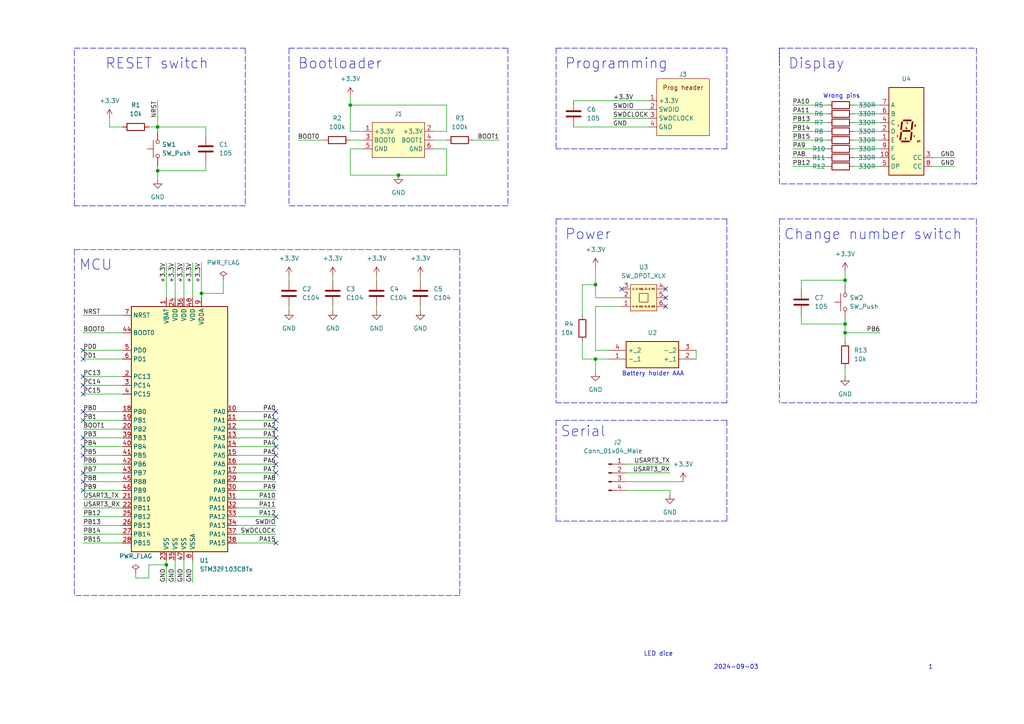
<source format=kicad_sch>
(kicad_sch
	(version 20231120)
	(generator "eeschema")
	(generator_version "8.0")
	(uuid "210dbc05-97c5-4ed7-8c5c-053b2f11dbfe")
	(paper "A4")
	(lib_symbols
		(symbol "1_DL:7_seg_5161AS_CC"
			(exclude_from_sim no)
			(in_bom yes)
			(on_board yes)
			(property "Reference" "U"
				(at 0 0 0)
				(effects
					(font
						(size 1.27 1.27)
					)
				)
			)
			(property "Value" "7_seg_5161AS_CC"
				(at 0 3.81 0)
				(effects
					(font
						(size 1.27 1.27)
					)
					(hide yes)
				)
			)
			(property "Footprint" "1_DL:7_Seg_5161AS"
				(at 0 6.35 0)
				(effects
					(font
						(size 1.27 1.27)
					)
					(hide yes)
				)
			)
			(property "Datasheet" ""
				(at 0 0 0)
				(effects
					(font
						(size 1.27 1.27)
					)
					(hide yes)
				)
			)
			(property "Description" ""
				(at 0 0 0)
				(effects
					(font
						(size 1.27 1.27)
					)
					(hide yes)
				)
			)
			(symbol "7_seg_5161AS_CC_1_0"
				(text "A"
					(at 0.254 -12.827 0)
					(effects
						(font
							(size 0.508 0.508)
						)
					)
				)
				(text "B"
					(at 2.54 -13.589 0)
					(effects
						(font
							(size 0.508 0.508)
						)
					)
				)
				(text "C"
					(at 2.286 -16.637 0)
					(effects
						(font
							(size 0.508 0.508)
						)
					)
				)
				(text "D"
					(at -0.254 -17.399 0)
					(effects
						(font
							(size 0.508 0.508)
						)
					)
				)
				(text "DP"
					(at 3.556 -18.161 0)
					(effects
						(font
							(size 0.508 0.508)
						)
					)
				)
				(text "E"
					(at -2.54 -16.637 0)
					(effects
						(font
							(size 0.508 0.508)
						)
					)
				)
				(text "F"
					(at -2.286 -13.589 0)
					(effects
						(font
							(size 0.508 0.508)
						)
					)
				)
				(text "G"
					(at 0 -14.351 0)
					(effects
						(font
							(size 0.508 0.508)
						)
					)
				)
			)
			(symbol "7_seg_5161AS_CC_1_1"
				(rectangle
					(start -5.08 -2.54)
					(end 5.08 -27.94)
					(stroke
						(width 0.254)
						(type default)
					)
					(fill
						(type background)
					)
				)
				(polyline
					(pts
						(xy -1.524 -15.621) (xy -1.778 -17.653)
					)
					(stroke
						(width 0.508)
						(type default)
					)
					(fill
						(type none)
					)
				)
				(polyline
					(pts
						(xy -1.27 -18.161) (xy 0.762 -18.161)
					)
					(stroke
						(width 0.508)
						(type default)
					)
					(fill
						(type none)
					)
				)
				(polyline
					(pts
						(xy -1.27 -12.573) (xy -1.524 -14.605)
					)
					(stroke
						(width 0.508)
						(type default)
					)
					(fill
						(type none)
					)
				)
				(polyline
					(pts
						(xy -1.016 -15.113) (xy 1.016 -15.113)
					)
					(stroke
						(width 0.508)
						(type default)
					)
					(fill
						(type none)
					)
				)
				(polyline
					(pts
						(xy -0.762 -12.065) (xy 1.27 -12.065)
					)
					(stroke
						(width 0.508)
						(type default)
					)
					(fill
						(type none)
					)
				)
				(polyline
					(pts
						(xy 1.524 -15.621) (xy 1.27 -17.653)
					)
					(stroke
						(width 0.508)
						(type default)
					)
					(fill
						(type none)
					)
				)
				(polyline
					(pts
						(xy 1.778 -12.573) (xy 1.524 -14.605)
					)
					(stroke
						(width 0.508)
						(type default)
					)
					(fill
						(type none)
					)
				)
				(polyline
					(pts
						(xy 2.54 -18.161) (xy 2.54 -18.161)
					)
					(stroke
						(width 0.508)
						(type default)
					)
					(fill
						(type none)
					)
				)
				(pin input line
					(at -7.62 -17.78 0)
					(length 2.54)
					(name "E"
						(effects
							(font
								(size 1.27 1.27)
							)
						)
					)
					(number "1"
						(effects
							(font
								(size 1.27 1.27)
							)
						)
					)
				)
				(pin input line
					(at -7.62 -22.86 0)
					(length 2.54)
					(name "G"
						(effects
							(font
								(size 1.27 1.27)
							)
						)
					)
					(number "10"
						(effects
							(font
								(size 1.27 1.27)
							)
						)
					)
				)
				(pin input line
					(at -7.62 -15.24 0)
					(length 2.54)
					(name "D"
						(effects
							(font
								(size 1.27 1.27)
							)
						)
					)
					(number "2"
						(effects
							(font
								(size 1.27 1.27)
							)
						)
					)
				)
				(pin input line
					(at 7.62 -22.86 180)
					(length 2.54)
					(name "CC"
						(effects
							(font
								(size 1.27 1.27)
							)
						)
					)
					(number "3"
						(effects
							(font
								(size 1.27 1.27)
							)
						)
					)
				)
				(pin input line
					(at -7.62 -12.7 0)
					(length 2.54)
					(name "C"
						(effects
							(font
								(size 1.27 1.27)
							)
						)
					)
					(number "4"
						(effects
							(font
								(size 1.27 1.27)
							)
						)
					)
				)
				(pin input line
					(at -7.62 -25.4 0)
					(length 2.54)
					(name "DP"
						(effects
							(font
								(size 1.27 1.27)
							)
						)
					)
					(number "5"
						(effects
							(font
								(size 1.27 1.27)
							)
						)
					)
				)
				(pin input line
					(at -7.62 -10.16 0)
					(length 2.54)
					(name "B"
						(effects
							(font
								(size 1.27 1.27)
							)
						)
					)
					(number "6"
						(effects
							(font
								(size 1.27 1.27)
							)
						)
					)
				)
				(pin input line
					(at -7.62 -7.62 0)
					(length 2.54)
					(name "A"
						(effects
							(font
								(size 1.27 1.27)
							)
						)
					)
					(number "7"
						(effects
							(font
								(size 1.27 1.27)
							)
						)
					)
				)
				(pin input line
					(at 7.62 -25.4 180)
					(length 2.54)
					(name "CC"
						(effects
							(font
								(size 1.27 1.27)
							)
						)
					)
					(number "8"
						(effects
							(font
								(size 1.27 1.27)
							)
						)
					)
				)
				(pin input line
					(at -7.62 -20.32 0)
					(length 2.54)
					(name "F"
						(effects
							(font
								(size 1.27 1.27)
							)
						)
					)
					(number "9"
						(effects
							(font
								(size 1.27 1.27)
							)
						)
					)
				)
			)
		)
		(symbol "1_DL:STM32_BOOT_Header_2x3"
			(exclude_from_sim no)
			(in_bom yes)
			(on_board yes)
			(property "Reference" "J"
				(at 5.08 2.54 0)
				(effects
					(font
						(size 1.27 1.27)
					)
				)
			)
			(property "Value" "STM32_BOOT_Header_2x3"
				(at 3.81 10.16 0)
				(effects
					(font
						(size 1.27 1.27)
					)
					(hide yes)
				)
			)
			(property "Footprint" "Connector_PinHeader_2.54mm:PinHeader_2x03_P2.54mm_Vertical"
				(at 3.81 7.62 0)
				(effects
					(font
						(size 1.27 1.27)
					)
					(hide yes)
				)
			)
			(property "Datasheet" ""
				(at 0 0 0)
				(effects
					(font
						(size 1.27 1.27)
					)
					(hide yes)
				)
			)
			(property "Description" ""
				(at 0 0 0)
				(effects
					(font
						(size 1.27 1.27)
					)
					(hide yes)
				)
			)
			(symbol "STM32_BOOT_Header_2x3_0_1"
				(rectangle
					(start -2.54 1.27)
					(end 12.7 -8.89)
					(stroke
						(width 0)
						(type default)
					)
					(fill
						(type background)
					)
				)
			)
			(symbol "STM32_BOOT_Header_2x3_1_1"
				(pin power_in line
					(at -5.08 -1.27 0)
					(length 2.54)
					(name "+3.3V"
						(effects
							(font
								(size 1.27 1.27)
							)
						)
					)
					(number "1"
						(effects
							(font
								(size 1.27 1.27)
							)
						)
					)
				)
				(pin power_in line
					(at 15.24 -1.27 180)
					(length 2.54)
					(name "+3.3V"
						(effects
							(font
								(size 1.27 1.27)
							)
						)
					)
					(number "2"
						(effects
							(font
								(size 1.27 1.27)
							)
						)
					)
				)
				(pin bidirectional line
					(at -5.08 -3.81 0)
					(length 2.54)
					(name "BOOT0"
						(effects
							(font
								(size 1.27 1.27)
							)
						)
					)
					(number "3"
						(effects
							(font
								(size 1.27 1.27)
							)
						)
					)
				)
				(pin bidirectional line
					(at 15.24 -3.81 180)
					(length 2.54)
					(name "BOOT1"
						(effects
							(font
								(size 1.27 1.27)
							)
						)
					)
					(number "4"
						(effects
							(font
								(size 1.27 1.27)
							)
						)
					)
				)
				(pin power_in line
					(at -5.08 -6.35 0)
					(length 2.54)
					(name "GND"
						(effects
							(font
								(size 1.27 1.27)
							)
						)
					)
					(number "5"
						(effects
							(font
								(size 1.27 1.27)
							)
						)
					)
				)
				(pin power_in line
					(at 15.24 -6.35 180)
					(length 2.54)
					(name "GND"
						(effects
							(font
								(size 1.27 1.27)
							)
						)
					)
					(number "6"
						(effects
							(font
								(size 1.27 1.27)
							)
						)
					)
				)
			)
		)
		(symbol "1_DL:STM32_Programming_Header_4"
			(exclude_from_sim no)
			(in_bom yes)
			(on_board yes)
			(property "Reference" "J"
				(at 7.62 5.08 0)
				(effects
					(font
						(size 1.27 1.27)
					)
				)
			)
			(property "Value" "STM32_Programming_Header_4"
				(at 3.81 13.97 0)
				(effects
					(font
						(size 1.27 1.27)
					)
					(hide yes)
				)
			)
			(property "Footprint" "Connector_PinHeader_2.54mm:PinHeader_1x04_P2.54mm_Vertical"
				(at 2.54 10.16 0)
				(effects
					(font
						(size 1.27 1.27)
					)
					(hide yes)
				)
			)
			(property "Datasheet" ""
				(at 1.27 0 0)
				(effects
					(font
						(size 1.27 1.27)
					)
					(hide yes)
				)
			)
			(property "Description" ""
				(at 0 0 0)
				(effects
					(font
						(size 1.27 1.27)
					)
					(hide yes)
				)
			)
			(symbol "STM32_Programming_Header_4_0_0"
				(text "Prog header"
					(at 7.62 1.27 0)
					(effects
						(font
							(size 1.27 1.27)
						)
					)
				)
			)
			(symbol "STM32_Programming_Header_4_0_1"
				(rectangle
					(start 0 3.81)
					(end 15.24 -12.7)
					(stroke
						(width 0)
						(type default)
					)
					(fill
						(type background)
					)
				)
			)
			(symbol "STM32_Programming_Header_4_1_1"
				(pin power_in line
					(at -2.54 -2.54 0)
					(length 2.54)
					(name "+3.3V"
						(effects
							(font
								(size 1.27 1.27)
							)
						)
					)
					(number "1"
						(effects
							(font
								(size 1.27 1.27)
							)
						)
					)
				)
				(pin bidirectional line
					(at -2.54 -5.08 0)
					(length 2.54)
					(name "SWDIO"
						(effects
							(font
								(size 1.27 1.27)
							)
						)
					)
					(number "2"
						(effects
							(font
								(size 1.27 1.27)
							)
						)
					)
				)
				(pin bidirectional line
					(at -2.54 -7.62 0)
					(length 2.54)
					(name "SWDCLOCK"
						(effects
							(font
								(size 1.27 1.27)
							)
						)
					)
					(number "3"
						(effects
							(font
								(size 1.27 1.27)
							)
						)
					)
				)
				(pin power_in line
					(at -2.54 -10.16 0)
					(length 2.54)
					(name "GND"
						(effects
							(font
								(size 1.27 1.27)
							)
						)
					)
					(number "4"
						(effects
							(font
								(size 1.27 1.27)
							)
						)
					)
				)
			)
		)
		(symbol "AAA battery holder:1023"
			(exclude_from_sim no)
			(in_bom yes)
			(on_board yes)
			(property "Reference" ""
				(at 0 0 0)
				(effects
					(font
						(size 1.27 1.27)
					)
				)
			)
			(property "Value" "1023"
				(at 0 0 0)
				(effects
					(font
						(size 1.27 1.27)
					)
				)
			)
			(property "Footprint" ""
				(at 0 0 0)
				(effects
					(font
						(size 1.27 1.27)
					)
					(hide yes)
				)
			)
			(property "Datasheet" ""
				(at 0 0 0)
				(effects
					(font
						(size 1.27 1.27)
					)
					(hide yes)
				)
			)
			(property "Description" "Cylindrical Battery Contacts, Clips, Holders & Springs AAA Dual THM battery holder"
				(at 0 0 0)
				(effects
					(font
						(size 1.27 1.27)
					)
					(hide yes)
				)
			)
			(property "Reference_1" "U"
				(at 21.59 7.62 0)
				(effects
					(font
						(size 1.27 1.27)
					)
					(justify left top)
				)
			)
			(property "Value_1" "1023"
				(at 21.59 5.08 0)
				(effects
					(font
						(size 1.27 1.27)
					)
					(justify left top)
				)
			)
			(property "Footprint_1" "1023"
				(at 21.59 -94.92 0)
				(effects
					(font
						(size 1.27 1.27)
					)
					(justify left top)
					(hide yes)
				)
			)
			(property "Datasheet_1" "https://www.mouser.com/datasheet/2/215/023-743319.pdf"
				(at 21.59 -194.92 0)
				(effects
					(font
						(size 1.27 1.27)
					)
					(justify left top)
					(hide yes)
				)
			)
			(property "Height" "11.18"
				(at 21.59 -394.92 0)
				(effects
					(font
						(size 1.27 1.27)
					)
					(justify left top)
					(hide yes)
				)
			)
			(property "Manufacturer_Name" "Keystone Electronics"
				(at 21.59 -494.92 0)
				(effects
					(font
						(size 1.27 1.27)
					)
					(justify left top)
					(hide yes)
				)
			)
			(property "Manufacturer_Part_Number" "1023"
				(at 21.59 -594.92 0)
				(effects
					(font
						(size 1.27 1.27)
					)
					(justify left top)
					(hide yes)
				)
			)
			(property "Mouser Part Number" "534-1023"
				(at 21.59 -694.92 0)
				(effects
					(font
						(size 1.27 1.27)
					)
					(justify left top)
					(hide yes)
				)
			)
			(property "Mouser Price/Stock" "https://www.mouser.co.uk/ProductDetail/Keystone-Electronics/1023?qs=73q%2FgRcW4F3DE7hOC7q%252Bqg%3D%3D"
				(at 21.59 -794.92 0)
				(effects
					(font
						(size 1.27 1.27)
					)
					(justify left top)
					(hide yes)
				)
			)
			(property "Arrow Part Number" ""
				(at 21.59 -894.92 0)
				(effects
					(font
						(size 1.27 1.27)
					)
					(justify left top)
					(hide yes)
				)
			)
			(property "Arrow Price/Stock" ""
				(at 21.59 -994.92 0)
				(effects
					(font
						(size 1.27 1.27)
					)
					(justify left top)
					(hide yes)
				)
			)
			(symbol "1023_1_1"
				(rectangle
					(start 5.08 2.54)
					(end 20.32 -5.08)
					(stroke
						(width 0.254)
						(type default)
					)
					(fill
						(type background)
					)
				)
				(pin passive line
					(at 0 -2.54 0)
					(length 5.08)
					(name "-_1"
						(effects
							(font
								(size 1.27 1.27)
							)
						)
					)
					(number "1"
						(effects
							(font
								(size 1.27 1.27)
							)
						)
					)
				)
				(pin passive line
					(at 25.4 -2.54 180)
					(length 5.08)
					(name "+_1"
						(effects
							(font
								(size 1.27 1.27)
							)
						)
					)
					(number "2"
						(effects
							(font
								(size 1.27 1.27)
							)
						)
					)
				)
				(pin passive line
					(at 25.4 0 180)
					(length 5.08)
					(name "-_2"
						(effects
							(font
								(size 1.27 1.27)
							)
						)
					)
					(number "3"
						(effects
							(font
								(size 1.27 1.27)
							)
						)
					)
				)
				(pin passive line
					(at 0 0 0)
					(length 5.08)
					(name "+_2"
						(effects
							(font
								(size 1.27 1.27)
							)
						)
					)
					(number "4"
						(effects
							(font
								(size 1.27 1.27)
							)
						)
					)
				)
			)
		)
		(symbol "Connector:Conn_01x04_Male"
			(pin_names
				(offset 1.016) hide)
			(exclude_from_sim no)
			(in_bom yes)
			(on_board yes)
			(property "Reference" "J"
				(at 0 5.08 0)
				(effects
					(font
						(size 1.27 1.27)
					)
				)
			)
			(property "Value" "Conn_01x04_Male"
				(at 0 -7.62 0)
				(effects
					(font
						(size 1.27 1.27)
					)
				)
			)
			(property "Footprint" ""
				(at 0 0 0)
				(effects
					(font
						(size 1.27 1.27)
					)
					(hide yes)
				)
			)
			(property "Datasheet" "~"
				(at 0 0 0)
				(effects
					(font
						(size 1.27 1.27)
					)
					(hide yes)
				)
			)
			(property "Description" "Generic connector, single row, 01x04, script generated (kicad-library-utils/schlib/autogen/connector/)"
				(at 0 0 0)
				(effects
					(font
						(size 1.27 1.27)
					)
					(hide yes)
				)
			)
			(property "ki_keywords" "connector"
				(at 0 0 0)
				(effects
					(font
						(size 1.27 1.27)
					)
					(hide yes)
				)
			)
			(property "ki_fp_filters" "Connector*:*_1x??_*"
				(at 0 0 0)
				(effects
					(font
						(size 1.27 1.27)
					)
					(hide yes)
				)
			)
			(symbol "Conn_01x04_Male_1_1"
				(polyline
					(pts
						(xy 1.27 -5.08) (xy 0.8636 -5.08)
					)
					(stroke
						(width 0.1524)
						(type default)
					)
					(fill
						(type none)
					)
				)
				(polyline
					(pts
						(xy 1.27 -2.54) (xy 0.8636 -2.54)
					)
					(stroke
						(width 0.1524)
						(type default)
					)
					(fill
						(type none)
					)
				)
				(polyline
					(pts
						(xy 1.27 0) (xy 0.8636 0)
					)
					(stroke
						(width 0.1524)
						(type default)
					)
					(fill
						(type none)
					)
				)
				(polyline
					(pts
						(xy 1.27 2.54) (xy 0.8636 2.54)
					)
					(stroke
						(width 0.1524)
						(type default)
					)
					(fill
						(type none)
					)
				)
				(rectangle
					(start 0.8636 -4.953)
					(end 0 -5.207)
					(stroke
						(width 0.1524)
						(type default)
					)
					(fill
						(type outline)
					)
				)
				(rectangle
					(start 0.8636 -2.413)
					(end 0 -2.667)
					(stroke
						(width 0.1524)
						(type default)
					)
					(fill
						(type outline)
					)
				)
				(rectangle
					(start 0.8636 0.127)
					(end 0 -0.127)
					(stroke
						(width 0.1524)
						(type default)
					)
					(fill
						(type outline)
					)
				)
				(rectangle
					(start 0.8636 2.667)
					(end 0 2.413)
					(stroke
						(width 0.1524)
						(type default)
					)
					(fill
						(type outline)
					)
				)
				(pin passive line
					(at 5.08 2.54 180)
					(length 3.81)
					(name "Pin_1"
						(effects
							(font
								(size 1.27 1.27)
							)
						)
					)
					(number "1"
						(effects
							(font
								(size 1.27 1.27)
							)
						)
					)
				)
				(pin passive line
					(at 5.08 0 180)
					(length 3.81)
					(name "Pin_2"
						(effects
							(font
								(size 1.27 1.27)
							)
						)
					)
					(number "2"
						(effects
							(font
								(size 1.27 1.27)
							)
						)
					)
				)
				(pin passive line
					(at 5.08 -2.54 180)
					(length 3.81)
					(name "Pin_3"
						(effects
							(font
								(size 1.27 1.27)
							)
						)
					)
					(number "3"
						(effects
							(font
								(size 1.27 1.27)
							)
						)
					)
				)
				(pin passive line
					(at 5.08 -5.08 180)
					(length 3.81)
					(name "Pin_4"
						(effects
							(font
								(size 1.27 1.27)
							)
						)
					)
					(number "4"
						(effects
							(font
								(size 1.27 1.27)
							)
						)
					)
				)
			)
		)
		(symbol "Device:C"
			(pin_numbers hide)
			(pin_names
				(offset 0.254)
			)
			(exclude_from_sim no)
			(in_bom yes)
			(on_board yes)
			(property "Reference" "C"
				(at 0.635 2.54 0)
				(effects
					(font
						(size 1.27 1.27)
					)
					(justify left)
				)
			)
			(property "Value" "C"
				(at 0.635 -2.54 0)
				(effects
					(font
						(size 1.27 1.27)
					)
					(justify left)
				)
			)
			(property "Footprint" ""
				(at 0.9652 -3.81 0)
				(effects
					(font
						(size 1.27 1.27)
					)
					(hide yes)
				)
			)
			(property "Datasheet" "~"
				(at 0 0 0)
				(effects
					(font
						(size 1.27 1.27)
					)
					(hide yes)
				)
			)
			(property "Description" "Unpolarized capacitor"
				(at 0 0 0)
				(effects
					(font
						(size 1.27 1.27)
					)
					(hide yes)
				)
			)
			(property "ki_keywords" "cap capacitor"
				(at 0 0 0)
				(effects
					(font
						(size 1.27 1.27)
					)
					(hide yes)
				)
			)
			(property "ki_fp_filters" "C_*"
				(at 0 0 0)
				(effects
					(font
						(size 1.27 1.27)
					)
					(hide yes)
				)
			)
			(symbol "C_0_1"
				(polyline
					(pts
						(xy -2.032 -0.762) (xy 2.032 -0.762)
					)
					(stroke
						(width 0.508)
						(type default)
					)
					(fill
						(type none)
					)
				)
				(polyline
					(pts
						(xy -2.032 0.762) (xy 2.032 0.762)
					)
					(stroke
						(width 0.508)
						(type default)
					)
					(fill
						(type none)
					)
				)
			)
			(symbol "C_1_1"
				(pin passive line
					(at 0 3.81 270)
					(length 2.794)
					(name "~"
						(effects
							(font
								(size 1.27 1.27)
							)
						)
					)
					(number "1"
						(effects
							(font
								(size 1.27 1.27)
							)
						)
					)
				)
				(pin passive line
					(at 0 -3.81 90)
					(length 2.794)
					(name "~"
						(effects
							(font
								(size 1.27 1.27)
							)
						)
					)
					(number "2"
						(effects
							(font
								(size 1.27 1.27)
							)
						)
					)
				)
			)
		)
		(symbol "Device:R"
			(pin_numbers hide)
			(pin_names
				(offset 0)
			)
			(exclude_from_sim no)
			(in_bom yes)
			(on_board yes)
			(property "Reference" "R"
				(at 2.032 0 90)
				(effects
					(font
						(size 1.27 1.27)
					)
				)
			)
			(property "Value" "R"
				(at 0 0 90)
				(effects
					(font
						(size 1.27 1.27)
					)
				)
			)
			(property "Footprint" ""
				(at -1.778 0 90)
				(effects
					(font
						(size 1.27 1.27)
					)
					(hide yes)
				)
			)
			(property "Datasheet" "~"
				(at 0 0 0)
				(effects
					(font
						(size 1.27 1.27)
					)
					(hide yes)
				)
			)
			(property "Description" "Resistor"
				(at 0 0 0)
				(effects
					(font
						(size 1.27 1.27)
					)
					(hide yes)
				)
			)
			(property "ki_keywords" "R res resistor"
				(at 0 0 0)
				(effects
					(font
						(size 1.27 1.27)
					)
					(hide yes)
				)
			)
			(property "ki_fp_filters" "R_*"
				(at 0 0 0)
				(effects
					(font
						(size 1.27 1.27)
					)
					(hide yes)
				)
			)
			(symbol "R_0_1"
				(rectangle
					(start -1.016 -2.54)
					(end 1.016 2.54)
					(stroke
						(width 0.254)
						(type default)
					)
					(fill
						(type none)
					)
				)
			)
			(symbol "R_1_1"
				(pin passive line
					(at 0 3.81 270)
					(length 1.27)
					(name "~"
						(effects
							(font
								(size 1.27 1.27)
							)
						)
					)
					(number "1"
						(effects
							(font
								(size 1.27 1.27)
							)
						)
					)
				)
				(pin passive line
					(at 0 -3.81 90)
					(length 1.27)
					(name "~"
						(effects
							(font
								(size 1.27 1.27)
							)
						)
					)
					(number "2"
						(effects
							(font
								(size 1.27 1.27)
							)
						)
					)
				)
			)
		)
		(symbol "MCU_ST_STM32F1:STM32F103C8Tx"
			(exclude_from_sim no)
			(in_bom yes)
			(on_board yes)
			(property "Reference" "U"
				(at -15.24 36.83 0)
				(effects
					(font
						(size 1.27 1.27)
					)
					(justify left)
				)
			)
			(property "Value" "STM32F103C8Tx"
				(at 7.62 36.83 0)
				(effects
					(font
						(size 1.27 1.27)
					)
					(justify left)
				)
			)
			(property "Footprint" "Package_QFP:LQFP-48_7x7mm_P0.5mm"
				(at -15.24 -35.56 0)
				(effects
					(font
						(size 1.27 1.27)
					)
					(justify right)
					(hide yes)
				)
			)
			(property "Datasheet" "http://www.st.com/st-web-ui/static/active/en/resource/technical/document/datasheet/CD00161566.pdf"
				(at 0 0 0)
				(effects
					(font
						(size 1.27 1.27)
					)
					(hide yes)
				)
			)
			(property "Description" "ARM Cortex-M3 MCU, 64KB flash, 20KB RAM, 72MHz, 2-3.6V, 37 GPIO, LQFP-48"
				(at 0 0 0)
				(effects
					(font
						(size 1.27 1.27)
					)
					(hide yes)
				)
			)
			(property "ki_keywords" "ARM Cortex-M3 STM32F1 STM32F103"
				(at 0 0 0)
				(effects
					(font
						(size 1.27 1.27)
					)
					(hide yes)
				)
			)
			(property "ki_fp_filters" "LQFP*7x7mm*P0.5mm*"
				(at 0 0 0)
				(effects
					(font
						(size 1.27 1.27)
					)
					(hide yes)
				)
			)
			(symbol "STM32F103C8Tx_0_1"
				(rectangle
					(start -15.24 -35.56)
					(end 12.7 35.56)
					(stroke
						(width 0.254)
						(type default)
					)
					(fill
						(type background)
					)
				)
			)
			(symbol "STM32F103C8Tx_1_1"
				(pin power_in line
					(at -5.08 38.1 270)
					(length 2.54)
					(name "VBAT"
						(effects
							(font
								(size 1.27 1.27)
							)
						)
					)
					(number "1"
						(effects
							(font
								(size 1.27 1.27)
							)
						)
					)
				)
				(pin bidirectional line
					(at 15.24 5.08 180)
					(length 2.54)
					(name "PA0"
						(effects
							(font
								(size 1.27 1.27)
							)
						)
					)
					(number "10"
						(effects
							(font
								(size 1.27 1.27)
							)
						)
					)
				)
				(pin bidirectional line
					(at 15.24 2.54 180)
					(length 2.54)
					(name "PA1"
						(effects
							(font
								(size 1.27 1.27)
							)
						)
					)
					(number "11"
						(effects
							(font
								(size 1.27 1.27)
							)
						)
					)
				)
				(pin bidirectional line
					(at 15.24 0 180)
					(length 2.54)
					(name "PA2"
						(effects
							(font
								(size 1.27 1.27)
							)
						)
					)
					(number "12"
						(effects
							(font
								(size 1.27 1.27)
							)
						)
					)
				)
				(pin bidirectional line
					(at 15.24 -2.54 180)
					(length 2.54)
					(name "PA3"
						(effects
							(font
								(size 1.27 1.27)
							)
						)
					)
					(number "13"
						(effects
							(font
								(size 1.27 1.27)
							)
						)
					)
				)
				(pin bidirectional line
					(at 15.24 -5.08 180)
					(length 2.54)
					(name "PA4"
						(effects
							(font
								(size 1.27 1.27)
							)
						)
					)
					(number "14"
						(effects
							(font
								(size 1.27 1.27)
							)
						)
					)
				)
				(pin bidirectional line
					(at 15.24 -7.62 180)
					(length 2.54)
					(name "PA5"
						(effects
							(font
								(size 1.27 1.27)
							)
						)
					)
					(number "15"
						(effects
							(font
								(size 1.27 1.27)
							)
						)
					)
				)
				(pin bidirectional line
					(at 15.24 -10.16 180)
					(length 2.54)
					(name "PA6"
						(effects
							(font
								(size 1.27 1.27)
							)
						)
					)
					(number "16"
						(effects
							(font
								(size 1.27 1.27)
							)
						)
					)
				)
				(pin bidirectional line
					(at 15.24 -12.7 180)
					(length 2.54)
					(name "PA7"
						(effects
							(font
								(size 1.27 1.27)
							)
						)
					)
					(number "17"
						(effects
							(font
								(size 1.27 1.27)
							)
						)
					)
				)
				(pin bidirectional line
					(at -17.78 5.08 0)
					(length 2.54)
					(name "PB0"
						(effects
							(font
								(size 1.27 1.27)
							)
						)
					)
					(number "18"
						(effects
							(font
								(size 1.27 1.27)
							)
						)
					)
				)
				(pin bidirectional line
					(at -17.78 2.54 0)
					(length 2.54)
					(name "PB1"
						(effects
							(font
								(size 1.27 1.27)
							)
						)
					)
					(number "19"
						(effects
							(font
								(size 1.27 1.27)
							)
						)
					)
				)
				(pin bidirectional line
					(at -17.78 15.24 0)
					(length 2.54)
					(name "PC13"
						(effects
							(font
								(size 1.27 1.27)
							)
						)
					)
					(number "2"
						(effects
							(font
								(size 1.27 1.27)
							)
						)
					)
				)
				(pin bidirectional line
					(at -17.78 0 0)
					(length 2.54)
					(name "PB2"
						(effects
							(font
								(size 1.27 1.27)
							)
						)
					)
					(number "20"
						(effects
							(font
								(size 1.27 1.27)
							)
						)
					)
				)
				(pin bidirectional line
					(at -17.78 -20.32 0)
					(length 2.54)
					(name "PB10"
						(effects
							(font
								(size 1.27 1.27)
							)
						)
					)
					(number "21"
						(effects
							(font
								(size 1.27 1.27)
							)
						)
					)
				)
				(pin bidirectional line
					(at -17.78 -22.86 0)
					(length 2.54)
					(name "PB11"
						(effects
							(font
								(size 1.27 1.27)
							)
						)
					)
					(number "22"
						(effects
							(font
								(size 1.27 1.27)
							)
						)
					)
				)
				(pin power_in line
					(at -5.08 -38.1 90)
					(length 2.54)
					(name "VSS"
						(effects
							(font
								(size 1.27 1.27)
							)
						)
					)
					(number "23"
						(effects
							(font
								(size 1.27 1.27)
							)
						)
					)
				)
				(pin power_in line
					(at -2.54 38.1 270)
					(length 2.54)
					(name "VDD"
						(effects
							(font
								(size 1.27 1.27)
							)
						)
					)
					(number "24"
						(effects
							(font
								(size 1.27 1.27)
							)
						)
					)
				)
				(pin bidirectional line
					(at -17.78 -25.4 0)
					(length 2.54)
					(name "PB12"
						(effects
							(font
								(size 1.27 1.27)
							)
						)
					)
					(number "25"
						(effects
							(font
								(size 1.27 1.27)
							)
						)
					)
				)
				(pin bidirectional line
					(at -17.78 -27.94 0)
					(length 2.54)
					(name "PB13"
						(effects
							(font
								(size 1.27 1.27)
							)
						)
					)
					(number "26"
						(effects
							(font
								(size 1.27 1.27)
							)
						)
					)
				)
				(pin bidirectional line
					(at -17.78 -30.48 0)
					(length 2.54)
					(name "PB14"
						(effects
							(font
								(size 1.27 1.27)
							)
						)
					)
					(number "27"
						(effects
							(font
								(size 1.27 1.27)
							)
						)
					)
				)
				(pin bidirectional line
					(at -17.78 -33.02 0)
					(length 2.54)
					(name "PB15"
						(effects
							(font
								(size 1.27 1.27)
							)
						)
					)
					(number "28"
						(effects
							(font
								(size 1.27 1.27)
							)
						)
					)
				)
				(pin bidirectional line
					(at 15.24 -15.24 180)
					(length 2.54)
					(name "PA8"
						(effects
							(font
								(size 1.27 1.27)
							)
						)
					)
					(number "29"
						(effects
							(font
								(size 1.27 1.27)
							)
						)
					)
				)
				(pin bidirectional line
					(at -17.78 12.7 0)
					(length 2.54)
					(name "PC14"
						(effects
							(font
								(size 1.27 1.27)
							)
						)
					)
					(number "3"
						(effects
							(font
								(size 1.27 1.27)
							)
						)
					)
				)
				(pin bidirectional line
					(at 15.24 -17.78 180)
					(length 2.54)
					(name "PA9"
						(effects
							(font
								(size 1.27 1.27)
							)
						)
					)
					(number "30"
						(effects
							(font
								(size 1.27 1.27)
							)
						)
					)
				)
				(pin bidirectional line
					(at 15.24 -20.32 180)
					(length 2.54)
					(name "PA10"
						(effects
							(font
								(size 1.27 1.27)
							)
						)
					)
					(number "31"
						(effects
							(font
								(size 1.27 1.27)
							)
						)
					)
				)
				(pin bidirectional line
					(at 15.24 -22.86 180)
					(length 2.54)
					(name "PA11"
						(effects
							(font
								(size 1.27 1.27)
							)
						)
					)
					(number "32"
						(effects
							(font
								(size 1.27 1.27)
							)
						)
					)
				)
				(pin bidirectional line
					(at 15.24 -25.4 180)
					(length 2.54)
					(name "PA12"
						(effects
							(font
								(size 1.27 1.27)
							)
						)
					)
					(number "33"
						(effects
							(font
								(size 1.27 1.27)
							)
						)
					)
				)
				(pin bidirectional line
					(at 15.24 -27.94 180)
					(length 2.54)
					(name "PA13"
						(effects
							(font
								(size 1.27 1.27)
							)
						)
					)
					(number "34"
						(effects
							(font
								(size 1.27 1.27)
							)
						)
					)
				)
				(pin power_in line
					(at -2.54 -38.1 90)
					(length 2.54)
					(name "VSS"
						(effects
							(font
								(size 1.27 1.27)
							)
						)
					)
					(number "35"
						(effects
							(font
								(size 1.27 1.27)
							)
						)
					)
				)
				(pin power_in line
					(at 0 38.1 270)
					(length 2.54)
					(name "VDD"
						(effects
							(font
								(size 1.27 1.27)
							)
						)
					)
					(number "36"
						(effects
							(font
								(size 1.27 1.27)
							)
						)
					)
				)
				(pin bidirectional line
					(at 15.24 -30.48 180)
					(length 2.54)
					(name "PA14"
						(effects
							(font
								(size 1.27 1.27)
							)
						)
					)
					(number "37"
						(effects
							(font
								(size 1.27 1.27)
							)
						)
					)
				)
				(pin bidirectional line
					(at 15.24 -33.02 180)
					(length 2.54)
					(name "PA15"
						(effects
							(font
								(size 1.27 1.27)
							)
						)
					)
					(number "38"
						(effects
							(font
								(size 1.27 1.27)
							)
						)
					)
				)
				(pin bidirectional line
					(at -17.78 -2.54 0)
					(length 2.54)
					(name "PB3"
						(effects
							(font
								(size 1.27 1.27)
							)
						)
					)
					(number "39"
						(effects
							(font
								(size 1.27 1.27)
							)
						)
					)
				)
				(pin bidirectional line
					(at -17.78 10.16 0)
					(length 2.54)
					(name "PC15"
						(effects
							(font
								(size 1.27 1.27)
							)
						)
					)
					(number "4"
						(effects
							(font
								(size 1.27 1.27)
							)
						)
					)
				)
				(pin bidirectional line
					(at -17.78 -5.08 0)
					(length 2.54)
					(name "PB4"
						(effects
							(font
								(size 1.27 1.27)
							)
						)
					)
					(number "40"
						(effects
							(font
								(size 1.27 1.27)
							)
						)
					)
				)
				(pin bidirectional line
					(at -17.78 -7.62 0)
					(length 2.54)
					(name "PB5"
						(effects
							(font
								(size 1.27 1.27)
							)
						)
					)
					(number "41"
						(effects
							(font
								(size 1.27 1.27)
							)
						)
					)
				)
				(pin bidirectional line
					(at -17.78 -10.16 0)
					(length 2.54)
					(name "PB6"
						(effects
							(font
								(size 1.27 1.27)
							)
						)
					)
					(number "42"
						(effects
							(font
								(size 1.27 1.27)
							)
						)
					)
				)
				(pin bidirectional line
					(at -17.78 -12.7 0)
					(length 2.54)
					(name "PB7"
						(effects
							(font
								(size 1.27 1.27)
							)
						)
					)
					(number "43"
						(effects
							(font
								(size 1.27 1.27)
							)
						)
					)
				)
				(pin input line
					(at -17.78 27.94 0)
					(length 2.54)
					(name "BOOT0"
						(effects
							(font
								(size 1.27 1.27)
							)
						)
					)
					(number "44"
						(effects
							(font
								(size 1.27 1.27)
							)
						)
					)
				)
				(pin bidirectional line
					(at -17.78 -15.24 0)
					(length 2.54)
					(name "PB8"
						(effects
							(font
								(size 1.27 1.27)
							)
						)
					)
					(number "45"
						(effects
							(font
								(size 1.27 1.27)
							)
						)
					)
				)
				(pin bidirectional line
					(at -17.78 -17.78 0)
					(length 2.54)
					(name "PB9"
						(effects
							(font
								(size 1.27 1.27)
							)
						)
					)
					(number "46"
						(effects
							(font
								(size 1.27 1.27)
							)
						)
					)
				)
				(pin power_in line
					(at 0 -38.1 90)
					(length 2.54)
					(name "VSS"
						(effects
							(font
								(size 1.27 1.27)
							)
						)
					)
					(number "47"
						(effects
							(font
								(size 1.27 1.27)
							)
						)
					)
				)
				(pin power_in line
					(at 2.54 38.1 270)
					(length 2.54)
					(name "VDD"
						(effects
							(font
								(size 1.27 1.27)
							)
						)
					)
					(number "48"
						(effects
							(font
								(size 1.27 1.27)
							)
						)
					)
				)
				(pin input line
					(at -17.78 22.86 0)
					(length 2.54)
					(name "PD0"
						(effects
							(font
								(size 1.27 1.27)
							)
						)
					)
					(number "5"
						(effects
							(font
								(size 1.27 1.27)
							)
						)
					)
				)
				(pin input line
					(at -17.78 20.32 0)
					(length 2.54)
					(name "PD1"
						(effects
							(font
								(size 1.27 1.27)
							)
						)
					)
					(number "6"
						(effects
							(font
								(size 1.27 1.27)
							)
						)
					)
				)
				(pin input line
					(at -17.78 33.02 0)
					(length 2.54)
					(name "NRST"
						(effects
							(font
								(size 1.27 1.27)
							)
						)
					)
					(number "7"
						(effects
							(font
								(size 1.27 1.27)
							)
						)
					)
				)
				(pin power_in line
					(at 2.54 -38.1 90)
					(length 2.54)
					(name "VSSA"
						(effects
							(font
								(size 1.27 1.27)
							)
						)
					)
					(number "8"
						(effects
							(font
								(size 1.27 1.27)
							)
						)
					)
				)
				(pin power_in line
					(at 5.08 38.1 270)
					(length 2.54)
					(name "VDDA"
						(effects
							(font
								(size 1.27 1.27)
							)
						)
					)
					(number "9"
						(effects
							(font
								(size 1.27 1.27)
							)
						)
					)
				)
			)
		)
		(symbol "Switch:SW_Push"
			(pin_numbers hide)
			(pin_names
				(offset 1.016) hide)
			(exclude_from_sim no)
			(in_bom yes)
			(on_board yes)
			(property "Reference" "SW"
				(at 1.27 2.54 0)
				(effects
					(font
						(size 1.27 1.27)
					)
					(justify left)
				)
			)
			(property "Value" "SW_Push"
				(at 0 -1.524 0)
				(effects
					(font
						(size 1.27 1.27)
					)
				)
			)
			(property "Footprint" ""
				(at 0 5.08 0)
				(effects
					(font
						(size 1.27 1.27)
					)
					(hide yes)
				)
			)
			(property "Datasheet" "~"
				(at 0 5.08 0)
				(effects
					(font
						(size 1.27 1.27)
					)
					(hide yes)
				)
			)
			(property "Description" "Push button switch, generic, two pins"
				(at 0 0 0)
				(effects
					(font
						(size 1.27 1.27)
					)
					(hide yes)
				)
			)
			(property "ki_keywords" "switch normally-open pushbutton push-button"
				(at 0 0 0)
				(effects
					(font
						(size 1.27 1.27)
					)
					(hide yes)
				)
			)
			(symbol "SW_Push_0_1"
				(circle
					(center -2.032 0)
					(radius 0.508)
					(stroke
						(width 0)
						(type default)
					)
					(fill
						(type none)
					)
				)
				(polyline
					(pts
						(xy 0 1.27) (xy 0 3.048)
					)
					(stroke
						(width 0)
						(type default)
					)
					(fill
						(type none)
					)
				)
				(polyline
					(pts
						(xy 2.54 1.27) (xy -2.54 1.27)
					)
					(stroke
						(width 0)
						(type default)
					)
					(fill
						(type none)
					)
				)
				(circle
					(center 2.032 0)
					(radius 0.508)
					(stroke
						(width 0)
						(type default)
					)
					(fill
						(type none)
					)
				)
				(pin passive line
					(at -5.08 0 0)
					(length 2.54)
					(name "1"
						(effects
							(font
								(size 1.27 1.27)
							)
						)
					)
					(number "1"
						(effects
							(font
								(size 1.27 1.27)
							)
						)
					)
				)
				(pin passive line
					(at 5.08 0 180)
					(length 2.54)
					(name "2"
						(effects
							(font
								(size 1.27 1.27)
							)
						)
					)
					(number "2"
						(effects
							(font
								(size 1.27 1.27)
							)
						)
					)
				)
			)
		)
		(symbol "power:+3.3V"
			(power)
			(pin_names
				(offset 0)
			)
			(exclude_from_sim no)
			(in_bom yes)
			(on_board yes)
			(property "Reference" "#PWR"
				(at 0 -3.81 0)
				(effects
					(font
						(size 1.27 1.27)
					)
					(hide yes)
				)
			)
			(property "Value" "+3.3V"
				(at 0 3.556 0)
				(effects
					(font
						(size 1.27 1.27)
					)
				)
			)
			(property "Footprint" ""
				(at 0 0 0)
				(effects
					(font
						(size 1.27 1.27)
					)
					(hide yes)
				)
			)
			(property "Datasheet" ""
				(at 0 0 0)
				(effects
					(font
						(size 1.27 1.27)
					)
					(hide yes)
				)
			)
			(property "Description" "Power symbol creates a global label with name \"+3.3V\""
				(at 0 0 0)
				(effects
					(font
						(size 1.27 1.27)
					)
					(hide yes)
				)
			)
			(property "ki_keywords" "global power"
				(at 0 0 0)
				(effects
					(font
						(size 1.27 1.27)
					)
					(hide yes)
				)
			)
			(symbol "+3.3V_0_1"
				(polyline
					(pts
						(xy -0.762 1.27) (xy 0 2.54)
					)
					(stroke
						(width 0)
						(type default)
					)
					(fill
						(type none)
					)
				)
				(polyline
					(pts
						(xy 0 0) (xy 0 2.54)
					)
					(stroke
						(width 0)
						(type default)
					)
					(fill
						(type none)
					)
				)
				(polyline
					(pts
						(xy 0 2.54) (xy 0.762 1.27)
					)
					(stroke
						(width 0)
						(type default)
					)
					(fill
						(type none)
					)
				)
			)
			(symbol "+3.3V_1_1"
				(pin power_in line
					(at 0 0 90)
					(length 0) hide
					(name "+3.3V"
						(effects
							(font
								(size 1.27 1.27)
							)
						)
					)
					(number "1"
						(effects
							(font
								(size 1.27 1.27)
							)
						)
					)
				)
			)
		)
		(symbol "power:GND"
			(power)
			(pin_names
				(offset 0)
			)
			(exclude_from_sim no)
			(in_bom yes)
			(on_board yes)
			(property "Reference" "#PWR"
				(at 0 -6.35 0)
				(effects
					(font
						(size 1.27 1.27)
					)
					(hide yes)
				)
			)
			(property "Value" "GND"
				(at 0 -3.81 0)
				(effects
					(font
						(size 1.27 1.27)
					)
				)
			)
			(property "Footprint" ""
				(at 0 0 0)
				(effects
					(font
						(size 1.27 1.27)
					)
					(hide yes)
				)
			)
			(property "Datasheet" ""
				(at 0 0 0)
				(effects
					(font
						(size 1.27 1.27)
					)
					(hide yes)
				)
			)
			(property "Description" "Power symbol creates a global label with name \"GND\" , ground"
				(at 0 0 0)
				(effects
					(font
						(size 1.27 1.27)
					)
					(hide yes)
				)
			)
			(property "ki_keywords" "global power"
				(at 0 0 0)
				(effects
					(font
						(size 1.27 1.27)
					)
					(hide yes)
				)
			)
			(symbol "GND_0_1"
				(polyline
					(pts
						(xy 0 0) (xy 0 -1.27) (xy 1.27 -1.27) (xy 0 -2.54) (xy -1.27 -1.27) (xy 0 -1.27)
					)
					(stroke
						(width 0)
						(type default)
					)
					(fill
						(type none)
					)
				)
			)
			(symbol "GND_1_1"
				(pin power_in line
					(at 0 0 270)
					(length 0) hide
					(name "GND"
						(effects
							(font
								(size 1.27 1.27)
							)
						)
					)
					(number "1"
						(effects
							(font
								(size 1.27 1.27)
							)
						)
					)
				)
			)
		)
		(symbol "power:PWR_FLAG"
			(power)
			(pin_numbers hide)
			(pin_names
				(offset 0) hide)
			(exclude_from_sim no)
			(in_bom yes)
			(on_board yes)
			(property "Reference" "#FLG"
				(at 0 1.905 0)
				(effects
					(font
						(size 1.27 1.27)
					)
					(hide yes)
				)
			)
			(property "Value" "PWR_FLAG"
				(at 0 3.81 0)
				(effects
					(font
						(size 1.27 1.27)
					)
				)
			)
			(property "Footprint" ""
				(at 0 0 0)
				(effects
					(font
						(size 1.27 1.27)
					)
					(hide yes)
				)
			)
			(property "Datasheet" "~"
				(at 0 0 0)
				(effects
					(font
						(size 1.27 1.27)
					)
					(hide yes)
				)
			)
			(property "Description" "Special symbol for telling ERC where power comes from"
				(at 0 0 0)
				(effects
					(font
						(size 1.27 1.27)
					)
					(hide yes)
				)
			)
			(property "ki_keywords" "flag power"
				(at 0 0 0)
				(effects
					(font
						(size 1.27 1.27)
					)
					(hide yes)
				)
			)
			(symbol "PWR_FLAG_0_0"
				(pin power_out line
					(at 0 0 90)
					(length 0)
					(name "pwr"
						(effects
							(font
								(size 1.27 1.27)
							)
						)
					)
					(number "1"
						(effects
							(font
								(size 1.27 1.27)
							)
						)
					)
				)
			)
			(symbol "PWR_FLAG_0_1"
				(polyline
					(pts
						(xy 0 0) (xy 0 1.27) (xy -1.016 1.905) (xy 0 2.54) (xy 1.016 1.905) (xy 0 1.27)
					)
					(stroke
						(width 0)
						(type default)
					)
					(fill
						(type none)
					)
				)
			)
		)
		(symbol "sw_dpdt_xlx:SW_DPDT_XLX"
			(pin_names
				(offset 1.016)
			)
			(exclude_from_sim no)
			(in_bom yes)
			(on_board yes)
			(property "Reference" "U"
				(at 0 5.08 0)
				(effects
					(font
						(size 1.27 1.27)
					)
				)
			)
			(property "Value" "SW_DPDT_XLX"
				(at 0 2.54 0)
				(effects
					(font
						(size 1.27 1.27)
					)
				)
			)
			(property "Footprint" "1_DL:SW_DPDT_XLX"
				(at 1.27 -10.16 0)
				(effects
					(font
						(size 1.27 1.27)
					)
					(hide yes)
				)
			)
			(property "Datasheet" ""
				(at 0 0 0)
				(effects
					(font
						(size 1.27 1.27)
					)
					(hide yes)
				)
			)
			(property "Description" ""
				(at 0 0 0)
				(effects
					(font
						(size 1.27 1.27)
					)
					(hide yes)
				)
			)
			(symbol "SW_DPDT_XLX_0_0"
				(text "1-2 NO; 2-3 NC"
					(at 0 -1.27 0)
					(effects
						(font
							(size 0.5 0.5)
						)
					)
				)
				(text "4-5 NC; 5-6 NO"
					(at 0 -6.35 0)
					(effects
						(font
							(size 0.5 0.5)
						)
					)
				)
			)
			(symbol "SW_DPDT_XLX_0_1"
				(rectangle
					(start -3.81 0)
					(end 3.81 -7.62)
					(stroke
						(width 0)
						(type default)
					)
					(fill
						(type background)
					)
				)
				(polyline
					(pts
						(xy -1.27 -2.54) (xy 1.27 -2.54) (xy 1.27 -5.08) (xy -1.27 -5.08) (xy -1.27 -2.54)
					)
					(stroke
						(width 0)
						(type default)
					)
					(fill
						(type none)
					)
				)
			)
			(symbol "SW_DPDT_XLX_1_1"
				(pin input line
					(at 6.35 -6.35 180)
					(length 2.54)
					(name "~"
						(effects
							(font
								(size 1.27 1.27)
							)
						)
					)
					(number "1"
						(effects
							(font
								(size 1.27 1.27)
							)
						)
					)
				)
				(pin input line
					(at 6.35 -3.81 180)
					(length 2.54)
					(name "~"
						(effects
							(font
								(size 1.27 1.27)
							)
						)
					)
					(number "2"
						(effects
							(font
								(size 1.27 1.27)
							)
						)
					)
				)
				(pin input line
					(at 6.35 -1.27 180)
					(length 2.54)
					(name "~"
						(effects
							(font
								(size 1.27 1.27)
							)
						)
					)
					(number "3"
						(effects
							(font
								(size 1.27 1.27)
							)
						)
					)
				)
				(pin input line
					(at -6.35 -1.27 0)
					(length 2.54)
					(name "~"
						(effects
							(font
								(size 1.27 1.27)
							)
						)
					)
					(number "4"
						(effects
							(font
								(size 1.27 1.27)
							)
						)
					)
				)
				(pin input line
					(at -6.35 -3.81 0)
					(length 2.54)
					(name "~"
						(effects
							(font
								(size 1.27 1.27)
							)
						)
					)
					(number "5"
						(effects
							(font
								(size 1.27 1.27)
							)
						)
					)
				)
				(pin input line
					(at -6.35 -6.35 0)
					(length 2.54)
					(name "~"
						(effects
							(font
								(size 1.27 1.27)
							)
						)
					)
					(number "6"
						(effects
							(font
								(size 1.27 1.27)
							)
						)
					)
				)
			)
		)
	)
	(junction
		(at 115.57 50.8)
		(diameter 0)
		(color 0 0 0 0)
		(uuid "2e1d1b1c-37c1-414d-a95c-340ce7aad2bf")
	)
	(junction
		(at 172.72 104.14)
		(diameter 0)
		(color 0 0 0 0)
		(uuid "57684240-d845-438e-ac24-b98b505fd296")
	)
	(junction
		(at 245.11 93.98)
		(diameter 0)
		(color 0 0 0 0)
		(uuid "76f628f9-ff90-4273-b262-cb16d14a7281")
	)
	(junction
		(at 245.11 81.28)
		(diameter 0)
		(color 0 0 0 0)
		(uuid "8de85271-7fe9-4413-93c5-a74fe2ead7d2")
	)
	(junction
		(at 245.11 96.52)
		(diameter 0)
		(color 0 0 0 0)
		(uuid "98710888-e102-4677-9c67-1178e0e9ba35")
	)
	(junction
		(at 45.72 49.53)
		(diameter 0)
		(color 0 0 0 0)
		(uuid "ad1dea5a-ecee-4601-940f-bda56e376bd6")
	)
	(junction
		(at 45.72 36.83)
		(diameter 0)
		(color 0 0 0 0)
		(uuid "b7af7984-c56b-4585-bada-ab03595c11fb")
	)
	(junction
		(at 172.72 82.55)
		(diameter 0)
		(color 0 0 0 0)
		(uuid "c4ed4de9-add2-4fec-9b44-d983b45f4183")
	)
	(junction
		(at 58.42 85.09)
		(diameter 0)
		(color 0 0 0 0)
		(uuid "c559d6f6-939d-4a60-8c2e-b39f7a2457f5")
	)
	(junction
		(at 48.26 163.83)
		(diameter 0)
		(color 0 0 0 0)
		(uuid "e81e9fc5-45e7-4504-a07b-76d7a3254c81")
	)
	(junction
		(at 101.6 30.48)
		(diameter 0)
		(color 0 0 0 0)
		(uuid "f47aba21-09aa-41cc-ab60-7ba6bf5141f9")
	)
	(no_connect
		(at 24.13 129.54)
		(uuid "07ed1491-7d3a-4d53-96f1-bad7b82e050b")
	)
	(no_connect
		(at 24.13 111.76)
		(uuid "0ecb60f7-ec79-484d-ad39-f5a037e67b9e")
	)
	(no_connect
		(at 80.01 121.92)
		(uuid "19cf5b87-b076-45b7-9f63-39b225aa9292")
	)
	(no_connect
		(at 24.13 142.24)
		(uuid "1c9853d6-d261-4d1d-9541-9e38731a1352")
	)
	(no_connect
		(at 80.01 129.54)
		(uuid "1fd4c01e-4534-41c1-b344-6be359611685")
	)
	(no_connect
		(at 80.01 134.62)
		(uuid "47cbaffc-aefa-4633-95fd-3ce757ba1c27")
	)
	(no_connect
		(at 180.34 83.82)
		(uuid "4acfd099-151a-45b0-951e-61b52f77c85d")
	)
	(no_connect
		(at 24.13 114.3)
		(uuid "4b7c004f-86f2-4c73-abc4-f7c2eca90de4")
	)
	(no_connect
		(at 24.13 121.92)
		(uuid "5bf9ec3e-83f5-4b97-88b4-511c47e34e10")
	)
	(no_connect
		(at 193.04 86.36)
		(uuid "6401aafa-9ff4-419e-89ea-fe95718dfcfe")
	)
	(no_connect
		(at 24.13 139.7)
		(uuid "7a1147b1-e9b8-400e-8d4f-3826e50d6d83")
	)
	(no_connect
		(at 80.01 127)
		(uuid "7ba04092-3bfe-45a6-8012-05dc1091e7c8")
	)
	(no_connect
		(at 24.13 109.22)
		(uuid "81d77100-9c7e-4dcd-9521-e3776063b587")
	)
	(no_connect
		(at 24.13 119.38)
		(uuid "87bb9e80-3733-42cf-b977-769603660860")
	)
	(no_connect
		(at 193.04 88.9)
		(uuid "9b167dd0-d1a3-4e52-aa81-4909e5eb4c74")
	)
	(no_connect
		(at 24.13 101.6)
		(uuid "9c329d45-95a0-45c6-9379-35c33349a592")
	)
	(no_connect
		(at 80.01 137.16)
		(uuid "a372bca8-f7f7-4938-af43-3d4f77a4c185")
	)
	(no_connect
		(at 24.13 132.08)
		(uuid "b4a588a3-3a3e-43dc-88f9-8e0eee0f966a")
	)
	(no_connect
		(at 80.01 132.08)
		(uuid "bf537bbb-a172-44b1-9ecb-285d209f9b08")
	)
	(no_connect
		(at 80.01 124.46)
		(uuid "c024c3f4-8f3b-4c1a-a6b3-bedda576ecd1")
	)
	(no_connect
		(at 24.13 104.14)
		(uuid "c4b1421b-8d43-4085-b3ec-0ac4f38de075")
	)
	(no_connect
		(at 80.01 149.86)
		(uuid "c4d71299-debf-4837-97a0-e0f7103d7042")
	)
	(no_connect
		(at 24.13 127)
		(uuid "cc25bb98-2dcb-4506-bb00-3a1525a0f787")
	)
	(no_connect
		(at 80.01 157.48)
		(uuid "e1c4c3d6-d32e-4629-8da4-0e79efcaa922")
	)
	(no_connect
		(at 24.13 137.16)
		(uuid "e9d9e815-2551-4764-82c0-c5f5f50e39d3")
	)
	(no_connect
		(at 80.01 119.38)
		(uuid "ee282a67-cfe4-47e9-ae30-59c816f956e6")
	)
	(no_connect
		(at 193.04 83.82)
		(uuid "f7ba7f32-2159-40ae-9b9a-49bc62414009")
	)
	(wire
		(pts
			(xy 45.72 36.83) (xy 43.18 36.83)
		)
		(stroke
			(width 0)
			(type default)
		)
		(uuid "00beae9f-753e-4a12-86ec-e7ed1b3ac801")
	)
	(wire
		(pts
			(xy 68.58 147.32) (xy 80.01 147.32)
		)
		(stroke
			(width 0)
			(type default)
		)
		(uuid "01451e70-d8a7-43dc-a948-34cce13114ec")
	)
	(wire
		(pts
			(xy 24.13 114.3) (xy 35.56 114.3)
		)
		(stroke
			(width 0)
			(type default)
		)
		(uuid "01baf779-cb1f-4d64-93a5-b05d16ac00d3")
	)
	(wire
		(pts
			(xy 68.58 152.4) (xy 80.01 152.4)
		)
		(stroke
			(width 0)
			(type default)
		)
		(uuid "03e8df42-b3f6-4e14-88f1-b0504804e4fd")
	)
	(wire
		(pts
			(xy 68.58 137.16) (xy 80.01 137.16)
		)
		(stroke
			(width 0)
			(type default)
		)
		(uuid "074a71c6-b4c9-48bb-b103-5aefa4f5c638")
	)
	(wire
		(pts
			(xy 115.57 50.8) (xy 101.6 50.8)
		)
		(stroke
			(width 0)
			(type default)
		)
		(uuid "08bed3c3-f048-4aef-b9a4-45f5fcb32514")
	)
	(wire
		(pts
			(xy 245.11 96.52) (xy 245.11 99.06)
		)
		(stroke
			(width 0)
			(type default)
		)
		(uuid "0a5be366-278b-44a5-8e07-2634e4a1b066")
	)
	(wire
		(pts
			(xy 68.58 142.24) (xy 80.01 142.24)
		)
		(stroke
			(width 0)
			(type default)
		)
		(uuid "0d0b274c-1c05-422f-916d-bba146cfbc1f")
	)
	(wire
		(pts
			(xy 245.11 96.52) (xy 255.27 96.52)
		)
		(stroke
			(width 0)
			(type default)
		)
		(uuid "0e37dc0b-2298-47fc-939b-bd753a8badab")
	)
	(polyline
		(pts
			(xy 147.32 59.69) (xy 83.82 59.69)
		)
		(stroke
			(width 0)
			(type dash)
		)
		(uuid "12303557-f64d-435a-9f9f-f2ebd0742fba")
	)
	(wire
		(pts
			(xy 24.13 119.38) (xy 35.56 119.38)
		)
		(stroke
			(width 0)
			(type default)
		)
		(uuid "169f47a9-7d21-4839-94e1-a41a2a08a71c")
	)
	(wire
		(pts
			(xy 270.51 45.72) (xy 276.86 45.72)
		)
		(stroke
			(width 0)
			(type default)
		)
		(uuid "198053fc-c7d3-4f78-92f3-485471d3e231")
	)
	(wire
		(pts
			(xy 43.18 163.83) (xy 43.18 167.64)
		)
		(stroke
			(width 0)
			(type default)
		)
		(uuid "1a03b4d3-da03-4d9e-9c5f-12778a2fc24e")
	)
	(wire
		(pts
			(xy 229.87 35.56) (xy 240.03 35.56)
		)
		(stroke
			(width 0)
			(type default)
		)
		(uuid "1d7825c6-36de-4660-b31d-02e026d2a7f0")
	)
	(wire
		(pts
			(xy 201.93 101.6) (xy 201.93 104.14)
		)
		(stroke
			(width 0)
			(type default)
		)
		(uuid "1d976302-34e3-43d8-96d2-bc7088769a49")
	)
	(wire
		(pts
			(xy 53.34 76.2) (xy 53.34 86.36)
		)
		(stroke
			(width 0)
			(type default)
		)
		(uuid "1fa7f030-f416-4209-9946-fadb922aa2a0")
	)
	(wire
		(pts
			(xy 24.13 139.7) (xy 35.56 139.7)
		)
		(stroke
			(width 0)
			(type default)
		)
		(uuid "2142d13e-dfb6-4706-a807-2cf047cc3ade")
	)
	(wire
		(pts
			(xy 24.13 104.14) (xy 35.56 104.14)
		)
		(stroke
			(width 0)
			(type default)
		)
		(uuid "24a321fb-a175-43c0-9a3e-50d377094220")
	)
	(wire
		(pts
			(xy 48.26 163.83) (xy 48.26 168.91)
		)
		(stroke
			(width 0)
			(type default)
		)
		(uuid "24b22b0d-9327-43c8-9c19-ebe26bcd1871")
	)
	(wire
		(pts
			(xy 50.8 76.2) (xy 50.8 86.36)
		)
		(stroke
			(width 0)
			(type default)
		)
		(uuid "268258ba-b29e-4a68-8836-70e799a60b69")
	)
	(wire
		(pts
			(xy 125.73 40.64) (xy 129.54 40.64)
		)
		(stroke
			(width 0)
			(type default)
		)
		(uuid "26bc9d91-b261-4023-9375-2f2b1b8514dc")
	)
	(wire
		(pts
			(xy 129.54 43.18) (xy 129.54 50.8)
		)
		(stroke
			(width 0)
			(type default)
		)
		(uuid "28d1f604-d1ef-4428-b3c4-59ae0da9e14e")
	)
	(polyline
		(pts
			(xy 210.82 151.13) (xy 161.29 151.13)
		)
		(stroke
			(width 0)
			(type dash)
		)
		(uuid "29f6d245-4a4c-4eeb-9b3e-a1397900c97c")
	)
	(wire
		(pts
			(xy 45.72 48.26) (xy 45.72 49.53)
		)
		(stroke
			(width 0)
			(type default)
		)
		(uuid "2b242954-8cb8-43db-a8c2-f4fffcfa1d78")
	)
	(polyline
		(pts
			(xy 161.29 13.97) (xy 210.82 13.97)
		)
		(stroke
			(width 0)
			(type dash)
		)
		(uuid "2cb7e0c1-653a-4030-a8c5-10305e22cd85")
	)
	(wire
		(pts
			(xy 24.13 124.46) (xy 35.56 124.46)
		)
		(stroke
			(width 0)
			(type default)
		)
		(uuid "2e64253b-452e-4b08-b9e0-3b5a19a54d24")
	)
	(wire
		(pts
			(xy 86.36 40.64) (xy 93.98 40.64)
		)
		(stroke
			(width 0)
			(type default)
		)
		(uuid "2e76f074-2f7f-4a89-9b86-7e8c32e9fc86")
	)
	(wire
		(pts
			(xy 245.11 92.71) (xy 245.11 93.98)
		)
		(stroke
			(width 0)
			(type default)
		)
		(uuid "2fcb09a5-54f9-4216-858c-476265c7e2c7")
	)
	(wire
		(pts
			(xy 68.58 132.08) (xy 80.01 132.08)
		)
		(stroke
			(width 0)
			(type default)
		)
		(uuid "3134ff14-a172-40a0-9546-cf46165fd9dd")
	)
	(wire
		(pts
			(xy 45.72 36.83) (xy 45.72 38.1)
		)
		(stroke
			(width 0)
			(type default)
		)
		(uuid "31f5bef7-5b36-41d0-9a02-29c651199b75")
	)
	(polyline
		(pts
			(xy 226.06 63.5) (xy 226.06 116.84)
		)
		(stroke
			(width 0)
			(type dash)
		)
		(uuid "335249a8-1eaf-4530-922e-0499a7e6c897")
	)
	(wire
		(pts
			(xy 229.87 45.72) (xy 240.03 45.72)
		)
		(stroke
			(width 0)
			(type default)
		)
		(uuid "3365a335-2190-4d2f-8acb-16b411b8f2a4")
	)
	(polyline
		(pts
			(xy 71.12 13.97) (xy 71.12 59.69)
		)
		(stroke
			(width 0)
			(type dash)
		)
		(uuid "33ca1f21-5f30-4b84-99bf-23c6ee0b8263")
	)
	(wire
		(pts
			(xy 96.52 88.9) (xy 96.52 90.17)
		)
		(stroke
			(width 0)
			(type default)
		)
		(uuid "3562d025-9db6-4991-ba0a-441b101ca047")
	)
	(wire
		(pts
			(xy 24.13 142.24) (xy 35.56 142.24)
		)
		(stroke
			(width 0)
			(type default)
		)
		(uuid "36162a19-dd05-4558-9d93-092cc11e999c")
	)
	(wire
		(pts
			(xy 68.58 149.86) (xy 80.01 149.86)
		)
		(stroke
			(width 0)
			(type default)
		)
		(uuid "36719f16-7e39-431d-9a64-f621d9b0d75f")
	)
	(wire
		(pts
			(xy 194.31 143.51) (xy 194.31 142.24)
		)
		(stroke
			(width 0)
			(type default)
		)
		(uuid "36fec7ed-ca2e-4f29-90a9-f42568b62aa9")
	)
	(wire
		(pts
			(xy 24.13 132.08) (xy 35.56 132.08)
		)
		(stroke
			(width 0)
			(type default)
		)
		(uuid "373612d0-9e6d-43ff-a43c-3cb873760eb9")
	)
	(wire
		(pts
			(xy 168.91 104.14) (xy 172.72 104.14)
		)
		(stroke
			(width 0)
			(type default)
		)
		(uuid "39b912cd-1ccb-44a4-a9f6-6ef30267455e")
	)
	(wire
		(pts
			(xy 24.13 144.78) (xy 35.56 144.78)
		)
		(stroke
			(width 0)
			(type default)
		)
		(uuid "3ac31f36-ea1c-4dd4-8228-12df9147e384")
	)
	(polyline
		(pts
			(xy 283.21 13.97) (xy 283.21 53.34)
		)
		(stroke
			(width 0)
			(type dash)
		)
		(uuid "3b84e4b4-1edc-4cfe-be4b-9a53b75ba17f")
	)
	(wire
		(pts
			(xy 24.13 154.94) (xy 35.56 154.94)
		)
		(stroke
			(width 0)
			(type default)
		)
		(uuid "3bbd790f-b9db-4810-b578-ba081ceebd9d")
	)
	(wire
		(pts
			(xy 247.65 40.64) (xy 255.27 40.64)
		)
		(stroke
			(width 0)
			(type default)
		)
		(uuid "3c55eecf-c4f7-459e-b008-5d5ab13982b8")
	)
	(polyline
		(pts
			(xy 71.12 59.69) (xy 21.59 59.69)
		)
		(stroke
			(width 0)
			(type dash)
		)
		(uuid "3cedf229-01a3-4812-946e-d50e39c90977")
	)
	(polyline
		(pts
			(xy 210.82 121.92) (xy 161.29 121.92)
		)
		(stroke
			(width 0)
			(type dash)
		)
		(uuid "3e62cbf6-f8b8-40b9-ad5d-cc03c5170f1f")
	)
	(wire
		(pts
			(xy 129.54 38.1) (xy 129.54 30.48)
		)
		(stroke
			(width 0)
			(type default)
		)
		(uuid "402fde9b-9b9e-40eb-ab12-d7b67af216cb")
	)
	(wire
		(pts
			(xy 232.41 83.82) (xy 232.41 81.28)
		)
		(stroke
			(width 0)
			(type default)
		)
		(uuid "435908f2-1fc8-4007-86b7-9bed459255b4")
	)
	(wire
		(pts
			(xy 229.87 43.18) (xy 240.03 43.18)
		)
		(stroke
			(width 0)
			(type default)
		)
		(uuid "444546b8-6317-40d2-b74b-48b0412f7588")
	)
	(polyline
		(pts
			(xy 161.29 63.5) (xy 210.82 63.5)
		)
		(stroke
			(width 0)
			(type dash)
		)
		(uuid "45e7ea89-8c53-4e37-af56-a3d1aff3680c")
	)
	(wire
		(pts
			(xy 48.26 162.56) (xy 48.26 163.83)
		)
		(stroke
			(width 0)
			(type default)
		)
		(uuid "465cc1ae-dd5d-461e-8005-19c8089ce987")
	)
	(polyline
		(pts
			(xy 161.29 63.5) (xy 161.29 116.84)
		)
		(stroke
			(width 0)
			(type dash)
		)
		(uuid "47663d2d-8c63-4f8e-ae34-1734597fd621")
	)
	(wire
		(pts
			(xy 172.72 107.95) (xy 172.72 104.14)
		)
		(stroke
			(width 0)
			(type default)
		)
		(uuid "4aabf890-51b9-41e7-8c0f-6c2af8e3c4bf")
	)
	(wire
		(pts
			(xy 24.13 152.4) (xy 35.56 152.4)
		)
		(stroke
			(width 0)
			(type default)
		)
		(uuid "523f7e6f-b4c9-45c1-8109-172342995fe2")
	)
	(wire
		(pts
			(xy 181.61 137.16) (xy 194.31 137.16)
		)
		(stroke
			(width 0)
			(type default)
		)
		(uuid "54ef80e7-8eb4-43fc-8a30-e0d27fcdb2f9")
	)
	(polyline
		(pts
			(xy 147.32 13.97) (xy 147.32 59.69)
		)
		(stroke
			(width 0)
			(type dash)
		)
		(uuid "5509d0fa-8498-407b-906f-b6bf313be40d")
	)
	(wire
		(pts
			(xy 43.18 167.64) (xy 39.37 167.64)
		)
		(stroke
			(width 0)
			(type default)
		)
		(uuid "55780f27-e616-4fd9-88b4-2d5f1489f5cc")
	)
	(wire
		(pts
			(xy 121.92 88.9) (xy 121.92 90.17)
		)
		(stroke
			(width 0)
			(type default)
		)
		(uuid "5806316e-0bf0-4c92-bf96-fdab1dcfd129")
	)
	(wire
		(pts
			(xy 245.11 106.68) (xy 245.11 109.22)
		)
		(stroke
			(width 0)
			(type default)
		)
		(uuid "598c8dd3-19ed-48cc-adaf-5e4844a18ae5")
	)
	(wire
		(pts
			(xy 24.13 157.48) (xy 35.56 157.48)
		)
		(stroke
			(width 0)
			(type default)
		)
		(uuid "5ae0f5f9-d51a-4dfe-b418-76b480803b0e")
	)
	(polyline
		(pts
			(xy 83.82 13.97) (xy 83.82 59.69)
		)
		(stroke
			(width 0)
			(type dash)
		)
		(uuid "5b297721-1e7a-4f7d-a093-fb952f1acb93")
	)
	(wire
		(pts
			(xy 229.87 48.26) (xy 240.03 48.26)
		)
		(stroke
			(width 0)
			(type default)
		)
		(uuid "5c0e7e43-d42a-4f10-a5a2-a800756dbbb4")
	)
	(wire
		(pts
			(xy 168.91 99.06) (xy 168.91 104.14)
		)
		(stroke
			(width 0)
			(type default)
		)
		(uuid "5c388878-4539-44ea-bb50-534d6d1a0cd2")
	)
	(wire
		(pts
			(xy 31.75 34.29) (xy 31.75 36.83)
		)
		(stroke
			(width 0)
			(type default)
		)
		(uuid "5ff9922a-3ee5-42f0-9efd-bf97c70f2cf1")
	)
	(wire
		(pts
			(xy 53.34 162.56) (xy 53.34 168.91)
		)
		(stroke
			(width 0)
			(type default)
		)
		(uuid "61840a09-dba6-4f61-818b-675da9d584ac")
	)
	(wire
		(pts
			(xy 24.13 91.44) (xy 35.56 91.44)
		)
		(stroke
			(width 0)
			(type default)
		)
		(uuid "628b63b6-148e-4881-ac27-36e2520f65f5")
	)
	(wire
		(pts
			(xy 39.37 166.37) (xy 39.37 167.64)
		)
		(stroke
			(width 0)
			(type default)
		)
		(uuid "62a70e25-11e1-4aee-ace1-a5603c22ce5a")
	)
	(polyline
		(pts
			(xy 210.82 116.84) (xy 161.29 116.84)
		)
		(stroke
			(width 0)
			(type dash)
		)
		(uuid "6532a6e1-fd6b-4733-bed9-360ef12b5dc9")
	)
	(wire
		(pts
			(xy 24.13 134.62) (xy 35.56 134.62)
		)
		(stroke
			(width 0)
			(type default)
		)
		(uuid "65e21f2a-9db5-40e9-9e9f-b7b55ab1e36f")
	)
	(wire
		(pts
			(xy 45.72 36.83) (xy 59.69 36.83)
		)
		(stroke
			(width 0)
			(type default)
		)
		(uuid "6636185c-f527-46c2-9769-472e85a00967")
	)
	(wire
		(pts
			(xy 68.58 127) (xy 80.01 127)
		)
		(stroke
			(width 0)
			(type default)
		)
		(uuid "677fdaf9-50bc-4941-9c35-dd3c9682eb04")
	)
	(wire
		(pts
			(xy 245.11 93.98) (xy 245.11 96.52)
		)
		(stroke
			(width 0)
			(type default)
		)
		(uuid "68b06a01-c558-4143-9597-0053cec2bec1")
	)
	(wire
		(pts
			(xy 68.58 121.92) (xy 80.01 121.92)
		)
		(stroke
			(width 0)
			(type default)
		)
		(uuid "6af3e4b7-8c39-4e77-b9a5-42df144a8100")
	)
	(wire
		(pts
			(xy 24.13 127) (xy 35.56 127)
		)
		(stroke
			(width 0)
			(type default)
		)
		(uuid "6ed2bf03-843f-43cd-990f-197a136ffd1f")
	)
	(wire
		(pts
			(xy 125.73 38.1) (xy 129.54 38.1)
		)
		(stroke
			(width 0)
			(type default)
		)
		(uuid "7072cb23-7ded-4e8c-b098-cf3c7e40289b")
	)
	(wire
		(pts
			(xy 68.58 157.48) (xy 80.01 157.48)
		)
		(stroke
			(width 0)
			(type default)
		)
		(uuid "71aeb1ef-6a06-4e38-abd9-f2fc73d6e458")
	)
	(wire
		(pts
			(xy 83.82 88.9) (xy 83.82 90.17)
		)
		(stroke
			(width 0)
			(type default)
		)
		(uuid "7352a2f7-60d9-45e2-bf0b-13ea8635d6a7")
	)
	(polyline
		(pts
			(xy 21.59 72.39) (xy 21.59 172.72)
		)
		(stroke
			(width 0)
			(type dash)
		)
		(uuid "73bddd6a-3a25-4904-b402-05fd87769dd9")
	)
	(wire
		(pts
			(xy 177.8 34.29) (xy 187.96 34.29)
		)
		(stroke
			(width 0)
			(type default)
		)
		(uuid "74d5f2fe-f31f-4f3c-9088-9974f6bd80ed")
	)
	(wire
		(pts
			(xy 232.41 81.28) (xy 245.11 81.28)
		)
		(stroke
			(width 0)
			(type default)
		)
		(uuid "7841c83e-3715-4c4f-a8c6-7c11bd77eaef")
	)
	(wire
		(pts
			(xy 59.69 36.83) (xy 59.69 39.37)
		)
		(stroke
			(width 0)
			(type default)
		)
		(uuid "79c87283-9d30-4052-9a17-0e3e443c138c")
	)
	(polyline
		(pts
			(xy 210.82 13.97) (xy 210.82 43.18)
		)
		(stroke
			(width 0)
			(type dash)
		)
		(uuid "7b7beab5-04f2-4111-a1db-03ca36b00e52")
	)
	(polyline
		(pts
			(xy 226.06 53.34) (xy 226.06 13.97)
		)
		(stroke
			(width 0)
			(type dash)
		)
		(uuid "7bb359c8-0431-4fae-9dfb-73711fac81e9")
	)
	(wire
		(pts
			(xy 172.72 104.14) (xy 176.53 104.14)
		)
		(stroke
			(width 0)
			(type default)
		)
		(uuid "7d9d766d-8eb2-4f91-b297-75fb28bc13c7")
	)
	(wire
		(pts
			(xy 166.37 36.83) (xy 187.96 36.83)
		)
		(stroke
			(width 0)
			(type default)
		)
		(uuid "7de5e82a-6133-4274-b3f2-c47a6d8ee9c3")
	)
	(wire
		(pts
			(xy 101.6 40.64) (xy 105.41 40.64)
		)
		(stroke
			(width 0)
			(type default)
		)
		(uuid "7ed4531e-0883-4245-8924-6ba8167f2dcb")
	)
	(wire
		(pts
			(xy 24.13 149.86) (xy 35.56 149.86)
		)
		(stroke
			(width 0)
			(type default)
		)
		(uuid "7ee8f927-cc0f-41a8-a526-5d8366f365fa")
	)
	(wire
		(pts
			(xy 101.6 50.8) (xy 101.6 43.18)
		)
		(stroke
			(width 0)
			(type default)
		)
		(uuid "7fbc4388-7111-44bd-92a9-1d7886768cd7")
	)
	(wire
		(pts
			(xy 229.87 30.48) (xy 240.03 30.48)
		)
		(stroke
			(width 0)
			(type default)
		)
		(uuid "8013e923-1c59-41e5-b259-ac478b24fc0c")
	)
	(wire
		(pts
			(xy 172.72 77.47) (xy 172.72 82.55)
		)
		(stroke
			(width 0)
			(type default)
		)
		(uuid "80b0de2a-137d-47ce-b04e-c4895710ed17")
	)
	(polyline
		(pts
			(xy 21.59 59.69) (xy 21.59 13.97)
		)
		(stroke
			(width 0)
			(type dash)
		)
		(uuid "826d5904-8619-4346-836d-c3a0b3a22f52")
	)
	(wire
		(pts
			(xy 247.65 38.1) (xy 255.27 38.1)
		)
		(stroke
			(width 0)
			(type default)
		)
		(uuid "82b3d8fe-2c4a-486d-ba66-3c9f56d8e1a5")
	)
	(polyline
		(pts
			(xy 283.21 63.5) (xy 283.21 116.84)
		)
		(stroke
			(width 0)
			(type dash)
		)
		(uuid "83d3ef8d-5bd7-4e4b-a06d-f43dee6fd1e5")
	)
	(wire
		(pts
			(xy 45.72 36.83) (xy 45.72 29.21)
		)
		(stroke
			(width 0)
			(type default)
		)
		(uuid "896368ff-0b08-4865-9f05-08f142cd7df0")
	)
	(wire
		(pts
			(xy 101.6 27.94) (xy 101.6 30.48)
		)
		(stroke
			(width 0)
			(type default)
		)
		(uuid "8ec8ca64-a30c-4e90-ba2f-845c0774f064")
	)
	(wire
		(pts
			(xy 229.87 38.1) (xy 240.03 38.1)
		)
		(stroke
			(width 0)
			(type default)
		)
		(uuid "90a2178e-4e37-4426-be63-3d66e2d362df")
	)
	(wire
		(pts
			(xy 181.61 142.24) (xy 194.31 142.24)
		)
		(stroke
			(width 0)
			(type default)
		)
		(uuid "915b8270-6f1e-445a-9aea-851214fca6b3")
	)
	(wire
		(pts
			(xy 55.88 76.2) (xy 55.88 86.36)
		)
		(stroke
			(width 0)
			(type default)
		)
		(uuid "95bec360-115e-4f23-a417-cfb3c33c64e3")
	)
	(wire
		(pts
			(xy 68.58 129.54) (xy 80.01 129.54)
		)
		(stroke
			(width 0)
			(type default)
		)
		(uuid "96b2ac32-8481-4cf4-a640-60033fd69bae")
	)
	(wire
		(pts
			(xy 129.54 50.8) (xy 115.57 50.8)
		)
		(stroke
			(width 0)
			(type default)
		)
		(uuid "972a981f-a79b-4f8b-8792-776f6b40b0f3")
	)
	(wire
		(pts
			(xy 247.65 48.26) (xy 255.27 48.26)
		)
		(stroke
			(width 0)
			(type default)
		)
		(uuid "97669048-52b0-44ac-8867-103c0d071754")
	)
	(wire
		(pts
			(xy 24.13 101.6) (xy 35.56 101.6)
		)
		(stroke
			(width 0)
			(type default)
		)
		(uuid "99e53255-754e-4d3f-8bc9-bc9ed7e9ee54")
	)
	(wire
		(pts
			(xy 68.58 119.38) (xy 80.01 119.38)
		)
		(stroke
			(width 0)
			(type default)
		)
		(uuid "9b741003-b8e1-4f92-a1ce-65f13870b1e7")
	)
	(wire
		(pts
			(xy 48.26 76.2) (xy 48.26 86.36)
		)
		(stroke
			(width 0)
			(type default)
		)
		(uuid "9c573712-ddb8-499c-9565-fa24dc7fabf9")
	)
	(wire
		(pts
			(xy 55.88 162.56) (xy 55.88 168.91)
		)
		(stroke
			(width 0)
			(type default)
		)
		(uuid "9d741617-7b61-4a9f-a5ca-a92c8797f3b4")
	)
	(wire
		(pts
			(xy 172.72 86.36) (xy 180.34 86.36)
		)
		(stroke
			(width 0)
			(type default)
		)
		(uuid "9dec67ca-8571-4c58-aa1c-e1cb51f78f47")
	)
	(wire
		(pts
			(xy 177.8 31.75) (xy 187.96 31.75)
		)
		(stroke
			(width 0)
			(type default)
		)
		(uuid "9fad3469-4d68-4d00-a63c-9bbcb3c3f90c")
	)
	(wire
		(pts
			(xy 245.11 81.28) (xy 245.11 82.55)
		)
		(stroke
			(width 0)
			(type default)
		)
		(uuid "a0467176-dfa5-46bf-8f9e-c5365238fcf5")
	)
	(wire
		(pts
			(xy 137.16 40.64) (xy 144.78 40.64)
		)
		(stroke
			(width 0)
			(type default)
		)
		(uuid "a1435467-2895-4326-8e11-a1e422bb40fc")
	)
	(polyline
		(pts
			(xy 21.59 13.97) (xy 71.12 13.97)
		)
		(stroke
			(width 0)
			(type dash)
		)
		(uuid "a492166d-9d2e-4c93-9b92-c2c6f53f5d21")
	)
	(polyline
		(pts
			(xy 21.59 72.39) (xy 133.35 72.39)
		)
		(stroke
			(width 0)
			(type dash)
		)
		(uuid "a752e75d-74ab-47fb-9e93-8325f14a9478")
	)
	(polyline
		(pts
			(xy 133.35 72.39) (xy 133.35 172.72)
		)
		(stroke
			(width 0)
			(type dash)
		)
		(uuid "a87adc2c-b669-43fc-8488-44e128de13e8")
	)
	(wire
		(pts
			(xy 166.37 29.21) (xy 187.96 29.21)
		)
		(stroke
			(width 0)
			(type default)
		)
		(uuid "a8db1312-55e7-42f3-bd58-0cbd7269bbd3")
	)
	(wire
		(pts
			(xy 109.22 88.9) (xy 109.22 90.17)
		)
		(stroke
			(width 0)
			(type default)
		)
		(uuid "aa9275ef-d348-487f-be57-f17d883451c4")
	)
	(wire
		(pts
			(xy 229.87 33.02) (xy 240.03 33.02)
		)
		(stroke
			(width 0)
			(type default)
		)
		(uuid "abeb141d-869b-4c4a-b8e4-351fd890b991")
	)
	(wire
		(pts
			(xy 58.42 85.09) (xy 64.77 85.09)
		)
		(stroke
			(width 0)
			(type default)
		)
		(uuid "ac684ee0-2902-46e2-97c7-5ad872e1c5b7")
	)
	(wire
		(pts
			(xy 101.6 43.18) (xy 105.41 43.18)
		)
		(stroke
			(width 0)
			(type default)
		)
		(uuid "ac7c9826-2ee0-43fd-b0be-e6d9098145bf")
	)
	(polyline
		(pts
			(xy 161.29 121.92) (xy 161.29 151.13)
		)
		(stroke
			(width 0)
			(type dash)
		)
		(uuid "af6d1813-1cf9-4658-a0e2-ecc403294302")
	)
	(wire
		(pts
			(xy 31.75 36.83) (xy 35.56 36.83)
		)
		(stroke
			(width 0)
			(type default)
		)
		(uuid "b518482e-eae2-410d-98a8-c6b4f95cc6a3")
	)
	(wire
		(pts
			(xy 181.61 134.62) (xy 194.31 134.62)
		)
		(stroke
			(width 0)
			(type default)
		)
		(uuid "b6478efc-db09-4992-a863-153835674ce4")
	)
	(polyline
		(pts
			(xy 210.82 63.5) (xy 210.82 116.84)
		)
		(stroke
			(width 0)
			(type dash)
		)
		(uuid "b8774cdb-a5a3-4f98-ae48-3c5616c3f8e2")
	)
	(wire
		(pts
			(xy 24.13 109.22) (xy 35.56 109.22)
		)
		(stroke
			(width 0)
			(type default)
		)
		(uuid "b88fc01d-5b0b-418f-99b7-8268621928fc")
	)
	(wire
		(pts
			(xy 68.58 144.78) (xy 80.01 144.78)
		)
		(stroke
			(width 0)
			(type default)
		)
		(uuid "bc41a53e-6011-42fd-ba32-73fa40256a59")
	)
	(wire
		(pts
			(xy 121.92 80.01) (xy 121.92 81.28)
		)
		(stroke
			(width 0)
			(type default)
		)
		(uuid "bd748911-379b-4229-9881-b48d1581ca0c")
	)
	(wire
		(pts
			(xy 68.58 139.7) (xy 80.01 139.7)
		)
		(stroke
			(width 0)
			(type default)
		)
		(uuid "c0bfba8b-1ce3-47c5-9244-9cd6cf688270")
	)
	(polyline
		(pts
			(xy 210.82 121.92) (xy 210.82 151.13)
		)
		(stroke
			(width 0)
			(type dash)
		)
		(uuid "c0dba9c3-855b-4155-819e-a92a774d2872")
	)
	(wire
		(pts
			(xy 24.13 129.54) (xy 35.56 129.54)
		)
		(stroke
			(width 0)
			(type default)
		)
		(uuid "c1c9adf5-f24e-4729-864c-c1c125eb94ce")
	)
	(polyline
		(pts
			(xy 283.21 116.84) (xy 226.06 116.84)
		)
		(stroke
			(width 0)
			(type dash)
		)
		(uuid "c2acd4f7-fce3-48b4-97ea-0fcd742f5769")
	)
	(wire
		(pts
			(xy 181.61 139.7) (xy 198.12 139.7)
		)
		(stroke
			(width 0)
			(type default)
		)
		(uuid "c4d98bbe-856d-4969-8d51-2506d6405b78")
	)
	(wire
		(pts
			(xy 24.13 147.32) (xy 35.56 147.32)
		)
		(stroke
			(width 0)
			(type default)
		)
		(uuid "c5d7b306-ecc3-481e-9c5f-4f3cf7359088")
	)
	(wire
		(pts
			(xy 125.73 43.18) (xy 129.54 43.18)
		)
		(stroke
			(width 0)
			(type default)
		)
		(uuid "c638fa14-199d-476c-89a6-7d10ec467947")
	)
	(wire
		(pts
			(xy 48.26 163.83) (xy 43.18 163.83)
		)
		(stroke
			(width 0)
			(type default)
		)
		(uuid "c95b6f3c-5014-44cc-816a-08937a11c069")
	)
	(polyline
		(pts
			(xy 83.82 13.97) (xy 147.32 13.97)
		)
		(stroke
			(width 0)
			(type dash)
		)
		(uuid "c96e649e-4d4a-43aa-b97d-5c4ca1a10e49")
	)
	(wire
		(pts
			(xy 270.51 48.26) (xy 276.86 48.26)
		)
		(stroke
			(width 0)
			(type default)
		)
		(uuid "caac8eb9-55ff-4c9d-9b18-35e837663387")
	)
	(wire
		(pts
			(xy 247.65 45.72) (xy 255.27 45.72)
		)
		(stroke
			(width 0)
			(type default)
		)
		(uuid "cb8cdcaa-a927-40a4-ae70-25009d256fd3")
	)
	(polyline
		(pts
			(xy 283.21 53.34) (xy 226.06 53.34)
		)
		(stroke
			(width 0)
			(type dash)
		)
		(uuid "cdbe451c-14b1-4d14-a9cd-8480b8d99cf2")
	)
	(wire
		(pts
			(xy 232.41 93.98) (xy 232.41 91.44)
		)
		(stroke
			(width 0)
			(type default)
		)
		(uuid "ce021cc5-803d-4946-a245-cef609157406")
	)
	(wire
		(pts
			(xy 64.77 81.28) (xy 64.77 85.09)
		)
		(stroke
			(width 0)
			(type default)
		)
		(uuid "ce7432a7-564e-4877-8e5f-fdd91dc45a47")
	)
	(wire
		(pts
			(xy 172.72 88.9) (xy 180.34 88.9)
		)
		(stroke
			(width 0)
			(type default)
		)
		(uuid "cfef91ea-0272-4081-8b64-64afe46fa40f")
	)
	(wire
		(pts
			(xy 172.72 88.9) (xy 172.72 101.6)
		)
		(stroke
			(width 0)
			(type default)
		)
		(uuid "d316e111-b014-4b3c-a964-0321e07c9684")
	)
	(wire
		(pts
			(xy 96.52 80.01) (xy 96.52 81.28)
		)
		(stroke
			(width 0)
			(type default)
		)
		(uuid "d41dacfb-8985-48b4-8ad7-810cc9cc789d")
	)
	(polyline
		(pts
			(xy 226.06 13.97) (xy 283.21 13.97)
		)
		(stroke
			(width 0)
			(type dash)
		)
		(uuid "d522e952-44bc-4765-843a-72cca90994af")
	)
	(wire
		(pts
			(xy 247.65 43.18) (xy 255.27 43.18)
		)
		(stroke
			(width 0)
			(type default)
		)
		(uuid "dbb025c2-e3d7-47b0-a311-c2a8563b717c")
	)
	(wire
		(pts
			(xy 45.72 49.53) (xy 45.72 52.07)
		)
		(stroke
			(width 0)
			(type default)
		)
		(uuid "dc1b84f1-609d-42cd-8cb0-8680bffc32a9")
	)
	(wire
		(pts
			(xy 45.72 49.53) (xy 59.69 49.53)
		)
		(stroke
			(width 0)
			(type default)
		)
		(uuid "dccff75c-0541-454b-8c7d-393430aba1b9")
	)
	(polyline
		(pts
			(xy 133.35 172.72) (xy 21.59 172.72)
		)
		(stroke
			(width 0)
			(type dash)
		)
		(uuid "dd95d3cd-5ceb-4853-a5c5-6b30e9a9f261")
	)
	(wire
		(pts
			(xy 58.42 76.2) (xy 58.42 85.09)
		)
		(stroke
			(width 0)
			(type default)
		)
		(uuid "dda7b496-70b2-430c-ab1e-22707a556213")
	)
	(wire
		(pts
			(xy 172.72 101.6) (xy 176.53 101.6)
		)
		(stroke
			(width 0)
			(type default)
		)
		(uuid "dec5d0b7-3c70-4749-9e60-6b37b14d6b3d")
	)
	(wire
		(pts
			(xy 109.22 80.01) (xy 109.22 81.28)
		)
		(stroke
			(width 0)
			(type default)
		)
		(uuid "e07e7bf2-80ba-4d99-bb7f-e5e83dce7eeb")
	)
	(wire
		(pts
			(xy 168.91 82.55) (xy 168.91 91.44)
		)
		(stroke
			(width 0)
			(type default)
		)
		(uuid "e2ad1df7-8b6f-4802-a8ef-efc1de314ca9")
	)
	(wire
		(pts
			(xy 101.6 38.1) (xy 105.41 38.1)
		)
		(stroke
			(width 0)
			(type default)
		)
		(uuid "e6883990-eab0-489a-8a8d-7f99db28fc8f")
	)
	(wire
		(pts
			(xy 168.91 82.55) (xy 172.72 82.55)
		)
		(stroke
			(width 0)
			(type default)
		)
		(uuid "e6b26dfb-e27e-4963-9503-ce951efb1dba")
	)
	(wire
		(pts
			(xy 68.58 124.46) (xy 80.01 124.46)
		)
		(stroke
			(width 0)
			(type default)
		)
		(uuid "e73148e2-0c31-4810-af7d-a2ce74159261")
	)
	(wire
		(pts
			(xy 24.13 111.76) (xy 35.56 111.76)
		)
		(stroke
			(width 0)
			(type default)
		)
		(uuid "e960f2ef-d002-4f82-9b36-ca0c01c32edd")
	)
	(wire
		(pts
			(xy 247.65 30.48) (xy 255.27 30.48)
		)
		(stroke
			(width 0)
			(type default)
		)
		(uuid "e97a69db-aff9-4529-a2d2-90245b7aa469")
	)
	(polyline
		(pts
			(xy 161.29 13.97) (xy 161.29 43.18)
		)
		(stroke
			(width 0)
			(type dash)
		)
		(uuid "e9af59da-06bf-4a2d-9d7f-c9e54bcf68ab")
	)
	(wire
		(pts
			(xy 83.82 80.01) (xy 83.82 81.28)
		)
		(stroke
			(width 0)
			(type default)
		)
		(uuid "ea57bd39-aa81-4d77-888f-923ddf4bf856")
	)
	(wire
		(pts
			(xy 247.65 33.02) (xy 255.27 33.02)
		)
		(stroke
			(width 0)
			(type default)
		)
		(uuid "eab45c14-59b2-4078-932e-0e47499ebdfd")
	)
	(wire
		(pts
			(xy 24.13 121.92) (xy 35.56 121.92)
		)
		(stroke
			(width 0)
			(type default)
		)
		(uuid "ebce084d-802f-49dc-a968-3917ab14b6c6")
	)
	(wire
		(pts
			(xy 24.13 137.16) (xy 35.56 137.16)
		)
		(stroke
			(width 0)
			(type default)
		)
		(uuid "ecf57faa-bc25-4f1a-8f08-93a6514f9a6e")
	)
	(wire
		(pts
			(xy 229.87 40.64) (xy 240.03 40.64)
		)
		(stroke
			(width 0)
			(type default)
		)
		(uuid "edd6e6e0-9a5f-406a-8304-9449c97210bb")
	)
	(wire
		(pts
			(xy 68.58 134.62) (xy 80.01 134.62)
		)
		(stroke
			(width 0)
			(type default)
		)
		(uuid "f025156b-0df1-4d3c-849a-2f6665ceb598")
	)
	(wire
		(pts
			(xy 58.42 85.09) (xy 58.42 86.36)
		)
		(stroke
			(width 0)
			(type default)
		)
		(uuid "f325cdf1-4a75-43d0-b809-45cadee1d68a")
	)
	(polyline
		(pts
			(xy 210.82 43.18) (xy 161.29 43.18)
		)
		(stroke
			(width 0)
			(type dash)
		)
		(uuid "f417031f-838e-4598-8512-cd1cef9d5f9f")
	)
	(wire
		(pts
			(xy 101.6 30.48) (xy 101.6 38.1)
		)
		(stroke
			(width 0)
			(type default)
		)
		(uuid "f6e3e277-ce87-4c50-962b-30db90872e3b")
	)
	(polyline
		(pts
			(xy 226.06 63.5) (xy 283.21 63.5)
		)
		(stroke
			(width 0)
			(type dash)
		)
		(uuid "f78c5228-2dcb-42ee-b281-b713c3e7b5e5")
	)
	(wire
		(pts
			(xy 24.13 96.52) (xy 35.56 96.52)
		)
		(stroke
			(width 0)
			(type default)
		)
		(uuid "f7baee8a-ce73-4cfc-ba0e-3b10becdcf8c")
	)
	(wire
		(pts
			(xy 245.11 93.98) (xy 232.41 93.98)
		)
		(stroke
			(width 0)
			(type default)
		)
		(uuid "f7f015a7-2a95-4f79-81b0-f90023ec2ab9")
	)
	(wire
		(pts
			(xy 50.8 162.56) (xy 50.8 168.91)
		)
		(stroke
			(width 0)
			(type default)
		)
		(uuid "f8704949-a03b-4303-853f-0a5101468984")
	)
	(wire
		(pts
			(xy 247.65 35.56) (xy 255.27 35.56)
		)
		(stroke
			(width 0)
			(type default)
		)
		(uuid "f8de2ea9-5c6a-4838-9fe0-6383c5ae0416")
	)
	(wire
		(pts
			(xy 101.6 30.48) (xy 129.54 30.48)
		)
		(stroke
			(width 0)
			(type default)
		)
		(uuid "f96a3ffb-0ef9-4428-b96f-0c34efcf30ef")
	)
	(polyline
		(pts
			(xy 226.06 13.97) (xy 226.06 19.05)
		)
		(stroke
			(width 0)
			(type dash)
		)
		(uuid "f9cba093-36e8-402a-a499-185b37ed9d8b")
	)
	(wire
		(pts
			(xy 172.72 82.55) (xy 172.72 86.36)
		)
		(stroke
			(width 0)
			(type default)
		)
		(uuid "fa6c9138-c044-4bb1-ae55-25ba576a2cd4")
	)
	(wire
		(pts
			(xy 59.69 46.99) (xy 59.69 49.53)
		)
		(stroke
			(width 0)
			(type default)
		)
		(uuid "fc8a416e-2687-4c4e-9af4-38ee22406ffb")
	)
	(wire
		(pts
			(xy 245.11 78.74) (xy 245.11 81.28)
		)
		(stroke
			(width 0)
			(type default)
		)
		(uuid "fe28e676-6fc1-47e5-9727-02924ba9e913")
	)
	(wire
		(pts
			(xy 68.58 154.94) (xy 80.01 154.94)
		)
		(stroke
			(width 0)
			(type default)
		)
		(uuid "ffd062cd-e23b-4ceb-a26c-26765b7719d9")
	)
	(text "Bootloader"
		(exclude_from_sim no)
		(at 86.36 20.32 0)
		(effects
			(font
				(size 3 3)
			)
			(justify left bottom)
		)
		(uuid "0333e030-123c-41de-8e6e-9fff43151b9c")
	)
	(text "Programming"
		(exclude_from_sim no)
		(at 163.83 20.32 0)
		(effects
			(font
				(size 3 3)
			)
			(justify left bottom)
		)
		(uuid "089b6454-73af-40fb-8b3a-354f36409981")
	)
	(text "RESET switch"
		(exclude_from_sim no)
		(at 30.48 20.32 0)
		(effects
			(font
				(size 3 3)
			)
			(justify left bottom)
		)
		(uuid "0ef78e53-ebb9-40e0-859e-73e25fc98065")
	)
	(text "Display"
		(exclude_from_sim no)
		(at 228.6 20.32 0)
		(effects
			(font
				(size 3 3)
			)
			(justify left bottom)
		)
		(uuid "215a3483-8f9b-4651-9f2a-ee52bd1ca06d")
	)
	(text "LED dice"
		(exclude_from_sim no)
		(at 186.69 190.5 0)
		(effects
			(font
				(size 1.27 1.27)
			)
			(justify left bottom)
		)
		(uuid "53dd16d0-b42e-41a8-92e7-680be004449d")
	)
	(text "Serial"
		(exclude_from_sim no)
		(at 162.56 127 0)
		(effects
			(font
				(size 3 3)
			)
			(justify left bottom)
		)
		(uuid "6769d7ef-aae6-4cc4-8966-3f7947afc598")
	)
	(text "MCU"
		(exclude_from_sim no)
		(at 22.86 78.74 0)
		(effects
			(font
				(size 3 3)
			)
			(justify left bottom)
		)
		(uuid "69237e41-ca61-48b1-85f2-dd2debccd1c6")
	)
	(text "2024-09-03"
		(exclude_from_sim no)
		(at 207.01 194.31 0)
		(effects
			(font
				(size 1.27 1.27)
			)
			(justify left bottom)
		)
		(uuid "6974b3ea-6a58-4d2d-813f-1c4af7a0250b")
	)
	(text "Change number switch"
		(exclude_from_sim no)
		(at 227.33 69.85 0)
		(effects
			(font
				(size 3 3)
			)
			(justify left bottom)
		)
		(uuid "b2fcb416-1f70-4481-bf3d-d6da363ebbe7")
	)
	(text "Wrong pins"
		(exclude_from_sim no)
		(at 244.094 27.94 0)
		(effects
			(font
				(size 1.27 1.27)
			)
		)
		(uuid "bff9387d-de44-4764-87a6-9b4b14e9edf0")
	)
	(text "1"
		(exclude_from_sim no)
		(at 269.24 194.31 0)
		(effects
			(font
				(size 1.27 1.27)
			)
			(justify left bottom)
		)
		(uuid "c182dfe0-b697-48d1-8203-70ebbc274736")
	)
	(text "Battery holder AAA"
		(exclude_from_sim no)
		(at 180.34 109.22 0)
		(effects
			(font
				(size 1.27 1.27)
			)
			(justify left bottom)
		)
		(uuid "e026be08-5f4d-4f56-ba22-5ff32f0ec90f")
	)
	(text "Power"
		(exclude_from_sim no)
		(at 163.83 69.85 0)
		(effects
			(font
				(size 3 3)
			)
			(justify left bottom)
		)
		(uuid "e03a9654-83e7-4f99-a42c-6f21cc75ace5")
	)
	(label "NRST"
		(at 45.72 29.21 270)
		(fields_autoplaced yes)
		(effects
			(font
				(size 1.27 1.27)
			)
			(justify right bottom)
		)
		(uuid "095651b7-1a39-4308-b1f8-8f157deff7d6")
	)
	(label "PB4"
		(at 24.13 129.54 0)
		(fields_autoplaced yes)
		(effects
			(font
				(size 1.27 1.27)
			)
			(justify left bottom)
		)
		(uuid "0e3f63df-4abe-4200-addd-12b98ed162d7")
	)
	(label "BOOT1"
		(at 24.13 124.46 0)
		(fields_autoplaced yes)
		(effects
			(font
				(size 1.27 1.27)
			)
			(justify left bottom)
		)
		(uuid "1476b131-55f5-4d88-a8b9-8f4a722d76e0")
	)
	(label "USART3_RX"
		(at 194.31 137.16 180)
		(fields_autoplaced yes)
		(effects
			(font
				(size 1.27 1.27)
			)
			(justify right bottom)
		)
		(uuid "19222aa3-17e3-4edb-8d25-c8fef3533b82")
	)
	(label "USART3_RX"
		(at 24.13 147.32 0)
		(fields_autoplaced yes)
		(effects
			(font
				(size 1.27 1.27)
			)
			(justify left bottom)
		)
		(uuid "1a9bd149-29e6-4939-a805-62b408675eed")
	)
	(label "PA10"
		(at 229.87 30.48 0)
		(fields_autoplaced yes)
		(effects
			(font
				(size 1.27 1.27)
			)
			(justify left bottom)
		)
		(uuid "1d88def1-add6-4fed-847c-9cbf805039da")
	)
	(label "PB1"
		(at 24.13 121.92 0)
		(fields_autoplaced yes)
		(effects
			(font
				(size 1.27 1.27)
			)
			(justify left bottom)
		)
		(uuid "1f857078-e957-42d4-af44-d11c15996c6e")
	)
	(label "PA9"
		(at 229.87 43.18 0)
		(fields_autoplaced yes)
		(effects
			(font
				(size 1.27 1.27)
			)
			(justify left bottom)
		)
		(uuid "21343b7d-4e35-4667-bed2-885908c399eb")
	)
	(label "BOOT0"
		(at 86.36 40.64 0)
		(fields_autoplaced yes)
		(effects
			(font
				(size 1.27 1.27)
			)
			(justify left bottom)
		)
		(uuid "23cebd16-0f02-4c99-bc6d-5821bb4452c9")
	)
	(label "PC15"
		(at 24.13 114.3 0)
		(fields_autoplaced yes)
		(effects
			(font
				(size 1.27 1.27)
			)
			(justify left bottom)
		)
		(uuid "23e2585d-5dd6-42c4-8a8b-e0de17a803c2")
	)
	(label "PA15"
		(at 80.01 157.48 180)
		(fields_autoplaced yes)
		(effects
			(font
				(size 1.27 1.27)
			)
			(justify right bottom)
		)
		(uuid "2a574a7c-061d-4d47-b046-0f17b239e9a2")
	)
	(label "PB0"
		(at 24.13 119.38 0)
		(fields_autoplaced yes)
		(effects
			(font
				(size 1.27 1.27)
			)
			(justify left bottom)
		)
		(uuid "314d1ef0-463e-4966-9afb-34668eedd1ae")
	)
	(label "PA8"
		(at 80.01 139.7 180)
		(fields_autoplaced yes)
		(effects
			(font
				(size 1.27 1.27)
			)
			(justify right bottom)
		)
		(uuid "37afa8ad-f279-4ef0-a3b1-e2d4a62fbf16")
	)
	(label "PA3"
		(at 80.01 127 180)
		(fields_autoplaced yes)
		(effects
			(font
				(size 1.27 1.27)
			)
			(justify right bottom)
		)
		(uuid "38bd9755-4dfa-4116-9852-0938d34d95b0")
	)
	(label "PA1"
		(at 80.01 121.92 180)
		(fields_autoplaced yes)
		(effects
			(font
				(size 1.27 1.27)
			)
			(justify right bottom)
		)
		(uuid "3b38693e-639f-4afb-aa3e-1d7961c3d5e4")
	)
	(label "+3.3V"
		(at 55.88 76.2 270)
		(fields_autoplaced yes)
		(effects
			(font
				(size 1.27 1.27)
			)
			(justify right bottom)
		)
		(uuid "3fea2937-0faa-420e-b054-249c171b7fe8")
	)
	(label "+3.3V"
		(at 58.42 76.2 270)
		(fields_autoplaced yes)
		(effects
			(font
				(size 1.27 1.27)
			)
			(justify right bottom)
		)
		(uuid "40f6aae4-0da8-440e-a4e3-6f33f12c6623")
	)
	(label "PB12"
		(at 229.87 48.26 0)
		(fields_autoplaced yes)
		(effects
			(font
				(size 1.27 1.27)
			)
			(justify left bottom)
		)
		(uuid "4799f900-60c0-4441-943f-e3b54bd551fb")
	)
	(label "PA8"
		(at 229.87 45.72 0)
		(fields_autoplaced yes)
		(effects
			(font
				(size 1.27 1.27)
			)
			(justify left bottom)
		)
		(uuid "4beb01ab-f22f-4c52-bb2a-30c238bf2264")
	)
	(label "GND"
		(at 276.86 45.72 180)
		(fields_autoplaced yes)
		(effects
			(font
				(size 1.27 1.27)
			)
			(justify right bottom)
		)
		(uuid "55214908-4667-4cfe-9379-0c9a245ac540")
	)
	(label "PA11"
		(at 80.01 147.32 180)
		(fields_autoplaced yes)
		(effects
			(font
				(size 1.27 1.27)
			)
			(justify right bottom)
		)
		(uuid "664fb8f5-d05c-4041-b5ea-77df3b165fd3")
	)
	(label "USART3_TX"
		(at 24.13 144.78 0)
		(fields_autoplaced yes)
		(effects
			(font
				(size 1.27 1.27)
			)
			(justify left bottom)
		)
		(uuid "67181036-ced6-474e-9abf-9d72fd21d7bb")
	)
	(label "NRST"
		(at 24.13 91.44 0)
		(fields_autoplaced yes)
		(effects
			(font
				(size 1.27 1.27)
			)
			(justify left bottom)
		)
		(uuid "68264f95-a0ee-4b1b-b568-e3366f278241")
	)
	(label "SWDCLOCK"
		(at 80.01 154.94 180)
		(fields_autoplaced yes)
		(effects
			(font
				(size 1.27 1.27)
			)
			(justify right bottom)
		)
		(uuid "6bed23bf-683f-42f3-874c-73a96ecc200d")
	)
	(label "PB8"
		(at 24.13 139.7 0)
		(fields_autoplaced yes)
		(effects
			(font
				(size 1.27 1.27)
			)
			(justify left bottom)
		)
		(uuid "74d92ca2-7144-4feb-8559-c22e486b0d1d")
	)
	(label "PA11"
		(at 229.87 33.02 0)
		(fields_autoplaced yes)
		(effects
			(font
				(size 1.27 1.27)
			)
			(justify left bottom)
		)
		(uuid "7ac331ec-a812-4541-b1d3-701bd44cb567")
	)
	(label "GND"
		(at 48.26 168.91 90)
		(fields_autoplaced yes)
		(effects
			(font
				(size 1.27 1.27)
			)
			(justify left bottom)
		)
		(uuid "7b3ad1dd-5af3-4eb7-9088-24e698f20d36")
	)
	(label "PB6"
		(at 24.13 134.62 0)
		(fields_autoplaced yes)
		(effects
			(font
				(size 1.27 1.27)
			)
			(justify left bottom)
		)
		(uuid "7ce1d6ae-7051-4fdd-a9b6-4ce73b7075ef")
	)
	(label "PB5"
		(at 24.13 132.08 0)
		(fields_autoplaced yes)
		(effects
			(font
				(size 1.27 1.27)
			)
			(justify left bottom)
		)
		(uuid "7e46057b-c4e6-4ab0-bb92-f14b49e3f806")
	)
	(label "+3.3V"
		(at 177.8 29.21 0)
		(fields_autoplaced yes)
		(effects
			(font
				(size 1.27 1.27)
			)
			(justify left bottom)
		)
		(uuid "82cbd55a-b156-4e74-90cb-a401206992dc")
	)
	(label "PD0"
		(at 24.13 101.6 0)
		(fields_autoplaced yes)
		(effects
			(font
				(size 1.27 1.27)
			)
			(justify left bottom)
		)
		(uuid "86595ea8-88df-4fcf-9c05-cb88d1190394")
	)
	(label "PA6"
		(at 80.01 134.62 180)
		(fields_autoplaced yes)
		(effects
			(font
				(size 1.27 1.27)
			)
			(justify right bottom)
		)
		(uuid "87bcfe32-e49b-4384-9a06-75bbbd941f57")
	)
	(label "PB7"
		(at 24.13 137.16 0)
		(fields_autoplaced yes)
		(effects
			(font
				(size 1.27 1.27)
			)
			(justify left bottom)
		)
		(uuid "8c4e5bdf-e343-492b-a824-98bf06879cf2")
	)
	(label "PB14"
		(at 24.13 154.94 0)
		(fields_autoplaced yes)
		(effects
			(font
				(size 1.27 1.27)
			)
			(justify left bottom)
		)
		(uuid "8d2e8687-01bb-4667-b3a6-b76395601c91")
	)
	(label "GND"
		(at 276.86 48.26 180)
		(fields_autoplaced yes)
		(effects
			(font
				(size 1.27 1.27)
			)
			(justify right bottom)
		)
		(uuid "8d300eee-a5b9-4a8b-8aa0-f49e29653206")
	)
	(label "PB13"
		(at 229.87 35.56 0)
		(fields_autoplaced yes)
		(effects
			(font
				(size 1.27 1.27)
			)
			(justify left bottom)
		)
		(uuid "8dd1e5b3-eea1-4009-9a11-b281059a4fc9")
	)
	(label "PC14"
		(at 24.13 111.76 0)
		(fields_autoplaced yes)
		(effects
			(font
				(size 1.27 1.27)
			)
			(justify left bottom)
		)
		(uuid "8f444c60-9282-4445-ad0b-3cd8679b8369")
	)
	(label "PA10"
		(at 80.01 144.78 180)
		(fields_autoplaced yes)
		(effects
			(font
				(size 1.27 1.27)
			)
			(justify right bottom)
		)
		(uuid "8f6bf2c9-a85c-4d88-b0bd-ff1c3ca6b662")
	)
	(label "PA0"
		(at 80.01 119.38 180)
		(fields_autoplaced yes)
		(effects
			(font
				(size 1.27 1.27)
			)
			(justify right bottom)
		)
		(uuid "98464514-dcee-4155-a4f7-2b4fbe50f85f")
	)
	(label "PC13"
		(at 24.13 109.22 0)
		(fields_autoplaced yes)
		(effects
			(font
				(size 1.27 1.27)
			)
			(justify left bottom)
		)
		(uuid "990693f3-031b-4a3c-a9ab-1447d2ed75cf")
	)
	(label "PA7"
		(at 80.01 137.16 180)
		(fields_autoplaced yes)
		(effects
			(font
				(size 1.27 1.27)
			)
			(justify right bottom)
		)
		(uuid "995bb4e8-0688-4ff4-983f-d4bfb3588eac")
	)
	(label "GND"
		(at 177.8 36.83 0)
		(fields_autoplaced yes)
		(effects
			(font
				(size 1.27 1.27)
			)
			(justify left bottom)
		)
		(uuid "9d5152b4-be52-4014-a052-b0f748aa9a8c")
	)
	(label "GND"
		(at 53.34 168.91 90)
		(fields_autoplaced yes)
		(effects
			(font
				(size 1.27 1.27)
			)
			(justify left bottom)
		)
		(uuid "9ef63e13-8a0a-413c-a8e5-30ec15881617")
	)
	(label "PB15"
		(at 229.87 40.64 0)
		(fields_autoplaced yes)
		(effects
			(font
				(size 1.27 1.27)
			)
			(justify left bottom)
		)
		(uuid "9f80f33f-34ad-4c12-9829-4bc9dc3f08dd")
	)
	(label "USART3_TX"
		(at 194.31 134.62 180)
		(fields_autoplaced yes)
		(effects
			(font
				(size 1.27 1.27)
			)
			(justify right bottom)
		)
		(uuid "a12aecad-14e4-433f-922f-21d5068e1db9")
	)
	(label "PA12"
		(at 80.01 149.86 180)
		(fields_autoplaced yes)
		(effects
			(font
				(size 1.27 1.27)
			)
			(justify right bottom)
		)
		(uuid "aa8bbbb2-eda2-45a3-8f2e-ff0efbe1a911")
	)
	(label "SWDCLOCK"
		(at 177.8 34.29 0)
		(fields_autoplaced yes)
		(effects
			(font
				(size 1.27 1.27)
			)
			(justify left bottom)
		)
		(uuid "acf5558f-542b-4ecc-b76d-54b1c1d001a2")
	)
	(label "PB14"
		(at 229.87 38.1 0)
		(fields_autoplaced yes)
		(effects
			(font
				(size 1.27 1.27)
			)
			(justify left bottom)
		)
		(uuid "b49348ff-7a37-41ef-af1e-dffbbc4cbf70")
	)
	(label "PB15"
		(at 24.13 157.48 0)
		(fields_autoplaced yes)
		(effects
			(font
				(size 1.27 1.27)
			)
			(justify left bottom)
		)
		(uuid "b54bc4c9-23c2-4ae8-895a-25a998c09758")
	)
	(label "PB6"
		(at 255.27 96.52 180)
		(fields_autoplaced yes)
		(effects
			(font
				(size 1.27 1.27)
			)
			(justify right bottom)
		)
		(uuid "bdb11298-4f77-41fa-a8d6-36494ce28d10")
	)
	(label "PB3"
		(at 24.13 127 0)
		(fields_autoplaced yes)
		(effects
			(font
				(size 1.27 1.27)
			)
			(justify left bottom)
		)
		(uuid "c0499a3e-57ae-47a7-9c3d-0f1d26ddee9e")
	)
	(label "PA5"
		(at 80.01 132.08 180)
		(fields_autoplaced yes)
		(effects
			(font
				(size 1.27 1.27)
			)
			(justify right bottom)
		)
		(uuid "c3b0671a-eb35-49c4-9e19-dd2738012219")
	)
	(label "+3.3V"
		(at 48.26 76.2 270)
		(fields_autoplaced yes)
		(effects
			(font
				(size 1.27 1.27)
			)
			(justify right bottom)
		)
		(uuid "c755704c-f434-4828-a47f-0790a85456d9")
	)
	(label "BOOT0"
		(at 24.13 96.52 0)
		(fields_autoplaced yes)
		(effects
			(font
				(size 1.27 1.27)
			)
			(justify left bottom)
		)
		(uuid "cd0c88b8-293e-4800-84b2-cda6912ec01b")
	)
	(label "SWDIO"
		(at 177.8 31.75 0)
		(fields_autoplaced yes)
		(effects
			(font
				(size 1.27 1.27)
			)
			(justify left bottom)
		)
		(uuid "d18a7ea6-346f-4382-af4a-acd8c0b72729")
	)
	(label "+3.3V"
		(at 53.34 76.2 270)
		(fields_autoplaced yes)
		(effects
			(font
				(size 1.27 1.27)
			)
			(justify right bottom)
		)
		(uuid "d3272131-60cd-4c9f-aa77-1dddd125a88f")
	)
	(label "GND"
		(at 55.88 168.91 90)
		(fields_autoplaced yes)
		(effects
			(font
				(size 1.27 1.27)
			)
			(justify left bottom)
		)
		(uuid "d5e93746-a0b8-4de8-9b14-9ba72c0f1bcd")
	)
	(label "PA9"
		(at 80.01 142.24 180)
		(fields_autoplaced yes)
		(effects
			(font
				(size 1.27 1.27)
			)
			(justify right bottom)
		)
		(uuid "d7f01e88-3b34-4105-b341-bf29d08067e3")
	)
	(label "PA2"
		(at 80.01 124.46 180)
		(fields_autoplaced yes)
		(effects
			(font
				(size 1.27 1.27)
			)
			(justify right bottom)
		)
		(uuid "d866eec9-89fe-4edd-978b-53bba6a8e383")
	)
	(label "BOOT1"
		(at 144.78 40.64 180)
		(fields_autoplaced yes)
		(effects
			(font
				(size 1.27 1.27)
			)
			(justify right bottom)
		)
		(uuid "d9cb3f22-1f3f-4903-8909-706c488e3313")
	)
	(label "PA4"
		(at 80.01 129.54 180)
		(fields_autoplaced yes)
		(effects
			(font
				(size 1.27 1.27)
			)
			(justify right bottom)
		)
		(uuid "dbbb1a91-f0fd-4717-99da-7e761b292415")
	)
	(label "GND"
		(at 50.8 168.91 90)
		(fields_autoplaced yes)
		(effects
			(font
				(size 1.27 1.27)
			)
			(justify left bottom)
		)
		(uuid "df5b3f29-8e94-4a11-a9e2-5c3ed5df27cb")
	)
	(label "PB13"
		(at 24.13 152.4 0)
		(fields_autoplaced yes)
		(effects
			(font
				(size 1.27 1.27)
			)
			(justify left bottom)
		)
		(uuid "eccdfac1-bd4e-46ec-9e32-4e69ab257977")
	)
	(label "+3.3V"
		(at 50.8 76.2 270)
		(fields_autoplaced yes)
		(effects
			(font
				(size 1.27 1.27)
			)
			(justify right bottom)
		)
		(uuid "ee1ba9fb-770b-4971-9de9-2850a3cd7440")
	)
	(label "PB12"
		(at 24.13 149.86 0)
		(fields_autoplaced yes)
		(effects
			(font
				(size 1.27 1.27)
			)
			(justify left bottom)
		)
		(uuid "f1071e81-e3aa-403a-904c-824f487efa88")
	)
	(label "PB9"
		(at 24.13 142.24 0)
		(fields_autoplaced yes)
		(effects
			(font
				(size 1.27 1.27)
			)
			(justify left bottom)
		)
		(uuid "f88c4723-d958-4948-bab7-08f89b519515")
	)
	(label "SWDIO"
		(at 80.01 152.4 180)
		(fields_autoplaced yes)
		(effects
			(font
				(size 1.27 1.27)
			)
			(justify right bottom)
		)
		(uuid "f89c358c-b4c4-4484-a32e-c52e16857eb0")
	)
	(label "PD1"
		(at 24.13 104.14 0)
		(fields_autoplaced yes)
		(effects
			(font
				(size 1.27 1.27)
			)
			(justify left bottom)
		)
		(uuid "fc1cab4f-e858-4177-86c1-0223431fef46")
	)
	(symbol
		(lib_id "Device:R")
		(at 133.35 40.64 90)
		(unit 1)
		(exclude_from_sim no)
		(in_bom yes)
		(on_board yes)
		(dnp no)
		(fields_autoplaced yes)
		(uuid "00b0a966-78dd-4ab8-8d98-57938d7089f1")
		(property "Reference" "R3"
			(at 133.35 34.29 90)
			(effects
				(font
					(size 1.27 1.27)
				)
			)
		)
		(property "Value" "100k"
			(at 133.35 36.83 90)
			(effects
				(font
					(size 1.27 1.27)
				)
			)
		)
		(property "Footprint" "Resistor_SMD:R_0805_2012Metric"
			(at 133.35 42.418 90)
			(effects
				(font
					(size 1.27 1.27)
				)
				(hide yes)
			)
		)
		(property "Datasheet" "~"
			(at 133.35 40.64 0)
			(effects
				(font
					(size 1.27 1.27)
				)
				(hide yes)
			)
		)
		(property "Description" ""
			(at 133.35 40.64 0)
			(effects
				(font
					(size 1.27 1.27)
				)
				(hide yes)
			)
		)
		(pin "1"
			(uuid "c5ebb905-54b2-4b69-ae6a-291fb7d1a6a5")
		)
		(pin "2"
			(uuid "2ed334cf-5b6f-46f2-b134-912a2627c8e6")
		)
		(instances
			(project ""
				(path "/210dbc05-97c5-4ed7-8c5c-053b2f11dbfe"
					(reference "R3")
					(unit 1)
				)
			)
		)
	)
	(symbol
		(lib_id "power:PWR_FLAG")
		(at 64.77 81.28 0)
		(unit 1)
		(exclude_from_sim no)
		(in_bom yes)
		(on_board yes)
		(dnp no)
		(fields_autoplaced yes)
		(uuid "18672d00-8c7f-4468-a495-4e3f380e44b2")
		(property "Reference" "#FLG02"
			(at 64.77 79.375 0)
			(effects
				(font
					(size 1.27 1.27)
				)
				(hide yes)
			)
		)
		(property "Value" "PWR_FLAG"
			(at 64.77 76.2 0)
			(effects
				(font
					(size 1.27 1.27)
				)
			)
		)
		(property "Footprint" ""
			(at 64.77 81.28 0)
			(effects
				(font
					(size 1.27 1.27)
				)
				(hide yes)
			)
		)
		(property "Datasheet" "~"
			(at 64.77 81.28 0)
			(effects
				(font
					(size 1.27 1.27)
				)
				(hide yes)
			)
		)
		(property "Description" ""
			(at 64.77 81.28 0)
			(effects
				(font
					(size 1.27 1.27)
				)
				(hide yes)
			)
		)
		(pin "1"
			(uuid "7635bf8c-09fb-4d8f-ae67-f7b8931ce241")
		)
		(instances
			(project ""
				(path "/210dbc05-97c5-4ed7-8c5c-053b2f11dbfe"
					(reference "#FLG02")
					(unit 1)
				)
			)
		)
	)
	(symbol
		(lib_id "Device:C")
		(at 121.92 85.09 0)
		(unit 1)
		(exclude_from_sim no)
		(in_bom yes)
		(on_board yes)
		(dnp no)
		(fields_autoplaced yes)
		(uuid "1d071ade-f210-445c-99b8-627f94be0727")
		(property "Reference" "C5"
			(at 125.73 83.8199 0)
			(effects
				(font
					(size 1.27 1.27)
				)
				(justify left)
			)
		)
		(property "Value" "C104"
			(at 125.73 86.3599 0)
			(effects
				(font
					(size 1.27 1.27)
				)
				(justify left)
			)
		)
		(property "Footprint" "Capacitor_SMD:C_0805_2012Metric"
			(at 122.8852 88.9 0)
			(effects
				(font
					(size 1.27 1.27)
				)
				(hide yes)
			)
		)
		(property "Datasheet" "~"
			(at 121.92 85.09 0)
			(effects
				(font
					(size 1.27 1.27)
				)
				(hide yes)
			)
		)
		(property "Description" ""
			(at 121.92 85.09 0)
			(effects
				(font
					(size 1.27 1.27)
				)
				(hide yes)
			)
		)
		(pin "1"
			(uuid "42de65ce-4314-4676-8abc-dfe30c2b4223")
		)
		(pin "2"
			(uuid "1da75e58-1d47-4186-8cb9-adecd8a2c2e7")
		)
		(instances
			(project ""
				(path "/210dbc05-97c5-4ed7-8c5c-053b2f11dbfe"
					(reference "C5")
					(unit 1)
				)
			)
		)
	)
	(symbol
		(lib_id "power:+3.3V")
		(at 245.11 78.74 0)
		(unit 1)
		(exclude_from_sim no)
		(in_bom yes)
		(on_board yes)
		(dnp no)
		(fields_autoplaced yes)
		(uuid "1d99e49c-066a-43e9-9230-57497e5f2f27")
		(property "Reference" "#PWR017"
			(at 245.11 82.55 0)
			(effects
				(font
					(size 1.27 1.27)
				)
				(hide yes)
			)
		)
		(property "Value" "+3.3V"
			(at 245.11 73.66 0)
			(effects
				(font
					(size 1.27 1.27)
				)
			)
		)
		(property "Footprint" ""
			(at 245.11 78.74 0)
			(effects
				(font
					(size 1.27 1.27)
				)
				(hide yes)
			)
		)
		(property "Datasheet" ""
			(at 245.11 78.74 0)
			(effects
				(font
					(size 1.27 1.27)
				)
				(hide yes)
			)
		)
		(property "Description" ""
			(at 245.11 78.74 0)
			(effects
				(font
					(size 1.27 1.27)
				)
				(hide yes)
			)
		)
		(pin "1"
			(uuid "204e4d67-4773-43a2-a0e3-05c46f13035e")
		)
		(instances
			(project ""
				(path "/210dbc05-97c5-4ed7-8c5c-053b2f11dbfe"
					(reference "#PWR017")
					(unit 1)
				)
			)
		)
	)
	(symbol
		(lib_id "power:GND")
		(at 109.22 90.17 0)
		(unit 1)
		(exclude_from_sim no)
		(in_bom yes)
		(on_board yes)
		(dnp no)
		(fields_autoplaced yes)
		(uuid "23ff41d5-697e-4f5c-979a-091465de4e20")
		(property "Reference" "#PWR09"
			(at 109.22 96.52 0)
			(effects
				(font
					(size 1.27 1.27)
				)
				(hide yes)
			)
		)
		(property "Value" "GND"
			(at 109.22 95.25 0)
			(effects
				(font
					(size 1.27 1.27)
				)
			)
		)
		(property "Footprint" ""
			(at 109.22 90.17 0)
			(effects
				(font
					(size 1.27 1.27)
				)
				(hide yes)
			)
		)
		(property "Datasheet" ""
			(at 109.22 90.17 0)
			(effects
				(font
					(size 1.27 1.27)
				)
				(hide yes)
			)
		)
		(property "Description" ""
			(at 109.22 90.17 0)
			(effects
				(font
					(size 1.27 1.27)
				)
				(hide yes)
			)
		)
		(pin "1"
			(uuid "7189db06-975a-4a63-a3c3-b204cd89d66e")
		)
		(instances
			(project ""
				(path "/210dbc05-97c5-4ed7-8c5c-053b2f11dbfe"
					(reference "#PWR09")
					(unit 1)
				)
			)
		)
	)
	(symbol
		(lib_id "Switch:SW_Push")
		(at 45.72 43.18 90)
		(unit 1)
		(exclude_from_sim no)
		(in_bom yes)
		(on_board yes)
		(dnp no)
		(fields_autoplaced yes)
		(uuid "2cb05f05-5cf6-4dc6-b7d9-7a2d837298dd")
		(property "Reference" "SW1"
			(at 46.99 41.9099 90)
			(effects
				(font
					(size 1.27 1.27)
				)
				(justify right)
			)
		)
		(property "Value" "SW_Push"
			(at 46.99 44.4499 90)
			(effects
				(font
					(size 1.27 1.27)
				)
				(justify right)
			)
		)
		(property "Footprint" "Button_Switch_SMD:SW_Push_1P1T_NO_6x6mm_H9.5mm"
			(at 40.64 43.18 0)
			(effects
				(font
					(size 1.27 1.27)
				)
				(hide yes)
			)
		)
		(property "Datasheet" "~"
			(at 40.64 43.18 0)
			(effects
				(font
					(size 1.27 1.27)
				)
				(hide yes)
			)
		)
		(property "Description" ""
			(at 45.72 43.18 0)
			(effects
				(font
					(size 1.27 1.27)
				)
				(hide yes)
			)
		)
		(pin "1"
			(uuid "1cc0e078-a4f5-4900-993c-9b7fba7b31c8")
		)
		(pin "2"
			(uuid "d787e6d9-a677-4618-ae31-1b461e72ed7f")
		)
		(instances
			(project ""
				(path "/210dbc05-97c5-4ed7-8c5c-053b2f11dbfe"
					(reference "SW1")
					(unit 1)
				)
			)
		)
	)
	(symbol
		(lib_id "Device:R")
		(at 245.11 102.87 180)
		(unit 1)
		(exclude_from_sim no)
		(in_bom yes)
		(on_board yes)
		(dnp no)
		(fields_autoplaced yes)
		(uuid "359a46d2-ac6a-45b4-8add-c1287e3739e2")
		(property "Reference" "R13"
			(at 247.65 101.5999 0)
			(effects
				(font
					(size 1.27 1.27)
				)
				(justify right)
			)
		)
		(property "Value" "10k"
			(at 247.65 104.1399 0)
			(effects
				(font
					(size 1.27 1.27)
				)
				(justify right)
			)
		)
		(property "Footprint" "Resistor_SMD:R_0805_2012Metric"
			(at 246.888 102.87 90)
			(effects
				(font
					(size 1.27 1.27)
				)
				(hide yes)
			)
		)
		(property "Datasheet" "~"
			(at 245.11 102.87 0)
			(effects
				(font
					(size 1.27 1.27)
				)
				(hide yes)
			)
		)
		(property "Description" ""
			(at 245.11 102.87 0)
			(effects
				(font
					(size 1.27 1.27)
				)
				(hide yes)
			)
		)
		(pin "1"
			(uuid "45fcdb73-25ed-4015-996f-115cb83cb967")
		)
		(pin "2"
			(uuid "31d5c438-9a7f-4dcd-a7f2-c99c494a5587")
		)
		(instances
			(project ""
				(path "/210dbc05-97c5-4ed7-8c5c-053b2f11dbfe"
					(reference "R13")
					(unit 1)
				)
			)
		)
	)
	(symbol
		(lib_id "Device:R")
		(at 243.84 40.64 90)
		(unit 1)
		(exclude_from_sim no)
		(in_bom yes)
		(on_board yes)
		(dnp no)
		(uuid "38ae5512-1f80-492e-bffb-25452644a307")
		(property "Reference" "R9"
			(at 237.49 40.64 90)
			(effects
				(font
					(size 1.27 1.27)
				)
			)
		)
		(property "Value" "330R"
			(at 251.46 40.64 90)
			(effects
				(font
					(size 1.27 1.27)
				)
			)
		)
		(property "Footprint" "Resistor_SMD:R_0805_2012Metric"
			(at 243.84 42.418 90)
			(effects
				(font
					(size 1.27 1.27)
				)
				(hide yes)
			)
		)
		(property "Datasheet" "~"
			(at 243.84 40.64 0)
			(effects
				(font
					(size 1.27 1.27)
				)
				(hide yes)
			)
		)
		(property "Description" ""
			(at 243.84 40.64 0)
			(effects
				(font
					(size 1.27 1.27)
				)
				(hide yes)
			)
		)
		(pin "1"
			(uuid "202a1bff-0624-43d9-93e8-8bbbde3888ec")
		)
		(pin "2"
			(uuid "ba960719-97db-4c6e-b14e-cb5075854f1a")
		)
		(instances
			(project ""
				(path "/210dbc05-97c5-4ed7-8c5c-053b2f11dbfe"
					(reference "R9")
					(unit 1)
				)
			)
		)
	)
	(symbol
		(lib_id "power:+3.3V")
		(at 31.75 34.29 0)
		(unit 1)
		(exclude_from_sim no)
		(in_bom yes)
		(on_board yes)
		(dnp no)
		(fields_autoplaced yes)
		(uuid "3ef4e34e-f9bf-452f-b0a7-ebb4270f09f4")
		(property "Reference" "#PWR01"
			(at 31.75 38.1 0)
			(effects
				(font
					(size 1.27 1.27)
				)
				(hide yes)
			)
		)
		(property "Value" "+3.3V"
			(at 31.75 29.21 0)
			(effects
				(font
					(size 1.27 1.27)
				)
			)
		)
		(property "Footprint" ""
			(at 31.75 34.29 0)
			(effects
				(font
					(size 1.27 1.27)
				)
				(hide yes)
			)
		)
		(property "Datasheet" ""
			(at 31.75 34.29 0)
			(effects
				(font
					(size 1.27 1.27)
				)
				(hide yes)
			)
		)
		(property "Description" ""
			(at 31.75 34.29 0)
			(effects
				(font
					(size 1.27 1.27)
				)
				(hide yes)
			)
		)
		(pin "1"
			(uuid "fb446fa8-d2ff-4535-9fa8-d6cb743fe236")
		)
		(instances
			(project ""
				(path "/210dbc05-97c5-4ed7-8c5c-053b2f11dbfe"
					(reference "#PWR01")
					(unit 1)
				)
			)
		)
	)
	(symbol
		(lib_id "Device:C")
		(at 109.22 85.09 0)
		(unit 1)
		(exclude_from_sim no)
		(in_bom yes)
		(on_board yes)
		(dnp no)
		(fields_autoplaced yes)
		(uuid "3f101667-300c-4a09-9bd5-a45cd9a3d2be")
		(property "Reference" "C4"
			(at 113.03 83.8199 0)
			(effects
				(font
					(size 1.27 1.27)
				)
				(justify left)
			)
		)
		(property "Value" "C104"
			(at 113.03 86.3599 0)
			(effects
				(font
					(size 1.27 1.27)
				)
				(justify left)
			)
		)
		(property "Footprint" "Capacitor_SMD:C_0805_2012Metric"
			(at 110.1852 88.9 0)
			(effects
				(font
					(size 1.27 1.27)
				)
				(hide yes)
			)
		)
		(property "Datasheet" "~"
			(at 109.22 85.09 0)
			(effects
				(font
					(size 1.27 1.27)
				)
				(hide yes)
			)
		)
		(property "Description" ""
			(at 109.22 85.09 0)
			(effects
				(font
					(size 1.27 1.27)
				)
				(hide yes)
			)
		)
		(pin "1"
			(uuid "cb5c645c-791a-45d8-bb5f-0e41a968e916")
		)
		(pin "2"
			(uuid "964033e9-fbf3-4121-a9ce-91850028ae63")
		)
		(instances
			(project ""
				(path "/210dbc05-97c5-4ed7-8c5c-053b2f11dbfe"
					(reference "C4")
					(unit 1)
				)
			)
		)
	)
	(symbol
		(lib_id "power:+3.3V")
		(at 109.22 80.01 0)
		(unit 1)
		(exclude_from_sim no)
		(in_bom yes)
		(on_board yes)
		(dnp no)
		(fields_autoplaced yes)
		(uuid "4146792d-7522-4620-9cf9-4a5172905bc2")
		(property "Reference" "#PWR08"
			(at 109.22 83.82 0)
			(effects
				(font
					(size 1.27 1.27)
				)
				(hide yes)
			)
		)
		(property "Value" "+3.3V"
			(at 109.22 74.93 0)
			(effects
				(font
					(size 1.27 1.27)
				)
			)
		)
		(property "Footprint" ""
			(at 109.22 80.01 0)
			(effects
				(font
					(size 1.27 1.27)
				)
				(hide yes)
			)
		)
		(property "Datasheet" ""
			(at 109.22 80.01 0)
			(effects
				(font
					(size 1.27 1.27)
				)
				(hide yes)
			)
		)
		(property "Description" ""
			(at 109.22 80.01 0)
			(effects
				(font
					(size 1.27 1.27)
				)
				(hide yes)
			)
		)
		(pin "1"
			(uuid "12b7156d-7cd9-411d-9c98-dbe00319cb27")
		)
		(instances
			(project ""
				(path "/210dbc05-97c5-4ed7-8c5c-053b2f11dbfe"
					(reference "#PWR08")
					(unit 1)
				)
			)
		)
	)
	(symbol
		(lib_id "1_DL:7_seg_5161AS_CC")
		(at 262.89 22.86 0)
		(unit 1)
		(exclude_from_sim no)
		(in_bom yes)
		(on_board yes)
		(dnp no)
		(fields_autoplaced yes)
		(uuid "41feb46d-7f8c-4c1d-810d-b65ec9bd8fbf")
		(property "Reference" "U4"
			(at 262.89 22.86 0)
			(effects
				(font
					(size 1.27 1.27)
				)
			)
		)
		(property "Value" "7_seg_5161AS_CC"
			(at 262.89 19.05 0)
			(effects
				(font
					(size 1.27 1.27)
				)
				(hide yes)
			)
		)
		(property "Footprint" "1_DL:7_Seg_5161AS"
			(at 262.89 16.51 0)
			(effects
				(font
					(size 1.27 1.27)
				)
				(hide yes)
			)
		)
		(property "Datasheet" ""
			(at 262.89 22.86 0)
			(effects
				(font
					(size 1.27 1.27)
				)
				(hide yes)
			)
		)
		(property "Description" ""
			(at 262.89 22.86 0)
			(effects
				(font
					(size 1.27 1.27)
				)
				(hide yes)
			)
		)
		(pin "1"
			(uuid "0f90d1c7-f8bd-4ace-b56b-3c8e57dc62c8")
		)
		(pin "10"
			(uuid "b4929de1-bfa4-466d-afce-403fb3ea1d64")
		)
		(pin "2"
			(uuid "5e58c6d8-a0ca-47f9-adeb-cbdd19c15cc4")
		)
		(pin "3"
			(uuid "c4d33631-31ea-4bd6-aae0-f164e8f2aa7e")
		)
		(pin "4"
			(uuid "a07cf5f9-c6cc-4288-b187-5ceb5226f91f")
		)
		(pin "5"
			(uuid "21073638-11a4-4a05-93f3-619197a405c3")
		)
		(pin "6"
			(uuid "0e65818d-0c30-4535-8d88-bc62f8a3b8b1")
		)
		(pin "7"
			(uuid "7c11fcea-a44c-4a80-933a-0c33b9ec1da8")
		)
		(pin "8"
			(uuid "93ce4f81-132b-4b59-8cdb-8025b49ac324")
		)
		(pin "9"
			(uuid "9e3b48f5-8f5a-465d-8541-bc82f8893d01")
		)
		(instances
			(project ""
				(path "/210dbc05-97c5-4ed7-8c5c-053b2f11dbfe"
					(reference "U4")
					(unit 1)
				)
			)
		)
	)
	(symbol
		(lib_id "Device:R")
		(at 39.37 36.83 90)
		(unit 1)
		(exclude_from_sim no)
		(in_bom yes)
		(on_board yes)
		(dnp no)
		(fields_autoplaced yes)
		(uuid "55eb92ad-ddca-4cdf-81c7-2d09b8c77b62")
		(property "Reference" "R1"
			(at 39.37 30.48 90)
			(effects
				(font
					(size 1.27 1.27)
				)
			)
		)
		(property "Value" "10k"
			(at 39.37 33.02 90)
			(effects
				(font
					(size 1.27 1.27)
				)
			)
		)
		(property "Footprint" "Resistor_SMD:R_0805_2012Metric"
			(at 39.37 38.608 90)
			(effects
				(font
					(size 1.27 1.27)
				)
				(hide yes)
			)
		)
		(property "Datasheet" "~"
			(at 39.37 36.83 0)
			(effects
				(font
					(size 1.27 1.27)
				)
				(hide yes)
			)
		)
		(property "Description" ""
			(at 39.37 36.83 0)
			(effects
				(font
					(size 1.27 1.27)
				)
				(hide yes)
			)
		)
		(pin "1"
			(uuid "f2dafbe7-6185-4bef-b3e7-42f21a33ab4b")
		)
		(pin "2"
			(uuid "3795d6de-7b1d-4e23-b320-925881806acb")
		)
		(instances
			(project ""
				(path "/210dbc05-97c5-4ed7-8c5c-053b2f11dbfe"
					(reference "R1")
					(unit 1)
				)
			)
		)
	)
	(symbol
		(lib_id "power:GND")
		(at 45.72 52.07 0)
		(unit 1)
		(exclude_from_sim no)
		(in_bom yes)
		(on_board yes)
		(dnp no)
		(fields_autoplaced yes)
		(uuid "5ccabf2e-e8e2-466f-8cff-7344146bc55f")
		(property "Reference" "#PWR02"
			(at 45.72 58.42 0)
			(effects
				(font
					(size 1.27 1.27)
				)
				(hide yes)
			)
		)
		(property "Value" "GND"
			(at 45.72 57.15 0)
			(effects
				(font
					(size 1.27 1.27)
				)
			)
		)
		(property "Footprint" ""
			(at 45.72 52.07 0)
			(effects
				(font
					(size 1.27 1.27)
				)
				(hide yes)
			)
		)
		(property "Datasheet" ""
			(at 45.72 52.07 0)
			(effects
				(font
					(size 1.27 1.27)
				)
				(hide yes)
			)
		)
		(property "Description" ""
			(at 45.72 52.07 0)
			(effects
				(font
					(size 1.27 1.27)
				)
				(hide yes)
			)
		)
		(pin "1"
			(uuid "455fb285-536c-4bcf-b0b5-cb379c44ee3f")
		)
		(instances
			(project ""
				(path "/210dbc05-97c5-4ed7-8c5c-053b2f11dbfe"
					(reference "#PWR02")
					(unit 1)
				)
			)
		)
	)
	(symbol
		(lib_id "power:GND")
		(at 115.57 50.8 0)
		(unit 1)
		(exclude_from_sim no)
		(in_bom yes)
		(on_board yes)
		(dnp no)
		(fields_autoplaced yes)
		(uuid "61f994d9-bb00-4b3b-9d32-b2ddac52f4a2")
		(property "Reference" "#PWR010"
			(at 115.57 57.15 0)
			(effects
				(font
					(size 1.27 1.27)
				)
				(hide yes)
			)
		)
		(property "Value" "GND"
			(at 115.57 55.88 0)
			(effects
				(font
					(size 1.27 1.27)
				)
			)
		)
		(property "Footprint" ""
			(at 115.57 50.8 0)
			(effects
				(font
					(size 1.27 1.27)
				)
				(hide yes)
			)
		)
		(property "Datasheet" ""
			(at 115.57 50.8 0)
			(effects
				(font
					(size 1.27 1.27)
				)
				(hide yes)
			)
		)
		(property "Description" ""
			(at 115.57 50.8 0)
			(effects
				(font
					(size 1.27 1.27)
				)
				(hide yes)
			)
		)
		(pin "1"
			(uuid "f45665de-12a5-4ae3-b816-9a0cd58caae5")
		)
		(instances
			(project ""
				(path "/210dbc05-97c5-4ed7-8c5c-053b2f11dbfe"
					(reference "#PWR010")
					(unit 1)
				)
			)
		)
	)
	(symbol
		(lib_id "Device:C")
		(at 83.82 85.09 0)
		(unit 1)
		(exclude_from_sim no)
		(in_bom yes)
		(on_board yes)
		(dnp no)
		(fields_autoplaced yes)
		(uuid "6450252d-0367-45d0-b222-db1fca14d819")
		(property "Reference" "C2"
			(at 87.63 83.8199 0)
			(effects
				(font
					(size 1.27 1.27)
				)
				(justify left)
			)
		)
		(property "Value" "C104"
			(at 87.63 86.3599 0)
			(effects
				(font
					(size 1.27 1.27)
				)
				(justify left)
			)
		)
		(property "Footprint" "Capacitor_SMD:C_0805_2012Metric"
			(at 84.7852 88.9 0)
			(effects
				(font
					(size 1.27 1.27)
				)
				(hide yes)
			)
		)
		(property "Datasheet" "~"
			(at 83.82 85.09 0)
			(effects
				(font
					(size 1.27 1.27)
				)
				(hide yes)
			)
		)
		(property "Description" ""
			(at 83.82 85.09 0)
			(effects
				(font
					(size 1.27 1.27)
				)
				(hide yes)
			)
		)
		(pin "1"
			(uuid "87b71027-aef1-483e-89d9-5b15e00c0790")
		)
		(pin "2"
			(uuid "977eba6d-18ee-481f-b8aa-210681fb788d")
		)
		(instances
			(project ""
				(path "/210dbc05-97c5-4ed7-8c5c-053b2f11dbfe"
					(reference "C2")
					(unit 1)
				)
			)
		)
	)
	(symbol
		(lib_id "power:+3.3V")
		(at 83.82 80.01 0)
		(unit 1)
		(exclude_from_sim no)
		(in_bom yes)
		(on_board yes)
		(dnp no)
		(fields_autoplaced yes)
		(uuid "731f08a0-71b8-491f-b47b-b74970dd2c08")
		(property "Reference" "#PWR03"
			(at 83.82 83.82 0)
			(effects
				(font
					(size 1.27 1.27)
				)
				(hide yes)
			)
		)
		(property "Value" "+3.3V"
			(at 83.82 74.93 0)
			(effects
				(font
					(size 1.27 1.27)
				)
			)
		)
		(property "Footprint" ""
			(at 83.82 80.01 0)
			(effects
				(font
					(size 1.27 1.27)
				)
				(hide yes)
			)
		)
		(property "Datasheet" ""
			(at 83.82 80.01 0)
			(effects
				(font
					(size 1.27 1.27)
				)
				(hide yes)
			)
		)
		(property "Description" ""
			(at 83.82 80.01 0)
			(effects
				(font
					(size 1.27 1.27)
				)
				(hide yes)
			)
		)
		(pin "1"
			(uuid "fbeb9670-05ae-4766-89c6-2d6a03c3c25a")
		)
		(instances
			(project ""
				(path "/210dbc05-97c5-4ed7-8c5c-053b2f11dbfe"
					(reference "#PWR03")
					(unit 1)
				)
			)
		)
	)
	(symbol
		(lib_id "power:+3.3V")
		(at 101.6 27.94 0)
		(unit 1)
		(exclude_from_sim no)
		(in_bom yes)
		(on_board yes)
		(dnp no)
		(fields_autoplaced yes)
		(uuid "75338e3c-2df0-4861-93a1-1c474651b99c")
		(property "Reference" "#PWR07"
			(at 101.6 31.75 0)
			(effects
				(font
					(size 1.27 1.27)
				)
				(hide yes)
			)
		)
		(property "Value" "+3.3V"
			(at 101.6 22.86 0)
			(effects
				(font
					(size 1.27 1.27)
				)
			)
		)
		(property "Footprint" ""
			(at 101.6 27.94 0)
			(effects
				(font
					(size 1.27 1.27)
				)
				(hide yes)
			)
		)
		(property "Datasheet" ""
			(at 101.6 27.94 0)
			(effects
				(font
					(size 1.27 1.27)
				)
				(hide yes)
			)
		)
		(property "Description" ""
			(at 101.6 27.94 0)
			(effects
				(font
					(size 1.27 1.27)
				)
				(hide yes)
			)
		)
		(pin "1"
			(uuid "b7bff650-b5f1-4b2b-97ba-174bace1589a")
		)
		(instances
			(project ""
				(path "/210dbc05-97c5-4ed7-8c5c-053b2f11dbfe"
					(reference "#PWR07")
					(unit 1)
				)
			)
		)
	)
	(symbol
		(lib_id "Device:C")
		(at 232.41 87.63 0)
		(unit 1)
		(exclude_from_sim no)
		(in_bom yes)
		(on_board yes)
		(dnp no)
		(fields_autoplaced yes)
		(uuid "79520140-9bd5-489f-976f-4559e5b86f29")
		(property "Reference" "C7"
			(at 236.22 86.3599 0)
			(effects
				(font
					(size 1.27 1.27)
				)
				(justify left)
			)
		)
		(property "Value" "105"
			(at 236.22 88.8999 0)
			(effects
				(font
					(size 1.27 1.27)
				)
				(justify left)
			)
		)
		(property "Footprint" "Capacitor_SMD:C_0805_2012Metric"
			(at 233.3752 91.44 0)
			(effects
				(font
					(size 1.27 1.27)
				)
				(hide yes)
			)
		)
		(property "Datasheet" "~"
			(at 232.41 87.63 0)
			(effects
				(font
					(size 1.27 1.27)
				)
				(hide yes)
			)
		)
		(property "Description" ""
			(at 232.41 87.63 0)
			(effects
				(font
					(size 1.27 1.27)
				)
				(hide yes)
			)
		)
		(pin "1"
			(uuid "35cadb57-a233-4934-b097-48f2e2653fa3")
		)
		(pin "2"
			(uuid "8da35a43-fbfa-48cf-9f4b-9c8eab37ec86")
		)
		(instances
			(project ""
				(path "/210dbc05-97c5-4ed7-8c5c-053b2f11dbfe"
					(reference "C7")
					(unit 1)
				)
			)
		)
	)
	(symbol
		(lib_id "Device:C")
		(at 166.37 33.02 0)
		(unit 1)
		(exclude_from_sim no)
		(in_bom yes)
		(on_board yes)
		(dnp no)
		(fields_autoplaced yes)
		(uuid "7bf7702e-23d9-47ae-8812-a3f41c403cb6")
		(property "Reference" "C6"
			(at 170.18 31.7499 0)
			(effects
				(font
					(size 1.27 1.27)
				)
				(justify left)
			)
		)
		(property "Value" "105"
			(at 170.18 34.2899 0)
			(effects
				(font
					(size 1.27 1.27)
				)
				(justify left)
			)
		)
		(property "Footprint" "Capacitor_SMD:C_0805_2012Metric"
			(at 167.3352 36.83 0)
			(effects
				(font
					(size 1.27 1.27)
				)
				(hide yes)
			)
		)
		(property "Datasheet" "~"
			(at 166.37 33.02 0)
			(effects
				(font
					(size 1.27 1.27)
				)
				(hide yes)
			)
		)
		(property "Description" ""
			(at 166.37 33.02 0)
			(effects
				(font
					(size 1.27 1.27)
				)
				(hide yes)
			)
		)
		(pin "1"
			(uuid "ef8305e9-cb8d-4c16-a7cd-78a2a0a87bd3")
		)
		(pin "2"
			(uuid "d2a00a39-5abd-4386-b054-4ee91c180044")
		)
		(instances
			(project ""
				(path "/210dbc05-97c5-4ed7-8c5c-053b2f11dbfe"
					(reference "C6")
					(unit 1)
				)
			)
		)
	)
	(symbol
		(lib_id "Device:C")
		(at 96.52 85.09 0)
		(unit 1)
		(exclude_from_sim no)
		(in_bom yes)
		(on_board yes)
		(dnp no)
		(fields_autoplaced yes)
		(uuid "7c61b8e3-6618-41a5-ab90-a7156ae142fc")
		(property "Reference" "C3"
			(at 100.33 83.8199 0)
			(effects
				(font
					(size 1.27 1.27)
				)
				(justify left)
			)
		)
		(property "Value" "C104"
			(at 100.33 86.3599 0)
			(effects
				(font
					(size 1.27 1.27)
				)
				(justify left)
			)
		)
		(property "Footprint" "Capacitor_SMD:C_0805_2012Metric"
			(at 97.4852 88.9 0)
			(effects
				(font
					(size 1.27 1.27)
				)
				(hide yes)
			)
		)
		(property "Datasheet" "~"
			(at 96.52 85.09 0)
			(effects
				(font
					(size 1.27 1.27)
				)
				(hide yes)
			)
		)
		(property "Description" ""
			(at 96.52 85.09 0)
			(effects
				(font
					(size 1.27 1.27)
				)
				(hide yes)
			)
		)
		(pin "1"
			(uuid "adda8809-cfa0-4723-9fcb-7c0b5e5a23c8")
		)
		(pin "2"
			(uuid "f284264b-53f5-4a67-93b2-15b16149f5d1")
		)
		(instances
			(project ""
				(path "/210dbc05-97c5-4ed7-8c5c-053b2f11dbfe"
					(reference "C3")
					(unit 1)
				)
			)
		)
	)
	(symbol
		(lib_id "Device:R")
		(at 243.84 33.02 90)
		(unit 1)
		(exclude_from_sim no)
		(in_bom yes)
		(on_board yes)
		(dnp no)
		(uuid "7ef819de-8f70-4a25-b93d-ecbeb2f807ac")
		(property "Reference" "R6"
			(at 237.49 33.02 90)
			(effects
				(font
					(size 1.27 1.27)
				)
			)
		)
		(property "Value" "330R"
			(at 251.46 33.02 90)
			(effects
				(font
					(size 1.27 1.27)
				)
			)
		)
		(property "Footprint" "Resistor_SMD:R_0805_2012Metric"
			(at 243.84 34.798 90)
			(effects
				(font
					(size 1.27 1.27)
				)
				(hide yes)
			)
		)
		(property "Datasheet" "~"
			(at 243.84 33.02 0)
			(effects
				(font
					(size 1.27 1.27)
				)
				(hide yes)
			)
		)
		(property "Description" ""
			(at 243.84 33.02 0)
			(effects
				(font
					(size 1.27 1.27)
				)
				(hide yes)
			)
		)
		(pin "1"
			(uuid "1a541731-e1c1-4ff0-80e0-44c891401818")
		)
		(pin "2"
			(uuid "db0ad99c-a516-4fd5-95bf-32588e03a2bd")
		)
		(instances
			(project ""
				(path "/210dbc05-97c5-4ed7-8c5c-053b2f11dbfe"
					(reference "R6")
					(unit 1)
				)
			)
		)
	)
	(symbol
		(lib_id "power:+3.3V")
		(at 121.92 80.01 0)
		(unit 1)
		(exclude_from_sim no)
		(in_bom yes)
		(on_board yes)
		(dnp no)
		(fields_autoplaced yes)
		(uuid "85a94e58-4fd0-4422-9108-5d4fc7a64e29")
		(property "Reference" "#PWR011"
			(at 121.92 83.82 0)
			(effects
				(font
					(size 1.27 1.27)
				)
				(hide yes)
			)
		)
		(property "Value" "+3.3V"
			(at 121.92 74.93 0)
			(effects
				(font
					(size 1.27 1.27)
				)
			)
		)
		(property "Footprint" ""
			(at 121.92 80.01 0)
			(effects
				(font
					(size 1.27 1.27)
				)
				(hide yes)
			)
		)
		(property "Datasheet" ""
			(at 121.92 80.01 0)
			(effects
				(font
					(size 1.27 1.27)
				)
				(hide yes)
			)
		)
		(property "Description" ""
			(at 121.92 80.01 0)
			(effects
				(font
					(size 1.27 1.27)
				)
				(hide yes)
			)
		)
		(pin "1"
			(uuid "27f69953-292d-4976-8b78-cf58cfcd2d05")
		)
		(instances
			(project ""
				(path "/210dbc05-97c5-4ed7-8c5c-053b2f11dbfe"
					(reference "#PWR011")
					(unit 1)
				)
			)
		)
	)
	(symbol
		(lib_id "power:GND")
		(at 172.72 107.95 0)
		(unit 1)
		(exclude_from_sim no)
		(in_bom yes)
		(on_board yes)
		(dnp no)
		(fields_autoplaced yes)
		(uuid "879c7409-0721-4394-9ca5-9bd395786dfc")
		(property "Reference" "#PWR014"
			(at 172.72 114.3 0)
			(effects
				(font
					(size 1.27 1.27)
				)
				(hide yes)
			)
		)
		(property "Value" "GND"
			(at 172.72 113.03 0)
			(effects
				(font
					(size 1.27 1.27)
				)
			)
		)
		(property "Footprint" ""
			(at 172.72 107.95 0)
			(effects
				(font
					(size 1.27 1.27)
				)
				(hide yes)
			)
		)
		(property "Datasheet" ""
			(at 172.72 107.95 0)
			(effects
				(font
					(size 1.27 1.27)
				)
				(hide yes)
			)
		)
		(property "Description" ""
			(at 172.72 107.95 0)
			(effects
				(font
					(size 1.27 1.27)
				)
				(hide yes)
			)
		)
		(pin "1"
			(uuid "41f5f407-fdad-40a0-bd05-21e0e52f4e9a")
		)
		(instances
			(project ""
				(path "/210dbc05-97c5-4ed7-8c5c-053b2f11dbfe"
					(reference "#PWR014")
					(unit 1)
				)
			)
		)
	)
	(symbol
		(lib_id "MCU_ST_STM32F1:STM32F103C8Tx")
		(at 53.34 124.46 0)
		(unit 1)
		(exclude_from_sim no)
		(in_bom yes)
		(on_board yes)
		(dnp no)
		(fields_autoplaced yes)
		(uuid "8b13dd24-f412-4f4d-9530-024edc3190a7")
		(property "Reference" "U1"
			(at 57.8994 162.56 0)
			(effects
				(font
					(size 1.27 1.27)
				)
				(justify left)
			)
		)
		(property "Value" "STM32F103C8Tx"
			(at 57.8994 165.1 0)
			(effects
				(font
					(size 1.27 1.27)
				)
				(justify left)
			)
		)
		(property "Footprint" "Package_QFP:LQFP-48_7x7mm_P0.5mm"
			(at 38.1 160.02 0)
			(effects
				(font
					(size 1.27 1.27)
				)
				(justify right)
				(hide yes)
			)
		)
		(property "Datasheet" "http://www.st.com/st-web-ui/static/active/en/resource/technical/document/datasheet/CD00161566.pdf"
			(at 53.34 124.46 0)
			(effects
				(font
					(size 1.27 1.27)
				)
				(hide yes)
			)
		)
		(property "Description" ""
			(at 53.34 124.46 0)
			(effects
				(font
					(size 1.27 1.27)
				)
				(hide yes)
			)
		)
		(pin "1"
			(uuid "3ed5f3d2-f858-429b-8529-913ccfa175f2")
		)
		(pin "10"
			(uuid "90bf1732-d28f-42a3-9356-dec3f0d7b327")
		)
		(pin "11"
			(uuid "3d3dc188-d6fb-40c1-8751-2283507c6d00")
		)
		(pin "12"
			(uuid "0e98cff2-a3d4-4120-9af8-347139fb49db")
		)
		(pin "13"
			(uuid "a2adc8fc-2115-4e84-80b6-2a6518388b38")
		)
		(pin "14"
			(uuid "108477b2-5e26-4324-b3c5-34ab8b05a1e1")
		)
		(pin "15"
			(uuid "88b7fa2c-39ac-41b6-99fc-66bdddbc4afc")
		)
		(pin "16"
			(uuid "f88e3dcf-097e-44b7-9262-54713d839811")
		)
		(pin "17"
			(uuid "d655027b-8613-4e3e-8415-496dc5d56140")
		)
		(pin "18"
			(uuid "43bcf718-d21b-4fb5-9dfe-a299e16e9c47")
		)
		(pin "19"
			(uuid "f30fddbe-8ede-4040-ba36-45c30605a8fa")
		)
		(pin "2"
			(uuid "769e85fb-17e3-4958-97ee-db508872a0c4")
		)
		(pin "20"
			(uuid "abd20fc6-d821-4659-9501-b8e1ac646869")
		)
		(pin "21"
			(uuid "67bd1b07-bc44-4a7b-b981-95cbd01a881a")
		)
		(pin "22"
			(uuid "1db0a1bc-04f0-4471-9ae0-40ebfde40bd4")
		)
		(pin "23"
			(uuid "3b68409c-a4cf-4b65-90cf-4c3e10026444")
		)
		(pin "24"
			(uuid "7d7b6f33-886d-4760-86de-2ded0357c37e")
		)
		(pin "25"
			(uuid "7d44f30e-3394-40a7-9db3-de79a973700a")
		)
		(pin "26"
			(uuid "95acfd96-9002-44aa-8dc3-b0aa271d4b50")
		)
		(pin "27"
			(uuid "ff654d82-6090-48e2-9b0f-351b751ccdb0")
		)
		(pin "28"
			(uuid "cf89401d-724e-4098-93a9-46958718711c")
		)
		(pin "29"
			(uuid "809c1b22-f7af-44b0-8de9-f05123929d6d")
		)
		(pin "3"
			(uuid "77471436-cbd7-46ab-9793-76331dbf30df")
		)
		(pin "30"
			(uuid "a8c1824b-dc55-4a8b-905d-6609a914e479")
		)
		(pin "31"
			(uuid "2b84f728-e60b-480e-a384-174bb577f7b7")
		)
		(pin "32"
			(uuid "3de3fcf0-eff5-49a3-9aff-2db719cfb5d0")
		)
		(pin "33"
			(uuid "e1a7a284-39a5-4018-b55a-c16fcd76e091")
		)
		(pin "34"
			(uuid "cc0a4417-4860-4565-b55f-cef530e3387d")
		)
		(pin "35"
			(uuid "45f98845-838d-4e40-b5ab-267b228c1cb1")
		)
		(pin "36"
			(uuid "97ef01e6-ae41-4549-b08a-c891577982a5")
		)
		(pin "37"
			(uuid "062cb2c9-b047-4015-afde-5732ff439a37")
		)
		(pin "38"
			(uuid "fcf0f4eb-8c71-4b99-b998-3fab148e243a")
		)
		(pin "39"
			(uuid "f96701d0-8620-4a6d-803f-8aa4e5ce888f")
		)
		(pin "4"
			(uuid "09b48597-d495-4b71-8831-574ffba8b665")
		)
		(pin "40"
			(uuid "88804a60-137b-45b2-a5f5-1ae4326adf5a")
		)
		(pin "41"
			(uuid "15c1830b-c2ae-46be-9af0-2e9574de7278")
		)
		(pin "42"
			(uuid "01b6b784-8c44-45bf-8cfc-b71a3b1e381e")
		)
		(pin "43"
			(uuid "062c0af6-c713-4b92-8870-c6e3d4583cbc")
		)
		(pin "44"
			(uuid "dc58677a-fe6b-461f-9705-61a32f93640b")
		)
		(pin "45"
			(uuid "f44dde40-c6fa-4fae-8ea3-9e96d6d1cfac")
		)
		(pin "46"
			(uuid "8392de39-2c69-4e0c-9289-25d4367187d3")
		)
		(pin "47"
			(uuid "ec3ef7e3-6305-4639-93ba-e3113c935cc1")
		)
		(pin "48"
			(uuid "d2df917f-6fc7-449f-9d1d-ac864e9bca65")
		)
		(pin "5"
			(uuid "69863cdd-6021-4d42-a1fe-fc0e64c33ecb")
		)
		(pin "6"
			(uuid "fd7c5b74-7956-4d4e-be01-245b6c88e95b")
		)
		(pin "7"
			(uuid "739449f7-b94c-4c5e-9437-75cf6f19e227")
		)
		(pin "8"
			(uuid "389b01ab-661b-491b-bded-489da023020e")
		)
		(pin "9"
			(uuid "2611b74e-06cc-46f0-801a-02ef1f0abd60")
		)
		(instances
			(project ""
				(path "/210dbc05-97c5-4ed7-8c5c-053b2f11dbfe"
					(reference "U1")
					(unit 1)
				)
			)
		)
	)
	(symbol
		(lib_id "Switch:SW_Push")
		(at 245.11 87.63 90)
		(unit 1)
		(exclude_from_sim no)
		(in_bom yes)
		(on_board yes)
		(dnp no)
		(fields_autoplaced yes)
		(uuid "8c7cd891-a77c-4dca-9099-1f17ac7d24f7")
		(property "Reference" "SW2"
			(at 246.38 86.3599 90)
			(effects
				(font
					(size 1.27 1.27)
				)
				(justify right)
			)
		)
		(property "Value" "SW_Push"
			(at 246.38 88.8999 90)
			(effects
				(font
					(size 1.27 1.27)
				)
				(justify right)
			)
		)
		(property "Footprint" "Button_Switch_THT:SW_PUSH-12mm"
			(at 240.03 87.63 0)
			(effects
				(font
					(size 1.27 1.27)
				)
				(hide yes)
			)
		)
		(property "Datasheet" "~"
			(at 240.03 87.63 0)
			(effects
				(font
					(size 1.27 1.27)
				)
				(hide yes)
			)
		)
		(property "Description" ""
			(at 245.11 87.63 0)
			(effects
				(font
					(size 1.27 1.27)
				)
				(hide yes)
			)
		)
		(pin "1"
			(uuid "2f0a9074-6b66-4e6b-ae5d-dcdfc9403591")
		)
		(pin "2"
			(uuid "ef3700f9-d6b7-4b3f-b313-bf394c1ef778")
		)
		(instances
			(project ""
				(path "/210dbc05-97c5-4ed7-8c5c-053b2f11dbfe"
					(reference "SW2")
					(unit 1)
				)
			)
		)
	)
	(symbol
		(lib_id "Device:R")
		(at 243.84 43.18 90)
		(unit 1)
		(exclude_from_sim no)
		(in_bom yes)
		(on_board yes)
		(dnp no)
		(uuid "9d774be3-0c7b-4608-baf2-718c3295acd4")
		(property "Reference" "R10"
			(at 237.49 43.18 90)
			(effects
				(font
					(size 1.27 1.27)
				)
			)
		)
		(property "Value" "330R"
			(at 251.46 43.18 90)
			(effects
				(font
					(size 1.27 1.27)
				)
			)
		)
		(property "Footprint" "Resistor_SMD:R_0805_2012Metric"
			(at 243.84 44.958 90)
			(effects
				(font
					(size 1.27 1.27)
				)
				(hide yes)
			)
		)
		(property "Datasheet" "~"
			(at 243.84 43.18 0)
			(effects
				(font
					(size 1.27 1.27)
				)
				(hide yes)
			)
		)
		(property "Description" ""
			(at 243.84 43.18 0)
			(effects
				(font
					(size 1.27 1.27)
				)
				(hide yes)
			)
		)
		(pin "1"
			(uuid "6ee6900a-045d-4950-90c9-f149654a6052")
		)
		(pin "2"
			(uuid "b1713c1f-a943-479b-8779-4655c5202cf4")
		)
		(instances
			(project ""
				(path "/210dbc05-97c5-4ed7-8c5c-053b2f11dbfe"
					(reference "R10")
					(unit 1)
				)
			)
		)
	)
	(symbol
		(lib_id "power:PWR_FLAG")
		(at 39.37 166.37 0)
		(unit 1)
		(exclude_from_sim no)
		(in_bom yes)
		(on_board yes)
		(dnp no)
		(fields_autoplaced yes)
		(uuid "a9b21628-61c5-4a86-ab7e-5eb527ccca18")
		(property "Reference" "#FLG01"
			(at 39.37 164.465 0)
			(effects
				(font
					(size 1.27 1.27)
				)
				(hide yes)
			)
		)
		(property "Value" "PWR_FLAG"
			(at 39.37 161.29 0)
			(effects
				(font
					(size 1.27 1.27)
				)
			)
		)
		(property "Footprint" ""
			(at 39.37 166.37 0)
			(effects
				(font
					(size 1.27 1.27)
				)
				(hide yes)
			)
		)
		(property "Datasheet" "~"
			(at 39.37 166.37 0)
			(effects
				(font
					(size 1.27 1.27)
				)
				(hide yes)
			)
		)
		(property "Description" ""
			(at 39.37 166.37 0)
			(effects
				(font
					(size 1.27 1.27)
				)
				(hide yes)
			)
		)
		(pin "1"
			(uuid "4b8d1309-944f-4813-8a3f-f118d024dc03")
		)
		(instances
			(project ""
				(path "/210dbc05-97c5-4ed7-8c5c-053b2f11dbfe"
					(reference "#FLG01")
					(unit 1)
				)
			)
		)
	)
	(symbol
		(lib_id "Device:R")
		(at 243.84 30.48 90)
		(unit 1)
		(exclude_from_sim no)
		(in_bom yes)
		(on_board yes)
		(dnp no)
		(uuid "aa10ff7b-32ed-4d82-ae9a-72bf146ab1ee")
		(property "Reference" "R5"
			(at 237.49 30.48 90)
			(effects
				(font
					(size 1.27 1.27)
				)
			)
		)
		(property "Value" "330R"
			(at 251.46 30.48 90)
			(effects
				(font
					(size 1.27 1.27)
				)
			)
		)
		(property "Footprint" "Resistor_SMD:R_0805_2012Metric"
			(at 243.84 32.258 90)
			(effects
				(font
					(size 1.27 1.27)
				)
				(hide yes)
			)
		)
		(property "Datasheet" "~"
			(at 243.84 30.48 0)
			(effects
				(font
					(size 1.27 1.27)
				)
				(hide yes)
			)
		)
		(property "Description" ""
			(at 243.84 30.48 0)
			(effects
				(font
					(size 1.27 1.27)
				)
				(hide yes)
			)
		)
		(pin "1"
			(uuid "51272d52-96e6-4b2d-907b-2516dbe52c7f")
		)
		(pin "2"
			(uuid "93e592b8-8c05-4bcd-b949-10dc0ef2874d")
		)
		(instances
			(project ""
				(path "/210dbc05-97c5-4ed7-8c5c-053b2f11dbfe"
					(reference "R5")
					(unit 1)
				)
			)
		)
	)
	(symbol
		(lib_id "AAA battery holder:1023")
		(at 176.53 101.6 0)
		(unit 1)
		(exclude_from_sim no)
		(in_bom yes)
		(on_board yes)
		(dnp no)
		(uuid "ac2e4d10-d61d-4a92-8499-5c09fbbdffff")
		(property "Reference" "U2"
			(at 189.23 96.52 0)
			(effects
				(font
					(size 1.27 1.27)
				)
			)
		)
		(property "Value" "1023"
			(at 189.23 91.44 0)
			(effects
				(font
					(size 1.27 1.27)
				)
				(hide yes)
			)
		)
		(property "Footprint" "1_DL:2xAAA_Battery_Holder_SMD"
			(at 176.53 101.6 0)
			(effects
				(font
					(size 1.27 1.27)
				)
				(hide yes)
			)
		)
		(property "Datasheet" ""
			(at 176.53 101.6 0)
			(effects
				(font
					(size 1.27 1.27)
				)
				(hide yes)
			)
		)
		(property "Description" ""
			(at 176.53 101.6 0)
			(effects
				(font
					(size 1.27 1.27)
				)
				(hide yes)
			)
		)
		(pin "1"
			(uuid "d33c8754-a858-4055-96d2-471264a5d391")
		)
		(pin "2"
			(uuid "cb82e7fa-7ce4-4ffe-854d-91eee839dae5")
		)
		(pin "3"
			(uuid "d1a0e1b4-7d54-4de8-a1b8-71d7cf5c0cf6")
		)
		(pin "4"
			(uuid "f1f83dfb-73c5-49cf-95fe-4f98273f943a")
		)
		(instances
			(project ""
				(path "/210dbc05-97c5-4ed7-8c5c-053b2f11dbfe"
					(reference "U2")
					(unit 1)
				)
			)
		)
	)
	(symbol
		(lib_id "Device:C")
		(at 59.69 43.18 0)
		(unit 1)
		(exclude_from_sim no)
		(in_bom yes)
		(on_board yes)
		(dnp no)
		(fields_autoplaced yes)
		(uuid "b002650c-eb41-4e17-a8fa-cd2d077c9687")
		(property "Reference" "C1"
			(at 63.5 41.9099 0)
			(effects
				(font
					(size 1.27 1.27)
				)
				(justify left)
			)
		)
		(property "Value" "105"
			(at 63.5 44.4499 0)
			(effects
				(font
					(size 1.27 1.27)
				)
				(justify left)
			)
		)
		(property "Footprint" "Capacitor_SMD:C_0805_2012Metric"
			(at 60.6552 46.99 0)
			(effects
				(font
					(size 1.27 1.27)
				)
				(hide yes)
			)
		)
		(property "Datasheet" "~"
			(at 59.69 43.18 0)
			(effects
				(font
					(size 1.27 1.27)
				)
				(hide yes)
			)
		)
		(property "Description" ""
			(at 59.69 43.18 0)
			(effects
				(font
					(size 1.27 1.27)
				)
				(hide yes)
			)
		)
		(pin "1"
			(uuid "1413994a-208a-46e2-b907-f0fbc8408bc5")
		)
		(pin "2"
			(uuid "b74cc492-10d0-4dcc-bf81-bec12e7493f5")
		)
		(instances
			(project ""
				(path "/210dbc05-97c5-4ed7-8c5c-053b2f11dbfe"
					(reference "C1")
					(unit 1)
				)
			)
		)
	)
	(symbol
		(lib_id "power:GND")
		(at 83.82 90.17 0)
		(unit 1)
		(exclude_from_sim no)
		(in_bom yes)
		(on_board yes)
		(dnp no)
		(fields_autoplaced yes)
		(uuid "b2744dfb-1ee3-4043-85e2-31a05118317b")
		(property "Reference" "#PWR04"
			(at 83.82 96.52 0)
			(effects
				(font
					(size 1.27 1.27)
				)
				(hide yes)
			)
		)
		(property "Value" "GND"
			(at 83.82 95.25 0)
			(effects
				(font
					(size 1.27 1.27)
				)
			)
		)
		(property "Footprint" ""
			(at 83.82 90.17 0)
			(effects
				(font
					(size 1.27 1.27)
				)
				(hide yes)
			)
		)
		(property "Datasheet" ""
			(at 83.82 90.17 0)
			(effects
				(font
					(size 1.27 1.27)
				)
				(hide yes)
			)
		)
		(property "Description" ""
			(at 83.82 90.17 0)
			(effects
				(font
					(size 1.27 1.27)
				)
				(hide yes)
			)
		)
		(pin "1"
			(uuid "b0038ac7-6ed0-40eb-b96d-5425ff02678b")
		)
		(instances
			(project ""
				(path "/210dbc05-97c5-4ed7-8c5c-053b2f11dbfe"
					(reference "#PWR04")
					(unit 1)
				)
			)
		)
	)
	(symbol
		(lib_id "Device:R")
		(at 243.84 48.26 90)
		(unit 1)
		(exclude_from_sim no)
		(in_bom yes)
		(on_board yes)
		(dnp no)
		(uuid "c01a928c-b431-402f-9464-2be6e885733d")
		(property "Reference" "R12"
			(at 237.49 48.26 90)
			(effects
				(font
					(size 1.27 1.27)
				)
			)
		)
		(property "Value" "330R"
			(at 251.46 48.26 90)
			(effects
				(font
					(size 1.27 1.27)
				)
			)
		)
		(property "Footprint" "Resistor_SMD:R_0805_2012Metric"
			(at 243.84 50.038 90)
			(effects
				(font
					(size 1.27 1.27)
				)
				(hide yes)
			)
		)
		(property "Datasheet" "~"
			(at 243.84 48.26 0)
			(effects
				(font
					(size 1.27 1.27)
				)
				(hide yes)
			)
		)
		(property "Description" ""
			(at 243.84 48.26 0)
			(effects
				(font
					(size 1.27 1.27)
				)
				(hide yes)
			)
		)
		(pin "1"
			(uuid "fbafe082-ea70-4c3b-8f79-1fc43f250ca5")
		)
		(pin "2"
			(uuid "dcee88f8-c17a-4fd7-912b-4f7fac90095d")
		)
		(instances
			(project ""
				(path "/210dbc05-97c5-4ed7-8c5c-053b2f11dbfe"
					(reference "R12")
					(unit 1)
				)
			)
		)
	)
	(symbol
		(lib_id "power:GND")
		(at 245.11 109.22 0)
		(unit 1)
		(exclude_from_sim no)
		(in_bom yes)
		(on_board yes)
		(dnp no)
		(fields_autoplaced yes)
		(uuid "cee23d4d-f566-4e42-bfc4-d0870001d2f9")
		(property "Reference" "#PWR018"
			(at 245.11 115.57 0)
			(effects
				(font
					(size 1.27 1.27)
				)
				(hide yes)
			)
		)
		(property "Value" "GND"
			(at 245.11 114.3 0)
			(effects
				(font
					(size 1.27 1.27)
				)
			)
		)
		(property "Footprint" ""
			(at 245.11 109.22 0)
			(effects
				(font
					(size 1.27 1.27)
				)
				(hide yes)
			)
		)
		(property "Datasheet" ""
			(at 245.11 109.22 0)
			(effects
				(font
					(size 1.27 1.27)
				)
				(hide yes)
			)
		)
		(property "Description" ""
			(at 245.11 109.22 0)
			(effects
				(font
					(size 1.27 1.27)
				)
				(hide yes)
			)
		)
		(pin "1"
			(uuid "550ac2a8-07d0-4a4a-acee-1a82f057622e")
		)
		(instances
			(project ""
				(path "/210dbc05-97c5-4ed7-8c5c-053b2f11dbfe"
					(reference "#PWR018")
					(unit 1)
				)
			)
		)
	)
	(symbol
		(lib_id "Device:R")
		(at 97.79 40.64 90)
		(unit 1)
		(exclude_from_sim no)
		(in_bom yes)
		(on_board yes)
		(dnp no)
		(fields_autoplaced yes)
		(uuid "d358044c-337a-40a6-ac0e-19b6c4aba738")
		(property "Reference" "R2"
			(at 97.79 34.29 90)
			(effects
				(font
					(size 1.27 1.27)
				)
			)
		)
		(property "Value" "100k"
			(at 97.79 36.83 90)
			(effects
				(font
					(size 1.27 1.27)
				)
			)
		)
		(property "Footprint" "Resistor_SMD:R_0805_2012Metric"
			(at 97.79 42.418 90)
			(effects
				(font
					(size 1.27 1.27)
				)
				(hide yes)
			)
		)
		(property "Datasheet" "~"
			(at 97.79 40.64 0)
			(effects
				(font
					(size 1.27 1.27)
				)
				(hide yes)
			)
		)
		(property "Description" ""
			(at 97.79 40.64 0)
			(effects
				(font
					(size 1.27 1.27)
				)
				(hide yes)
			)
		)
		(pin "1"
			(uuid "71a45fe9-9c32-437f-ab47-6f94140d9d81")
		)
		(pin "2"
			(uuid "29d888ed-e3fe-4c21-a24e-390d2136587e")
		)
		(instances
			(project ""
				(path "/210dbc05-97c5-4ed7-8c5c-053b2f11dbfe"
					(reference "R2")
					(unit 1)
				)
			)
		)
	)
	(symbol
		(lib_id "Device:R")
		(at 168.91 95.25 0)
		(mirror x)
		(unit 1)
		(exclude_from_sim no)
		(in_bom yes)
		(on_board yes)
		(dnp no)
		(fields_autoplaced yes)
		(uuid "d3971fd2-74d6-4512-aa95-47874e5f92e1")
		(property "Reference" "R4"
			(at 166.37 93.9799 0)
			(effects
				(font
					(size 1.27 1.27)
				)
				(justify right)
			)
		)
		(property "Value" "10k"
			(at 166.37 96.5199 0)
			(effects
				(font
					(size 1.27 1.27)
				)
				(justify right)
			)
		)
		(property "Footprint" "Resistor_SMD:R_0805_2012Metric"
			(at 167.132 95.25 90)
			(effects
				(font
					(size 1.27 1.27)
				)
				(hide yes)
			)
		)
		(property "Datasheet" "~"
			(at 168.91 95.25 0)
			(effects
				(font
					(size 1.27 1.27)
				)
				(hide yes)
			)
		)
		(property "Description" ""
			(at 168.91 95.25 0)
			(effects
				(font
					(size 1.27 1.27)
				)
				(hide yes)
			)
		)
		(pin "1"
			(uuid "1f52c79a-a7b5-4dbd-9372-74014cd21318")
		)
		(pin "2"
			(uuid "674faae7-02f5-4bd8-ba0a-66c5f4835026")
		)
		(instances
			(project ""
				(path "/210dbc05-97c5-4ed7-8c5c-053b2f11dbfe"
					(reference "R4")
					(unit 1)
				)
			)
		)
	)
	(symbol
		(lib_id "power:+3.3V")
		(at 96.52 80.01 0)
		(unit 1)
		(exclude_from_sim no)
		(in_bom yes)
		(on_board yes)
		(dnp no)
		(fields_autoplaced yes)
		(uuid "d45d0ad6-7b5a-49fc-a3eb-1263bae47c11")
		(property "Reference" "#PWR05"
			(at 96.52 83.82 0)
			(effects
				(font
					(size 1.27 1.27)
				)
				(hide yes)
			)
		)
		(property "Value" "+3.3V"
			(at 96.52 74.93 0)
			(effects
				(font
					(size 1.27 1.27)
				)
			)
		)
		(property "Footprint" ""
			(at 96.52 80.01 0)
			(effects
				(font
					(size 1.27 1.27)
				)
				(hide yes)
			)
		)
		(property "Datasheet" ""
			(at 96.52 80.01 0)
			(effects
				(font
					(size 1.27 1.27)
				)
				(hide yes)
			)
		)
		(property "Description" ""
			(at 96.52 80.01 0)
			(effects
				(font
					(size 1.27 1.27)
				)
				(hide yes)
			)
		)
		(pin "1"
			(uuid "8e7b4665-bd9f-40df-89a0-d4377df76fe1")
		)
		(instances
			(project ""
				(path "/210dbc05-97c5-4ed7-8c5c-053b2f11dbfe"
					(reference "#PWR05")
					(unit 1)
				)
			)
		)
	)
	(symbol
		(lib_id "power:GND")
		(at 194.31 143.51 0)
		(unit 1)
		(exclude_from_sim no)
		(in_bom yes)
		(on_board yes)
		(dnp no)
		(fields_autoplaced yes)
		(uuid "ddd851f0-c3f1-4814-acf9-757f0b91d6e0")
		(property "Reference" "#PWR015"
			(at 194.31 149.86 0)
			(effects
				(font
					(size 1.27 1.27)
				)
				(hide yes)
			)
		)
		(property "Value" "GND"
			(at 194.31 148.59 0)
			(effects
				(font
					(size 1.27 1.27)
				)
			)
		)
		(property "Footprint" ""
			(at 194.31 143.51 0)
			(effects
				(font
					(size 1.27 1.27)
				)
				(hide yes)
			)
		)
		(property "Datasheet" ""
			(at 194.31 143.51 0)
			(effects
				(font
					(size 1.27 1.27)
				)
				(hide yes)
			)
		)
		(property "Description" ""
			(at 194.31 143.51 0)
			(effects
				(font
					(size 1.27 1.27)
				)
				(hide yes)
			)
		)
		(pin "1"
			(uuid "faed95eb-ea77-4f8a-8841-ac6ac7adbb70")
		)
		(instances
			(project ""
				(path "/210dbc05-97c5-4ed7-8c5c-053b2f11dbfe"
					(reference "#PWR015")
					(unit 1)
				)
			)
		)
	)
	(symbol
		(lib_id "Connector:Conn_01x04_Male")
		(at 176.53 137.16 0)
		(unit 1)
		(exclude_from_sim no)
		(in_bom yes)
		(on_board yes)
		(dnp no)
		(uuid "de862b55-e50f-4401-a6a8-2d5d00b94a93")
		(property "Reference" "J2"
			(at 179.07 128.27 0)
			(effects
				(font
					(size 1.27 1.27)
				)
			)
		)
		(property "Value" "Conn_01x04_Male"
			(at 177.8 130.81 0)
			(effects
				(font
					(size 1.27 1.27)
				)
			)
		)
		(property "Footprint" "Connector_PinHeader_2.54mm:PinHeader_1x04_P2.54mm_Vertical"
			(at 176.53 137.16 0)
			(effects
				(font
					(size 1.27 1.27)
				)
				(hide yes)
			)
		)
		(property "Datasheet" "~"
			(at 176.53 137.16 0)
			(effects
				(font
					(size 1.27 1.27)
				)
				(hide yes)
			)
		)
		(property "Description" ""
			(at 176.53 137.16 0)
			(effects
				(font
					(size 1.27 1.27)
				)
				(hide yes)
			)
		)
		(pin "1"
			(uuid "7cc730f0-bafc-4a39-aa8a-08b0b62b9e6c")
		)
		(pin "2"
			(uuid "490e6ca1-0af0-4212-91ac-4581b6a95e77")
		)
		(pin "3"
			(uuid "47d04f75-6820-49c2-9018-ccf0947a2016")
		)
		(pin "4"
			(uuid "edd6ab1c-a1de-4c93-ae5c-70184a713916")
		)
		(instances
			(project ""
				(path "/210dbc05-97c5-4ed7-8c5c-053b2f11dbfe"
					(reference "J2")
					(unit 1)
				)
			)
		)
	)
	(symbol
		(lib_id "Device:R")
		(at 243.84 38.1 90)
		(unit 1)
		(exclude_from_sim no)
		(in_bom yes)
		(on_board yes)
		(dnp no)
		(uuid "e4cb8e0b-3b65-4963-8ab3-e22b238853a7")
		(property "Reference" "R8"
			(at 237.49 38.1 90)
			(effects
				(font
					(size 1.27 1.27)
				)
			)
		)
		(property "Value" "330R"
			(at 251.46 38.1 90)
			(effects
				(font
					(size 1.27 1.27)
				)
			)
		)
		(property "Footprint" "Resistor_SMD:R_0805_2012Metric"
			(at 243.84 39.878 90)
			(effects
				(font
					(size 1.27 1.27)
				)
				(hide yes)
			)
		)
		(property "Datasheet" "~"
			(at 243.84 38.1 0)
			(effects
				(font
					(size 1.27 1.27)
				)
				(hide yes)
			)
		)
		(property "Description" ""
			(at 243.84 38.1 0)
			(effects
				(font
					(size 1.27 1.27)
				)
				(hide yes)
			)
		)
		(pin "1"
			(uuid "13f52f85-e69b-4243-b11c-56a587ea914a")
		)
		(pin "2"
			(uuid "a3d12e53-2553-4728-b2a3-7e02f05fe4e5")
		)
		(instances
			(project ""
				(path "/210dbc05-97c5-4ed7-8c5c-053b2f11dbfe"
					(reference "R8")
					(unit 1)
				)
			)
		)
	)
	(symbol
		(lib_id "power:GND")
		(at 96.52 90.17 0)
		(unit 1)
		(exclude_from_sim no)
		(in_bom yes)
		(on_board yes)
		(dnp no)
		(fields_autoplaced yes)
		(uuid "eade8df5-baf9-46db-a27c-ea7d18d7f25a")
		(property "Reference" "#PWR06"
			(at 96.52 96.52 0)
			(effects
				(font
					(size 1.27 1.27)
				)
				(hide yes)
			)
		)
		(property "Value" "GND"
			(at 96.52 95.25 0)
			(effects
				(font
					(size 1.27 1.27)
				)
			)
		)
		(property "Footprint" ""
			(at 96.52 90.17 0)
			(effects
				(font
					(size 1.27 1.27)
				)
				(hide yes)
			)
		)
		(property "Datasheet" ""
			(at 96.52 90.17 0)
			(effects
				(font
					(size 1.27 1.27)
				)
				(hide yes)
			)
		)
		(property "Description" ""
			(at 96.52 90.17 0)
			(effects
				(font
					(size 1.27 1.27)
				)
				(hide yes)
			)
		)
		(pin "1"
			(uuid "2cb9bfbb-7e15-429f-9b9f-1d7a6652e6c1")
		)
		(instances
			(project ""
				(path "/210dbc05-97c5-4ed7-8c5c-053b2f11dbfe"
					(reference "#PWR06")
					(unit 1)
				)
			)
		)
	)
	(symbol
		(lib_id "power:GND")
		(at 121.92 90.17 0)
		(unit 1)
		(exclude_from_sim no)
		(in_bom yes)
		(on_board yes)
		(dnp no)
		(fields_autoplaced yes)
		(uuid "f1f9562b-d143-4edd-80d5-b37534a72167")
		(property "Reference" "#PWR012"
			(at 121.92 96.52 0)
			(effects
				(font
					(size 1.27 1.27)
				)
				(hide yes)
			)
		)
		(property "Value" "GND"
			(at 121.92 95.25 0)
			(effects
				(font
					(size 1.27 1.27)
				)
			)
		)
		(property "Footprint" ""
			(at 121.92 90.17 0)
			(effects
				(font
					(size 1.27 1.27)
				)
				(hide yes)
			)
		)
		(property "Datasheet" ""
			(at 121.92 90.17 0)
			(effects
				(font
					(size 1.27 1.27)
				)
				(hide yes)
			)
		)
		(property "Description" ""
			(at 121.92 90.17 0)
			(effects
				(font
					(size 1.27 1.27)
				)
				(hide yes)
			)
		)
		(pin "1"
			(uuid "589fc96a-6e7b-4d67-9e35-4b0d9a1e54b4")
		)
		(instances
			(project ""
				(path "/210dbc05-97c5-4ed7-8c5c-053b2f11dbfe"
					(reference "#PWR012")
					(unit 1)
				)
			)
		)
	)
	(symbol
		(lib_id "sw_dpdt_xlx:SW_DPDT_XLX")
		(at 186.69 82.55 0)
		(mirror y)
		(unit 1)
		(exclude_from_sim no)
		(in_bom yes)
		(on_board yes)
		(dnp no)
		(fields_autoplaced yes)
		(uuid "f7eae756-9e6e-4327-b4f5-bc4bde5509a9")
		(property "Reference" "U3"
			(at 186.69 77.47 0)
			(effects
				(font
					(size 1.27 1.27)
				)
			)
		)
		(property "Value" "SW_DPDT_XLX"
			(at 186.69 80.01 0)
			(effects
				(font
					(size 1.27 1.27)
				)
			)
		)
		(property "Footprint" "1_DL:SW_DPDT_XLX"
			(at 185.42 92.71 0)
			(effects
				(font
					(size 1.27 1.27)
				)
				(hide yes)
			)
		)
		(property "Datasheet" ""
			(at 186.69 82.55 0)
			(effects
				(font
					(size 1.27 1.27)
				)
				(hide yes)
			)
		)
		(property "Description" ""
			(at 186.69 82.55 0)
			(effects
				(font
					(size 1.27 1.27)
				)
				(hide yes)
			)
		)
		(pin "1"
			(uuid "ce7d935a-aa5d-449b-a252-06aa086c5a33")
		)
		(pin "2"
			(uuid "06b073f2-34bd-49ef-ad95-4532ccf2df02")
		)
		(pin "3"
			(uuid "740d05a7-ccba-40da-889c-c1143b7f2602")
		)
		(pin "4"
			(uuid "85245fcc-bbd8-4f25-809c-9fc8a07a4b28")
		)
		(pin "5"
			(uuid "7597bb57-9b79-4562-a9e0-e71ba7be42cf")
		)
		(pin "6"
			(uuid "27d0b6b5-d3bb-4814-b01b-a5065fef1350")
		)
		(instances
			(project ""
				(path "/210dbc05-97c5-4ed7-8c5c-053b2f11dbfe"
					(reference "U3")
					(unit 1)
				)
			)
		)
	)
	(symbol
		(lib_id "1_DL:STM32_BOOT_Header_2x3")
		(at 110.49 36.83 0)
		(unit 1)
		(exclude_from_sim no)
		(in_bom yes)
		(on_board yes)
		(dnp no)
		(fields_autoplaced yes)
		(uuid "f9cff7fc-f86e-4b19-b2e5-ec4023ebc270")
		(property "Reference" "J1"
			(at 115.57 33.02 0)
			(effects
				(font
					(size 1.27 1.27)
				)
			)
		)
		(property "Value" "STM32_BOOT_Header_2x3"
			(at 114.3 26.67 0)
			(effects
				(font
					(size 1.27 1.27)
				)
				(hide yes)
			)
		)
		(property "Footprint" "Connector_PinHeader_2.54mm:PinHeader_2x03_P2.54mm_Vertical"
			(at 114.3 29.21 0)
			(effects
				(font
					(size 1.27 1.27)
				)
				(hide yes)
			)
		)
		(property "Datasheet" ""
			(at 110.49 36.83 0)
			(effects
				(font
					(size 1.27 1.27)
				)
				(hide yes)
			)
		)
		(property "Description" ""
			(at 110.49 36.83 0)
			(effects
				(font
					(size 1.27 1.27)
				)
				(hide yes)
			)
		)
		(pin "1"
			(uuid "65b2dcbf-1bd8-4620-a1b1-61da56608b76")
		)
		(pin "2"
			(uuid "0f2b7ee8-cf61-4c74-869b-960a208db08e")
		)
		(pin "3"
			(uuid "c2f55f33-1d2e-42eb-a12c-55084e2e4fa1")
		)
		(pin "4"
			(uuid "0382944d-53c7-462b-9ed0-ee0d67cf477e")
		)
		(pin "5"
			(uuid "33b71c4e-615e-445a-9961-8da04a4c697e")
		)
		(pin "6"
			(uuid "a176574a-df6b-4c18-92c3-6011826bbcc7")
		)
		(instances
			(project ""
				(path "/210dbc05-97c5-4ed7-8c5c-053b2f11dbfe"
					(reference "J1")
					(unit 1)
				)
			)
		)
	)
	(symbol
		(lib_id "Device:R")
		(at 243.84 45.72 90)
		(unit 1)
		(exclude_from_sim no)
		(in_bom yes)
		(on_board yes)
		(dnp no)
		(uuid "fb44494c-fbc7-4f44-b8eb-58b463b3f685")
		(property "Reference" "R11"
			(at 237.49 45.72 90)
			(effects
				(font
					(size 1.27 1.27)
				)
			)
		)
		(property "Value" "330R"
			(at 251.46 45.72 90)
			(effects
				(font
					(size 1.27 1.27)
				)
			)
		)
		(property "Footprint" "Resistor_SMD:R_0805_2012Metric"
			(at 243.84 47.498 90)
			(effects
				(font
					(size 1.27 1.27)
				)
				(hide yes)
			)
		)
		(property "Datasheet" "~"
			(at 243.84 45.72 0)
			(effects
				(font
					(size 1.27 1.27)
				)
				(hide yes)
			)
		)
		(property "Description" ""
			(at 243.84 45.72 0)
			(effects
				(font
					(size 1.27 1.27)
				)
				(hide yes)
			)
		)
		(pin "1"
			(uuid "f6e0ca31-b021-4207-afcd-e960c8629757")
		)
		(pin "2"
			(uuid "a47d9e4d-c310-421e-93a8-84a743eaabd7")
		)
		(instances
			(project ""
				(path "/210dbc05-97c5-4ed7-8c5c-053b2f11dbfe"
					(reference "R11")
					(unit 1)
				)
			)
		)
	)
	(symbol
		(lib_id "1_DL:STM32_Programming_Header_4")
		(at 190.5 26.67 0)
		(unit 1)
		(exclude_from_sim no)
		(in_bom yes)
		(on_board yes)
		(dnp no)
		(uuid "fb791881-3c05-4dae-8a3f-bd83e5df2847")
		(property "Reference" "J3"
			(at 196.85 21.59 0)
			(effects
				(font
					(size 1.27 1.27)
				)
				(justify left)
			)
		)
		(property "Value" "STM32_Programming_Header_4"
			(at 194.31 12.7 0)
			(effects
				(font
					(size 1.27 1.27)
				)
				(hide yes)
			)
		)
		(property "Footprint" "Connector_PinHeader_2.54mm:PinHeader_1x04_P2.54mm_Vertical"
			(at 193.04 16.51 0)
			(effects
				(font
					(size 1.27 1.27)
				)
				(hide yes)
			)
		)
		(property "Datasheet" ""
			(at 191.77 26.67 0)
			(effects
				(font
					(size 1.27 1.27)
				)
				(hide yes)
			)
		)
		(property "Description" ""
			(at 190.5 26.67 0)
			(effects
				(font
					(size 1.27 1.27)
				)
				(hide yes)
			)
		)
		(pin "1"
			(uuid "d853bb27-414a-49e7-ab39-5fa468328274")
		)
		(pin "2"
			(uuid "c9fb0e89-4c97-4560-aeb3-016453022b94")
		)
		(pin "3"
			(uuid "a3bd6859-601f-4ad8-a912-22d02012295e")
		)
		(pin "4"
			(uuid "cbcac8b5-add3-4ba1-bede-80ccee721cea")
		)
		(instances
			(project ""
				(path "/210dbc05-97c5-4ed7-8c5c-053b2f11dbfe"
					(reference "J3")
					(unit 1)
				)
			)
		)
	)
	(symbol
		(lib_id "power:+3.3V")
		(at 198.12 139.7 0)
		(unit 1)
		(exclude_from_sim no)
		(in_bom yes)
		(on_board yes)
		(dnp no)
		(uuid "fdcc892a-1899-4512-afdc-2a014ddd01ec")
		(property "Reference" "#PWR016"
			(at 198.12 143.51 0)
			(effects
				(font
					(size 1.27 1.27)
				)
				(hide yes)
			)
		)
		(property "Value" "+3.3V"
			(at 198.12 134.62 0)
			(effects
				(font
					(size 1.27 1.27)
				)
			)
		)
		(property "Footprint" ""
			(at 198.12 139.7 0)
			(effects
				(font
					(size 1.27 1.27)
				)
				(hide yes)
			)
		)
		(property "Datasheet" ""
			(at 198.12 139.7 0)
			(effects
				(font
					(size 1.27 1.27)
				)
				(hide yes)
			)
		)
		(property "Description" ""
			(at 198.12 139.7 0)
			(effects
				(font
					(size 1.27 1.27)
				)
				(hide yes)
			)
		)
		(pin "1"
			(uuid "b71617b6-8bb4-4bee-8c44-dbc6563711d8")
		)
		(instances
			(project ""
				(path "/210dbc05-97c5-4ed7-8c5c-053b2f11dbfe"
					(reference "#PWR016")
					(unit 1)
				)
			)
		)
	)
	(symbol
		(lib_id "power:+3.3V")
		(at 172.72 77.47 0)
		(unit 1)
		(exclude_from_sim no)
		(in_bom yes)
		(on_board yes)
		(dnp no)
		(fields_autoplaced yes)
		(uuid "fe90effa-c840-4781-a089-f587d64842c3")
		(property "Reference" "#PWR013"
			(at 172.72 81.28 0)
			(effects
				(font
					(size 1.27 1.27)
				)
				(hide yes)
			)
		)
		(property "Value" "+3.3V"
			(at 172.72 72.39 0)
			(effects
				(font
					(size 1.27 1.27)
				)
			)
		)
		(property "Footprint" ""
			(at 172.72 77.47 0)
			(effects
				(font
					(size 1.27 1.27)
				)
				(hide yes)
			)
		)
		(property "Datasheet" ""
			(at 172.72 77.47 0)
			(effects
				(font
					(size 1.27 1.27)
				)
				(hide yes)
			)
		)
		(property "Description" ""
			(at 172.72 77.47 0)
			(effects
				(font
					(size 1.27 1.27)
				)
				(hide yes)
			)
		)
		(pin "1"
			(uuid "17a13172-582c-4807-9620-7489aa63b64f")
		)
		(instances
			(project ""
				(path "/210dbc05-97c5-4ed7-8c5c-053b2f11dbfe"
					(reference "#PWR013")
					(unit 1)
				)
			)
		)
	)
	(symbol
		(lib_id "Device:R")
		(at 243.84 35.56 90)
		(unit 1)
		(exclude_from_sim no)
		(in_bom yes)
		(on_board yes)
		(dnp no)
		(uuid "feda67a1-0178-4b7a-ac9d-1e35e3788205")
		(property "Reference" "R7"
			(at 237.49 35.56 90)
			(effects
				(font
					(size 1.27 1.27)
				)
			)
		)
		(property "Value" "330R"
			(at 251.46 35.56 90)
			(effects
				(font
					(size 1.27 1.27)
				)
			)
		)
		(property "Footprint" "Resistor_SMD:R_0805_2012Metric"
			(at 243.84 37.338 90)
			(effects
				(font
					(size 1.27 1.27)
				)
				(hide yes)
			)
		)
		(property "Datasheet" "~"
			(at 243.84 35.56 0)
			(effects
				(font
					(size 1.27 1.27)
				)
				(hide yes)
			)
		)
		(property "Description" ""
			(at 243.84 35.56 0)
			(effects
				(font
					(size 1.27 1.27)
				)
				(hide yes)
			)
		)
		(pin "1"
			(uuid "764c8413-f2be-44c8-ab68-21f4cd5653c5")
		)
		(pin "2"
			(uuid "3312d2be-3db5-4025-828e-3df4423b212c")
		)
		(instances
			(project ""
				(path "/210dbc05-97c5-4ed7-8c5c-053b2f11dbfe"
					(reference "R7")
					(unit 1)
				)
			)
		)
	)
	(sheet_instances
		(path "/"
			(page "1")
		)
	)
)

</source>
